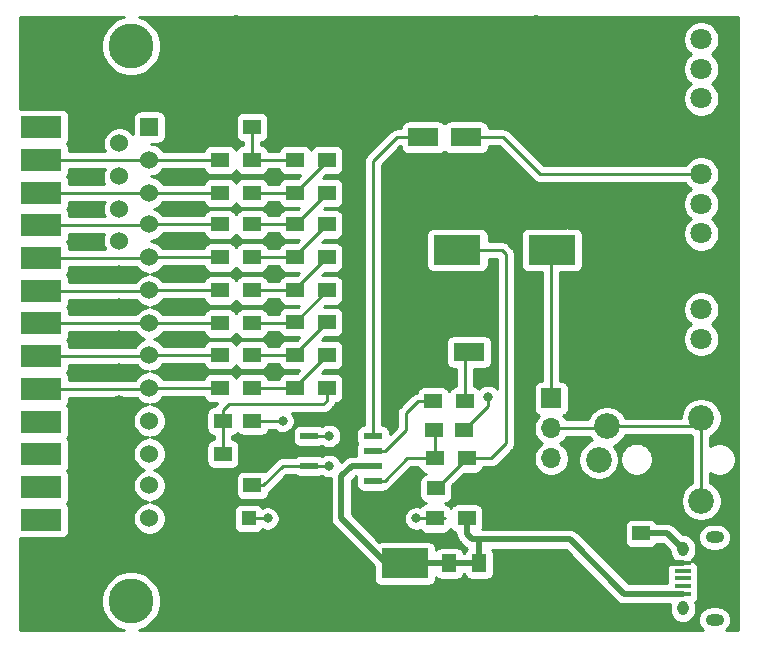
<source format=gtl>
%TF.GenerationSoftware,KiCad,Pcbnew,(5.1.9)-1*%
%TF.CreationDate,2021-01-10T22:28:58+11:00*%
%TF.ProjectId,pcb-covox-amp,7063622d-636f-4766-9f78-2d616d702e6b,3*%
%TF.SameCoordinates,Original*%
%TF.FileFunction,Copper,L1,Top*%
%TF.FilePolarity,Positive*%
%FSLAX46Y46*%
G04 Gerber Fmt 4.6, Leading zero omitted, Abs format (unit mm)*
G04 Created by KiCad (PCBNEW (5.1.9)-1) date 2021-01-10 22:28:58*
%MOMM*%
%LPD*%
G01*
G04 APERTURE LIST*
%TA.AperFunction,ComponentPad*%
%ADD10C,3.810000*%
%TD*%
%TA.AperFunction,ComponentPad*%
%ADD11C,1.524000*%
%TD*%
%TA.AperFunction,ComponentPad*%
%ADD12R,1.524000X1.524000*%
%TD*%
%TA.AperFunction,SMDPad,CuDef*%
%ADD13R,2.600000X1.600000*%
%TD*%
%TA.AperFunction,SMDPad,CuDef*%
%ADD14R,4.000000X2.500000*%
%TD*%
%TA.AperFunction,ComponentPad*%
%ADD15C,2.181860*%
%TD*%
%TA.AperFunction,ComponentPad*%
%ADD16C,1.800000*%
%TD*%
%TA.AperFunction,ComponentPad*%
%ADD17C,6.400000*%
%TD*%
%TA.AperFunction,ComponentPad*%
%ADD18C,0.800000*%
%TD*%
%TA.AperFunction,SMDPad,CuDef*%
%ADD19R,3.480000X1.846667*%
%TD*%
%TA.AperFunction,ComponentPad*%
%ADD20R,1.700000X1.700000*%
%TD*%
%TA.AperFunction,ComponentPad*%
%ADD21O,1.700000X1.700000*%
%TD*%
%TA.AperFunction,SMDPad,CuDef*%
%ADD22R,1.500000X1.250000*%
%TD*%
%TA.AperFunction,SMDPad,CuDef*%
%ADD23R,1.250000X1.500000*%
%TD*%
%TA.AperFunction,SMDPad,CuDef*%
%ADD24R,1.350000X0.400000*%
%TD*%
%TA.AperFunction,ComponentPad*%
%ADD25O,0.950000X1.250000*%
%TD*%
%TA.AperFunction,ComponentPad*%
%ADD26O,1.550000X1.000000*%
%TD*%
%TA.AperFunction,SMDPad,CuDef*%
%ADD27R,1.500000X1.300000*%
%TD*%
%TA.AperFunction,SMDPad,CuDef*%
%ADD28R,1.550000X0.600000*%
%TD*%
%TA.AperFunction,SMDPad,CuDef*%
%ADD29R,1.198880X1.198880*%
%TD*%
%TA.AperFunction,ViaPad*%
%ADD30C,0.800000*%
%TD*%
%TA.AperFunction,Conductor*%
%ADD31C,0.500000*%
%TD*%
%TA.AperFunction,Conductor*%
%ADD32C,0.250000*%
%TD*%
%TA.AperFunction,Conductor*%
%ADD33C,0.254000*%
%TD*%
%TA.AperFunction,Conductor*%
%ADD34C,0.100000*%
%TD*%
G04 APERTURE END LIST*
D10*
%TO.P,J1,*%
%TO.N,*%
X110160000Y-91835000D03*
X110160000Y-138825000D03*
D11*
%TO.P,J1,13*%
%TO.N,Net-(J1-Pad13)*%
X111700000Y-131840000D03*
%TO.P,J1,12*%
%TO.N,Net-(J1-Pad12)*%
X111700000Y-129046000D03*
%TO.P,J1,11*%
%TO.N,Net-(J1-Pad11)*%
X111700000Y-126379000D03*
%TO.P,J1,10*%
%TO.N,Net-(J1-Pad10)*%
X111700000Y-123585000D03*
%TO.P,J1,9*%
%TO.N,Data7*%
X111700000Y-120791000D03*
%TO.P,J1,8*%
%TO.N,Data6*%
X111700000Y-117997000D03*
%TO.P,J1,7*%
%TO.N,Data5*%
X111700000Y-115330000D03*
%TO.P,J1,6*%
%TO.N,Data4*%
X111700000Y-112536000D03*
%TO.P,J1,5*%
%TO.N,Data3*%
X111700000Y-109742000D03*
%TO.P,J1,4*%
%TO.N,Data2*%
X111700000Y-106948000D03*
%TO.P,J1,3*%
%TO.N,Data1*%
X111700000Y-104281000D03*
%TO.P,J1,2*%
%TO.N,Data0*%
X111700000Y-101487000D03*
D12*
%TO.P,J1,1*%
%TO.N,Net-(J1-Pad1)*%
X111700000Y-98693000D03*
D11*
%TO.P,J1,25*%
%TO.N,GND*%
X109160000Y-130265200D03*
%TO.P,J1,24*%
X109160000Y-127725200D03*
%TO.P,J1,23*%
X109160000Y-124931200D03*
%TO.P,J1,22*%
X109160000Y-122188000D03*
%TO.P,J1,21*%
X109160000Y-119444800D03*
%TO.P,J1,20*%
X109160000Y-116650800D03*
%TO.P,J1,19*%
X109160000Y-113907600D03*
%TO.P,J1,18*%
X109160000Y-111164400D03*
%TO.P,J1,17*%
%TO.N,Net-(J1-Pad17)*%
X109160000Y-108319600D03*
%TO.P,J1,16*%
%TO.N,Net-(J1-Pad16)*%
X109160000Y-105627200D03*
%TO.P,J1,15*%
%TO.N,Net-(J1-Pad15)*%
X109160000Y-102884000D03*
%TO.P,J1,14*%
%TO.N,Net-(J1-Pad14)*%
X109160000Y-100090000D03*
%TD*%
D13*
%TO.P,C10,1*%
%TO.N,Net-(C10-Pad1)*%
X138503000Y-99582000D03*
%TO.P,C10,2*%
%TO.N,Gain8*%
X134903000Y-99582000D03*
%TD*%
%TO.P,C5,1*%
%TO.N,Net-(C5-Pad1)*%
X138757000Y-117743000D03*
%TO.P,C5,2*%
%TO.N,GND*%
X135157000Y-117743000D03*
%TD*%
D14*
%TO.P,C7,1*%
%TO.N,Net-(C6-Pad1)*%
X137783000Y-109107000D03*
%TO.P,C7,2*%
%TO.N,Amp-Audio*%
X145783000Y-109107000D03*
%TD*%
%TO.P,C2,1*%
%TO.N,+5V*%
X133337000Y-135650000D03*
%TO.P,C2,2*%
%TO.N,GND*%
X125337000Y-135650000D03*
%TD*%
D15*
%TO.P,X1,P$5*%
%TO.N,Net-(JP1-Pad2)*%
X158427620Y-130349020D03*
%TO.P,X1,P$4*%
X158427620Y-123351320D03*
%TO.P,X1,P$3*%
X150431700Y-124052360D03*
%TO.P,X1,P$2*%
%TO.N,GND*%
X150431700Y-129647980D03*
%TO.P,X1,P$1*%
%TO.N,Net-(X1-PadP$1)*%
X149730660Y-126848900D03*
%TD*%
D16*
%TO.P,RV2,3*%
%TO.N,Net-(C10-Pad1)*%
X158420000Y-102710000D03*
%TO.P,RV2,2*%
%TO.N,Gain1*%
X158420000Y-105210000D03*
%TO.P,RV2,1*%
%TO.N,Net-(RV2-Pad1)*%
X158420000Y-107710000D03*
%TD*%
D17*
%TO.P,MH3,1*%
%TO.N,GND*%
X119050000Y-138190000D03*
D18*
X121450000Y-138190000D03*
X120747056Y-139887056D03*
X119050000Y-140590000D03*
X117352944Y-139887056D03*
X116650000Y-138190000D03*
X117352944Y-136492944D03*
X119050000Y-135790000D03*
X120747056Y-136492944D03*
%TD*%
D17*
%TO.P,MH4,1*%
%TO.N,GND*%
X119050000Y-92470000D03*
D18*
X121450000Y-92470000D03*
X120747056Y-94167056D03*
X119050000Y-94870000D03*
X117352944Y-94167056D03*
X116650000Y-92470000D03*
X117352944Y-90772944D03*
X119050000Y-90070000D03*
X120747056Y-90772944D03*
%TD*%
D17*
%TO.P,MH2,1*%
%TO.N,GND*%
X144450000Y-138190000D03*
D18*
X146850000Y-138190000D03*
X146147056Y-139887056D03*
X144450000Y-140590000D03*
X142752944Y-139887056D03*
X142050000Y-138190000D03*
X142752944Y-136492944D03*
X144450000Y-135790000D03*
X146147056Y-136492944D03*
%TD*%
D17*
%TO.P,MH1,1*%
%TO.N,GND*%
X144450000Y-92470000D03*
D18*
X146850000Y-92470000D03*
X146147056Y-94167056D03*
X144450000Y-94870000D03*
X142752944Y-94167056D03*
X142050000Y-92470000D03*
X142752944Y-90772944D03*
X144450000Y-90070000D03*
X146147056Y-90772944D03*
%TD*%
D19*
%TO.P,J2,1*%
%TO.N,Net-(J2-Pad1)*%
X102540000Y-98710000D03*
%TO.P,J2,2*%
%TO.N,Data0*%
X102540000Y-101480000D03*
%TO.P,J2,3*%
%TO.N,Data1*%
X102540000Y-104250000D03*
%TO.P,J2,4*%
%TO.N,Data2*%
X102540000Y-107020000D03*
%TO.P,J2,5*%
%TO.N,Data3*%
X102540000Y-109790000D03*
%TO.P,J2,6*%
%TO.N,Data4*%
X102540000Y-112560000D03*
%TO.P,J2,7*%
%TO.N,Data5*%
X102540000Y-115330000D03*
%TO.P,J2,8*%
%TO.N,Data6*%
X102540000Y-118100000D03*
%TO.P,J2,9*%
%TO.N,Data7*%
X102540000Y-120870000D03*
%TO.P,J2,10*%
%TO.N,Net-(J2-Pad10)*%
X102540000Y-123640000D03*
%TO.P,J2,11*%
%TO.N,Net-(J2-Pad11)*%
X102540000Y-126410000D03*
%TO.P,J2,12*%
%TO.N,Net-(J2-Pad12)*%
X102540000Y-129180000D03*
%TO.P,J2,13*%
%TO.N,Net-(J2-Pad13)*%
X102540000Y-131950000D03*
%TD*%
D16*
%TO.P,RV3,3*%
%TO.N,Gain1*%
X158420000Y-91280000D03*
%TO.P,RV3,2*%
%TO.N,Net-(C11-Pad2)*%
X158420000Y-93780000D03*
%TO.P,RV3,1*%
%TO.N,Net-(RV3-Pad1)*%
X158420000Y-96280000D03*
%TD*%
%TO.P,RV1,3*%
%TO.N,Source-Audio*%
X158420000Y-114140000D03*
%TO.P,RV1,2*%
%TO.N,Input+*%
X158420000Y-116640000D03*
%TO.P,RV1,1*%
%TO.N,GND*%
X158420000Y-119140000D03*
%TD*%
D20*
%TO.P,JP1,1*%
%TO.N,Amp-Audio*%
X145720000Y-121680000D03*
D21*
%TO.P,JP1,2*%
%TO.N,Net-(JP1-Pad2)*%
X145720000Y-124220000D03*
%TO.P,JP1,3*%
%TO.N,Source-Audio*%
X145720000Y-126760000D03*
%TD*%
D22*
%TO.P,C1,1*%
%TO.N,GND*%
X117927000Y-129046000D03*
%TO.P,C1,2*%
%TO.N,Input+*%
X120427000Y-129046000D03*
%TD*%
D23*
%TO.P,C3,1*%
%TO.N,+5V*%
X137084000Y-135650000D03*
%TO.P,C3,2*%
%TO.N,GND*%
X137084000Y-138150000D03*
%TD*%
%TO.P,C4,1*%
%TO.N,+5V*%
X139624000Y-135650000D03*
%TO.P,C4,2*%
%TO.N,GND*%
X139624000Y-138150000D03*
%TD*%
D22*
%TO.P,C6,1*%
%TO.N,Net-(C6-Pad1)*%
X135961000Y-129300000D03*
%TO.P,C6,2*%
%TO.N,GND*%
X138461000Y-129300000D03*
%TD*%
%TO.P,C8,1*%
%TO.N,Net-(C8-Pad1)*%
X117927000Y-126379000D03*
%TO.P,C8,2*%
%TO.N,GND*%
X120427000Y-126379000D03*
%TD*%
%TO.P,C9,1*%
%TO.N,Net-(C8-Pad1)*%
X117927000Y-123585000D03*
%TO.P,C9,2*%
%TO.N,Source-Audio*%
X120427000Y-123585000D03*
%TD*%
%TO.P,C11,1*%
%TO.N,Vout*%
X135834000Y-124347000D03*
%TO.P,C11,2*%
%TO.N,Net-(C11-Pad2)*%
X138334000Y-124347000D03*
%TD*%
D24*
%TO.P,P1,1*%
%TO.N,+5V*%
X156857460Y-138220900D03*
%TO.P,P1,2*%
%TO.N,Net-(P1-Pad2)*%
X156857460Y-137570900D03*
%TO.P,P1,3*%
%TO.N,Net-(P1-Pad3)*%
X156857460Y-136920900D03*
%TO.P,P1,4*%
%TO.N,Net-(P1-Pad4)*%
X156857460Y-136270900D03*
%TO.P,P1,5*%
%TO.N,GND*%
X156857460Y-135620900D03*
D25*
%TO.P,P1,6*%
%TO.N,Net-(C12-Pad2)*%
X156857460Y-139420900D03*
X156857460Y-134420900D03*
D26*
X159557460Y-140420900D03*
X159557460Y-133420900D03*
%TD*%
D27*
%TO.P,R1,1*%
%TO.N,Net-(C5-Pad1)*%
X138434000Y-121934000D03*
%TO.P,R1,2*%
%TO.N,Net-(R1-Pad2)*%
X135734000Y-121934000D03*
%TD*%
%TO.P,R2,1*%
%TO.N,Net-(C6-Pad1)*%
X138561000Y-126760000D03*
%TO.P,R2,2*%
%TO.N,Vout*%
X135861000Y-126760000D03*
%TD*%
%TO.P,R3,1*%
%TO.N,Net-(R12-Pad2)*%
X120400000Y-98693000D03*
%TO.P,R3,2*%
%TO.N,GND*%
X117700000Y-98693000D03*
%TD*%
%TO.P,R4,1*%
%TO.N,Net-(R12-Pad2)*%
X120400000Y-101487000D03*
%TO.P,R4,2*%
%TO.N,Data0*%
X117700000Y-101487000D03*
%TD*%
%TO.P,R5,1*%
%TO.N,Net-(R12-Pad1)*%
X120400000Y-104281000D03*
%TO.P,R5,2*%
%TO.N,Data1*%
X117700000Y-104281000D03*
%TD*%
%TO.P,R6,1*%
%TO.N,Net-(R13-Pad1)*%
X120400000Y-106948000D03*
%TO.P,R6,2*%
%TO.N,Data2*%
X117700000Y-106948000D03*
%TD*%
%TO.P,R7,1*%
%TO.N,Net-(R14-Pad1)*%
X120400000Y-109742000D03*
%TO.P,R7,2*%
%TO.N,Data3*%
X117700000Y-109742000D03*
%TD*%
%TO.P,R8,1*%
%TO.N,Net-(R15-Pad1)*%
X120400000Y-112536000D03*
%TO.P,R8,2*%
%TO.N,Data4*%
X117700000Y-112536000D03*
%TD*%
%TO.P,R9,1*%
%TO.N,Net-(R16-Pad1)*%
X120400000Y-115330000D03*
%TO.P,R9,2*%
%TO.N,Data5*%
X117700000Y-115330000D03*
%TD*%
%TO.P,R10,1*%
%TO.N,Net-(R10-Pad1)*%
X120400000Y-117997000D03*
%TO.P,R10,2*%
%TO.N,Data6*%
X117700000Y-117997000D03*
%TD*%
%TO.P,R11,1*%
%TO.N,Net-(R11-Pad1)*%
X120400000Y-120791000D03*
%TO.P,R11,2*%
%TO.N,Data7*%
X117700000Y-120791000D03*
%TD*%
%TO.P,R12,1*%
%TO.N,Net-(R12-Pad1)*%
X126750000Y-101487000D03*
%TO.P,R12,2*%
%TO.N,Net-(R12-Pad2)*%
X124050000Y-101487000D03*
%TD*%
%TO.P,R13,1*%
%TO.N,Net-(R13-Pad1)*%
X126750000Y-104281000D03*
%TO.P,R13,2*%
%TO.N,Net-(R12-Pad1)*%
X124050000Y-104281000D03*
%TD*%
%TO.P,R14,1*%
%TO.N,Net-(R14-Pad1)*%
X126750000Y-106948000D03*
%TO.P,R14,2*%
%TO.N,Net-(R13-Pad1)*%
X124050000Y-106948000D03*
%TD*%
%TO.P,R15,1*%
%TO.N,Net-(R15-Pad1)*%
X126750000Y-109742000D03*
%TO.P,R15,2*%
%TO.N,Net-(R14-Pad1)*%
X124050000Y-109742000D03*
%TD*%
%TO.P,R16,1*%
%TO.N,Net-(R16-Pad1)*%
X126750000Y-112536000D03*
%TO.P,R16,2*%
%TO.N,Net-(R15-Pad1)*%
X124050000Y-112536000D03*
%TD*%
%TO.P,R17,1*%
%TO.N,Net-(R10-Pad1)*%
X126750000Y-115203000D03*
%TO.P,R17,2*%
%TO.N,Net-(R16-Pad1)*%
X124050000Y-115203000D03*
%TD*%
%TO.P,R18,1*%
%TO.N,Net-(R11-Pad1)*%
X126750000Y-117997000D03*
%TO.P,R18,2*%
%TO.N,Net-(R10-Pad1)*%
X124050000Y-117997000D03*
%TD*%
%TO.P,R19,1*%
%TO.N,Net-(C8-Pad1)*%
X126750000Y-120791000D03*
%TO.P,R19,2*%
%TO.N,Net-(R11-Pad1)*%
X124050000Y-120791000D03*
%TD*%
D28*
%TO.P,U1,1*%
%TO.N,Gain1*%
X125240000Y-124855000D03*
%TO.P,U1,2*%
%TO.N,GND*%
X125240000Y-126125000D03*
%TO.P,U1,3*%
%TO.N,Input+*%
X125240000Y-127395000D03*
%TO.P,U1,4*%
%TO.N,GND*%
X125240000Y-128665000D03*
%TO.P,U1,5*%
%TO.N,Vout*%
X130640000Y-128665000D03*
%TO.P,U1,6*%
%TO.N,+5V*%
X130640000Y-127395000D03*
%TO.P,U1,7*%
%TO.N,Net-(R1-Pad2)*%
X130640000Y-126125000D03*
%TO.P,U1,8*%
%TO.N,Gain8*%
X130640000Y-124855000D03*
%TD*%
D29*
%TO.P,D1,2*%
%TO.N,Net-(D1-Pad2)*%
X120099020Y-131840000D03*
%TO.P,D1,1*%
%TO.N,GND*%
X118000980Y-131840000D03*
%TD*%
D27*
%TO.P,R20,1*%
%TO.N,+5V*%
X138561000Y-131840000D03*
%TO.P,R20,2*%
%TO.N,Net-(D1-Pad2)*%
X135861000Y-131840000D03*
%TD*%
D22*
%TO.P,C12,1*%
%TO.N,GND*%
X150820000Y-133110000D03*
%TO.P,C12,2*%
%TO.N,Net-(C12-Pad2)*%
X153320000Y-133110000D03*
%TD*%
D30*
%TO.N,GND*%
X155245000Y-99455000D03*
X106477000Y-102884000D03*
X106477000Y-105678000D03*
X106477000Y-108345000D03*
X114478000Y-102884000D03*
X114478000Y-105678000D03*
X114478000Y-108345000D03*
X114478000Y-111266000D03*
X114478000Y-113806000D03*
X114478000Y-116600000D03*
X114478000Y-119521000D03*
X133528000Y-128665000D03*
%TO.N,Input+*%
X126924000Y-127395000D03*
%TO.N,Source-Audio*%
X122987000Y-123585000D03*
%TO.N,Net-(C11-Pad2)*%
X140386000Y-121553000D03*
%TO.N,Gain1*%
X126924000Y-124855000D03*
%TO.N,Net-(D1-Pad2)*%
X121717000Y-131840000D03*
X134290000Y-131840000D03*
%TD*%
D31*
%TO.N,GND*%
X137064000Y-138444000D02*
X137084000Y-138464000D01*
X139624000Y-138464000D02*
X139624000Y-137555000D01*
X153330900Y-135620900D02*
X156857460Y-135620900D01*
X150820000Y-133110000D02*
X153330900Y-135620900D01*
D32*
%TO.N,Input+*%
X120427000Y-129046000D02*
X121336000Y-129046000D01*
X122987000Y-127395000D02*
X125240000Y-127395000D01*
X121336000Y-129046000D02*
X122987000Y-127395000D01*
X125240000Y-127395000D02*
X126924000Y-127395000D01*
X126924000Y-127395000D02*
X126924000Y-127395000D01*
D31*
%TO.N,+5V*%
X133337500Y-135650000D02*
X137084000Y-135650000D01*
X137084000Y-135650000D02*
X139624000Y-135650000D01*
X133337500Y-135650000D02*
X131750000Y-135650000D01*
X131750000Y-135650000D02*
X127940000Y-131840000D01*
X127940000Y-131840000D02*
X127940000Y-128284000D01*
X128829000Y-127395000D02*
X130640000Y-127395000D01*
X127940000Y-128284000D02*
X128829000Y-127395000D01*
X147305002Y-133618000D02*
X142291000Y-133618000D01*
X151907902Y-138220900D02*
X147305002Y-133618000D01*
X156857460Y-138220900D02*
X151907902Y-138220900D01*
X142291000Y-133618000D02*
X139624000Y-133618000D01*
X139624000Y-135650000D02*
X139624000Y-133618000D01*
X138561000Y-131840000D02*
X138561000Y-133190000D01*
X138989000Y-133618000D02*
X139624000Y-133618000D01*
X138561000Y-133190000D02*
X138989000Y-133618000D01*
D32*
%TO.N,Net-(C5-Pad1)*%
X138434000Y-118066000D02*
X138757000Y-117743000D01*
X138434000Y-121934000D02*
X138434000Y-118066000D01*
%TO.N,Net-(C6-Pad1)*%
X138628000Y-126827000D02*
X138561000Y-126760000D01*
X136021000Y-129300000D02*
X138561000Y-126760000D01*
X135961000Y-129300000D02*
X136021000Y-129300000D01*
X140640000Y-126760000D02*
X141910000Y-125490000D01*
X141910000Y-125490000D02*
X141910000Y-110821000D01*
X138561000Y-126760000D02*
X140640000Y-126760000D01*
X141910000Y-110821000D02*
X141910000Y-109488000D01*
X141529000Y-109107000D02*
X137783000Y-109107000D01*
X141910000Y-109488000D02*
X141529000Y-109107000D01*
%TO.N,Amp-Audio*%
X145720000Y-109297000D02*
X147053000Y-107964000D01*
X145720000Y-121680000D02*
X145720000Y-109297000D01*
%TO.N,Net-(C8-Pad1)*%
X117927000Y-123585000D02*
X117927000Y-122676000D01*
X117927000Y-122676000D02*
X118415000Y-122188000D01*
X118415000Y-122188000D02*
X126416000Y-122188000D01*
X126750000Y-121854000D02*
X126750000Y-120791000D01*
X126416000Y-122188000D02*
X126750000Y-121854000D01*
X117927000Y-123585000D02*
X117927000Y-126379000D01*
%TO.N,Source-Audio*%
X120427000Y-123585000D02*
X122987000Y-123585000D01*
X122987000Y-123585000D02*
X122987000Y-123585000D01*
%TO.N,Net-(C10-Pad1)*%
X138503860Y-99582000D02*
X141656000Y-99582000D01*
X144784000Y-102710000D02*
X158420000Y-102710000D01*
X141656000Y-99582000D02*
X144784000Y-102710000D01*
%TO.N,Gain8*%
X130640000Y-124855000D02*
X130640000Y-101581000D01*
X132639000Y-99582000D02*
X134902140Y-99582000D01*
X130640000Y-101581000D02*
X132639000Y-99582000D01*
%TO.N,Vout*%
X135607000Y-126506000D02*
X135861000Y-126760000D01*
X135861000Y-124374000D02*
X135834000Y-124347000D01*
X135861000Y-126760000D02*
X135861000Y-124374000D01*
X130640000Y-128665000D02*
X131623000Y-128665000D01*
X133528000Y-126760000D02*
X135861000Y-126760000D01*
X131623000Y-128665000D02*
X133528000Y-126760000D01*
%TO.N,Net-(C11-Pad2)*%
X138334000Y-124347000D02*
X140386000Y-122295000D01*
X140386000Y-122295000D02*
X140386000Y-121553000D01*
X140386000Y-121553000D02*
X140386000Y-121543010D01*
%TO.N,Data7*%
X111621000Y-120870000D02*
X111700000Y-120791000D01*
X102540000Y-120870000D02*
X111621000Y-120870000D01*
X111700000Y-120791000D02*
X117700000Y-120791000D01*
%TO.N,Data6*%
X111597000Y-118100000D02*
X111700000Y-117997000D01*
X102540000Y-118100000D02*
X111597000Y-118100000D01*
X111700000Y-117997000D02*
X117700000Y-117997000D01*
%TO.N,Data5*%
X102540000Y-115330000D02*
X111700000Y-115330000D01*
X111700000Y-115330000D02*
X117700000Y-115330000D01*
%TO.N,Data4*%
X111676000Y-112560000D02*
X111700000Y-112536000D01*
X102540000Y-112560000D02*
X111676000Y-112560000D01*
X111700000Y-112536000D02*
X117700000Y-112536000D01*
%TO.N,Data3*%
X111652000Y-109790000D02*
X111700000Y-109742000D01*
X102540000Y-109790000D02*
X111652000Y-109790000D01*
X111700000Y-109742000D02*
X117700000Y-109742000D01*
%TO.N,Data2*%
X111628000Y-107020000D02*
X111700000Y-106948000D01*
X102540000Y-107020000D02*
X111628000Y-107020000D01*
X111700000Y-106948000D02*
X117700000Y-106948000D01*
%TO.N,Data1*%
X111669000Y-104250000D02*
X111700000Y-104281000D01*
X102540000Y-104250000D02*
X111669000Y-104250000D01*
X111700000Y-104281000D02*
X117700000Y-104281000D01*
%TO.N,Data0*%
X111693000Y-101480000D02*
X111700000Y-101487000D01*
X117700000Y-101487000D02*
X110287000Y-101487000D01*
X110280000Y-101480000D02*
X111693000Y-101480000D01*
X110287000Y-101487000D02*
X110280000Y-101480000D01*
X102540000Y-101480000D02*
X110280000Y-101480000D01*
%TO.N,Net-(R1-Pad2)*%
X131665000Y-126125000D02*
X133401000Y-124389000D01*
X130640000Y-126125000D02*
X131665000Y-126125000D01*
X133401000Y-124389000D02*
X133401000Y-122950000D01*
X134417000Y-121934000D02*
X135734000Y-121934000D01*
X133401000Y-122950000D02*
X134417000Y-121934000D01*
%TO.N,Net-(R12-Pad2)*%
X120400000Y-98693000D02*
X120400000Y-101487000D01*
X124050000Y-101487000D02*
X120400000Y-101487000D01*
%TO.N,Net-(R12-Pad1)*%
X126750000Y-101581000D02*
X124050000Y-104281000D01*
X126750000Y-101487000D02*
X126750000Y-101581000D01*
X120400000Y-104281000D02*
X124050000Y-104281000D01*
%TO.N,Net-(R13-Pad1)*%
X120400000Y-106948000D02*
X124050000Y-106948000D01*
X124083000Y-106948000D02*
X126750000Y-104281000D01*
X124050000Y-106948000D02*
X124083000Y-106948000D01*
%TO.N,Net-(R14-Pad1)*%
X120400000Y-109742000D02*
X124050000Y-109742000D01*
X124050000Y-109648000D02*
X126750000Y-106948000D01*
X124050000Y-109742000D02*
X124050000Y-109648000D01*
%TO.N,Net-(R15-Pad1)*%
X120400000Y-112536000D02*
X124050000Y-112536000D01*
X124050000Y-112442000D02*
X126750000Y-109742000D01*
X124050000Y-112536000D02*
X124050000Y-112442000D01*
%TO.N,Net-(R16-Pad1)*%
X123923000Y-115330000D02*
X124050000Y-115203000D01*
X120400000Y-115330000D02*
X123923000Y-115330000D01*
X124083000Y-115203000D02*
X126750000Y-112536000D01*
X124050000Y-115203000D02*
X124083000Y-115203000D01*
%TO.N,Net-(R10-Pad1)*%
X120400000Y-117997000D02*
X124050000Y-117997000D01*
X124050000Y-117903000D02*
X126750000Y-115203000D01*
X124050000Y-117997000D02*
X124050000Y-117903000D01*
%TO.N,Net-(R11-Pad1)*%
X120400000Y-120791000D02*
X124050000Y-120791000D01*
X124050000Y-120697000D02*
X126750000Y-117997000D01*
X124050000Y-120791000D02*
X124050000Y-120697000D01*
%TO.N,Gain1*%
X125240000Y-124855000D02*
X126924000Y-124855000D01*
X126924000Y-124855000D02*
X126924000Y-124855000D01*
%TO.N,Net-(D1-Pad2)*%
X120099020Y-131840000D02*
X121717000Y-131840000D01*
D31*
X121717000Y-131840000D02*
X121717000Y-131840000D01*
D32*
X136750000Y-131840000D02*
X134290000Y-131840000D01*
D31*
X134290000Y-131840000D02*
X134290000Y-131840000D01*
%TO.N,Net-(C12-Pad2)*%
X155546560Y-133110000D02*
X156857460Y-134420900D01*
X153320000Y-133110000D02*
X155546560Y-133110000D01*
D32*
%TO.N,Net-(JP1-Pad2)*%
X150264060Y-124220000D02*
X150431700Y-124052360D01*
X145720000Y-124220000D02*
X150264060Y-124220000D01*
X157726580Y-124052360D02*
X158427620Y-123351320D01*
X150431700Y-124052360D02*
X157726580Y-124052360D01*
X158427620Y-130349020D02*
X158427620Y-123351320D01*
%TD*%
D33*
%TO.N,GND*%
X109419109Y-89392611D02*
X108956859Y-89584081D01*
X108540844Y-89862053D01*
X108187053Y-90215844D01*
X107909081Y-90631859D01*
X107717611Y-91094109D01*
X107620000Y-91584832D01*
X107620000Y-92085168D01*
X107717611Y-92575891D01*
X107909081Y-93038141D01*
X108187053Y-93454156D01*
X108540844Y-93807947D01*
X108956859Y-94085919D01*
X109419109Y-94277389D01*
X109909832Y-94375000D01*
X110410168Y-94375000D01*
X110900891Y-94277389D01*
X111363141Y-94085919D01*
X111779156Y-93807947D01*
X112132947Y-93454156D01*
X112410919Y-93038141D01*
X112602389Y-92575891D01*
X112700000Y-92085168D01*
X112700000Y-91584832D01*
X112609293Y-91128816D01*
X156885000Y-91128816D01*
X156885000Y-91431184D01*
X156943989Y-91727743D01*
X157059701Y-92007095D01*
X157227688Y-92258505D01*
X157441495Y-92472312D01*
X157527831Y-92530000D01*
X157441495Y-92587688D01*
X157227688Y-92801495D01*
X157059701Y-93052905D01*
X156943989Y-93332257D01*
X156885000Y-93628816D01*
X156885000Y-93931184D01*
X156943989Y-94227743D01*
X157059701Y-94507095D01*
X157227688Y-94758505D01*
X157441495Y-94972312D01*
X157527831Y-95030000D01*
X157441495Y-95087688D01*
X157227688Y-95301495D01*
X157059701Y-95552905D01*
X156943989Y-95832257D01*
X156885000Y-96128816D01*
X156885000Y-96431184D01*
X156943989Y-96727743D01*
X157059701Y-97007095D01*
X157227688Y-97258505D01*
X157441495Y-97472312D01*
X157692905Y-97640299D01*
X157972257Y-97756011D01*
X158268816Y-97815000D01*
X158571184Y-97815000D01*
X158867743Y-97756011D01*
X159147095Y-97640299D01*
X159398505Y-97472312D01*
X159612312Y-97258505D01*
X159780299Y-97007095D01*
X159896011Y-96727743D01*
X159955000Y-96431184D01*
X159955000Y-96128816D01*
X159896011Y-95832257D01*
X159780299Y-95552905D01*
X159612312Y-95301495D01*
X159398505Y-95087688D01*
X159312169Y-95030000D01*
X159398505Y-94972312D01*
X159612312Y-94758505D01*
X159780299Y-94507095D01*
X159896011Y-94227743D01*
X159955000Y-93931184D01*
X159955000Y-93628816D01*
X159896011Y-93332257D01*
X159780299Y-93052905D01*
X159612312Y-92801495D01*
X159398505Y-92587688D01*
X159312169Y-92530000D01*
X159398505Y-92472312D01*
X159612312Y-92258505D01*
X159780299Y-92007095D01*
X159896011Y-91727743D01*
X159955000Y-91431184D01*
X159955000Y-91128816D01*
X159896011Y-90832257D01*
X159780299Y-90552905D01*
X159612312Y-90301495D01*
X159398505Y-90087688D01*
X159147095Y-89919701D01*
X158867743Y-89803989D01*
X158571184Y-89745000D01*
X158268816Y-89745000D01*
X157972257Y-89803989D01*
X157692905Y-89919701D01*
X157441495Y-90087688D01*
X157227688Y-90301495D01*
X157059701Y-90552905D01*
X156943989Y-90832257D01*
X156885000Y-91128816D01*
X112609293Y-91128816D01*
X112602389Y-91094109D01*
X112410919Y-90631859D01*
X112132947Y-90215844D01*
X111779156Y-89862053D01*
X111363141Y-89584081D01*
X110900891Y-89392611D01*
X110787218Y-89370000D01*
X161520000Y-89370000D01*
X161520001Y-141290000D01*
X160562569Y-141290000D01*
X160638909Y-141227349D01*
X160780744Y-141054523D01*
X160886136Y-140857347D01*
X160951037Y-140643399D01*
X160972951Y-140420900D01*
X160951037Y-140198401D01*
X160886136Y-139984453D01*
X160780744Y-139787277D01*
X160638909Y-139614451D01*
X160466083Y-139472616D01*
X160268907Y-139367224D01*
X160054959Y-139302323D01*
X159888212Y-139285900D01*
X159226708Y-139285900D01*
X159059961Y-139302323D01*
X158846013Y-139367224D01*
X158648837Y-139472616D01*
X158476011Y-139614451D01*
X158334176Y-139787277D01*
X158228784Y-139984453D01*
X158163883Y-140198401D01*
X158141969Y-140420900D01*
X158163883Y-140643399D01*
X158228784Y-140857347D01*
X158334176Y-141054523D01*
X158476011Y-141227349D01*
X158552351Y-141290000D01*
X110787218Y-141290000D01*
X110900891Y-141267389D01*
X111363141Y-141075919D01*
X111779156Y-140797947D01*
X112132947Y-140444156D01*
X112410919Y-140028141D01*
X112602389Y-139565891D01*
X112700000Y-139075168D01*
X112700000Y-138574832D01*
X112602389Y-138084109D01*
X112410919Y-137621859D01*
X112132947Y-137205844D01*
X111779156Y-136852053D01*
X111363141Y-136574081D01*
X110900891Y-136382611D01*
X110410168Y-136285000D01*
X109909832Y-136285000D01*
X109419109Y-136382611D01*
X108956859Y-136574081D01*
X108540844Y-136852053D01*
X108187053Y-137205844D01*
X107909081Y-137621859D01*
X107717611Y-138084109D01*
X107620000Y-138574832D01*
X107620000Y-139075168D01*
X107717611Y-139565891D01*
X107909081Y-140028141D01*
X108187053Y-140444156D01*
X108540844Y-140797947D01*
X108956859Y-141075919D01*
X109419109Y-141267389D01*
X109532782Y-141290000D01*
X100710000Y-141290000D01*
X100710000Y-133502541D01*
X100800000Y-133511405D01*
X104280000Y-133511405D01*
X104404482Y-133499145D01*
X104524180Y-133462835D01*
X104634494Y-133403870D01*
X104731185Y-133324518D01*
X104810537Y-133227827D01*
X104869502Y-133117513D01*
X104905812Y-132997815D01*
X104918072Y-132873333D01*
X104918072Y-131026667D01*
X104905812Y-130902185D01*
X104869502Y-130782487D01*
X104810537Y-130672173D01*
X104731185Y-130575482D01*
X104718413Y-130565000D01*
X104731185Y-130554518D01*
X104810537Y-130457827D01*
X104869502Y-130347513D01*
X104905812Y-130227815D01*
X104918072Y-130103333D01*
X104918072Y-128256667D01*
X104905812Y-128132185D01*
X104869502Y-128012487D01*
X104810537Y-127902173D01*
X104731185Y-127805482D01*
X104718413Y-127795000D01*
X104731185Y-127784518D01*
X104810537Y-127687827D01*
X104869502Y-127577513D01*
X104905812Y-127457815D01*
X104918072Y-127333333D01*
X104918072Y-125486667D01*
X104905812Y-125362185D01*
X104869502Y-125242487D01*
X104810537Y-125132173D01*
X104731185Y-125035482D01*
X104718413Y-125025000D01*
X104731185Y-125014518D01*
X104810537Y-124917827D01*
X104869502Y-124807513D01*
X104905812Y-124687815D01*
X104918072Y-124563333D01*
X104918072Y-122716667D01*
X104905812Y-122592185D01*
X104869502Y-122472487D01*
X104810537Y-122362173D01*
X104731185Y-122265482D01*
X104718413Y-122255000D01*
X104731185Y-122244518D01*
X104810537Y-122147827D01*
X104869502Y-122037513D01*
X104905812Y-121917815D01*
X104918072Y-121793333D01*
X104918072Y-121630000D01*
X110580445Y-121630000D01*
X110614880Y-121681535D01*
X110809465Y-121876120D01*
X111038273Y-122029005D01*
X111292510Y-122134314D01*
X111562408Y-122188000D01*
X111292510Y-122241686D01*
X111038273Y-122346995D01*
X110809465Y-122499880D01*
X110614880Y-122694465D01*
X110461995Y-122923273D01*
X110356686Y-123177510D01*
X110303000Y-123447408D01*
X110303000Y-123722592D01*
X110356686Y-123992490D01*
X110461995Y-124246727D01*
X110614880Y-124475535D01*
X110809465Y-124670120D01*
X111038273Y-124823005D01*
X111292510Y-124928314D01*
X111562408Y-124982000D01*
X111292510Y-125035686D01*
X111038273Y-125140995D01*
X110809465Y-125293880D01*
X110614880Y-125488465D01*
X110461995Y-125717273D01*
X110356686Y-125971510D01*
X110303000Y-126241408D01*
X110303000Y-126516592D01*
X110356686Y-126786490D01*
X110461995Y-127040727D01*
X110614880Y-127269535D01*
X110809465Y-127464120D01*
X111038273Y-127617005D01*
X111268817Y-127712500D01*
X111038273Y-127807995D01*
X110809465Y-127960880D01*
X110614880Y-128155465D01*
X110461995Y-128384273D01*
X110356686Y-128638510D01*
X110303000Y-128908408D01*
X110303000Y-129183592D01*
X110356686Y-129453490D01*
X110461995Y-129707727D01*
X110614880Y-129936535D01*
X110809465Y-130131120D01*
X111038273Y-130284005D01*
X111292510Y-130389314D01*
X111562408Y-130443000D01*
X111292510Y-130496686D01*
X111038273Y-130601995D01*
X110809465Y-130754880D01*
X110614880Y-130949465D01*
X110461995Y-131178273D01*
X110356686Y-131432510D01*
X110303000Y-131702408D01*
X110303000Y-131977592D01*
X110356686Y-132247490D01*
X110461995Y-132501727D01*
X110614880Y-132730535D01*
X110809465Y-132925120D01*
X111038273Y-133078005D01*
X111292510Y-133183314D01*
X111562408Y-133237000D01*
X111837592Y-133237000D01*
X112107490Y-133183314D01*
X112361727Y-133078005D01*
X112590535Y-132925120D01*
X112785120Y-132730535D01*
X112938005Y-132501727D01*
X113043314Y-132247490D01*
X113097000Y-131977592D01*
X113097000Y-131702408D01*
X113043314Y-131432510D01*
X112963806Y-131240560D01*
X118861508Y-131240560D01*
X118861508Y-132439440D01*
X118873768Y-132563922D01*
X118910078Y-132683620D01*
X118969043Y-132793934D01*
X119048395Y-132890625D01*
X119145086Y-132969977D01*
X119255400Y-133028942D01*
X119375098Y-133065252D01*
X119499580Y-133077512D01*
X120698460Y-133077512D01*
X120822942Y-133065252D01*
X120942640Y-133028942D01*
X121052954Y-132969977D01*
X121149645Y-132890625D01*
X121228997Y-132793934D01*
X121244662Y-132764627D01*
X121415102Y-132835226D01*
X121615061Y-132875000D01*
X121818939Y-132875000D01*
X122018898Y-132835226D01*
X122207256Y-132757205D01*
X122376774Y-132643937D01*
X122520937Y-132499774D01*
X122634205Y-132330256D01*
X122712226Y-132141898D01*
X122752000Y-131941939D01*
X122752000Y-131738061D01*
X122712226Y-131538102D01*
X122634205Y-131349744D01*
X122520937Y-131180226D01*
X122376774Y-131036063D01*
X122207256Y-130922795D01*
X122018898Y-130844774D01*
X121818939Y-130805000D01*
X121615061Y-130805000D01*
X121415102Y-130844774D01*
X121244662Y-130915373D01*
X121228997Y-130886066D01*
X121149645Y-130789375D01*
X121052954Y-130710023D01*
X120942640Y-130651058D01*
X120822942Y-130614748D01*
X120698460Y-130602488D01*
X119499580Y-130602488D01*
X119375098Y-130614748D01*
X119255400Y-130651058D01*
X119145086Y-130710023D01*
X119048395Y-130789375D01*
X118969043Y-130886066D01*
X118910078Y-130996380D01*
X118873768Y-131116078D01*
X118861508Y-131240560D01*
X112963806Y-131240560D01*
X112938005Y-131178273D01*
X112785120Y-130949465D01*
X112590535Y-130754880D01*
X112361727Y-130601995D01*
X112107490Y-130496686D01*
X111837592Y-130443000D01*
X112107490Y-130389314D01*
X112361727Y-130284005D01*
X112590535Y-130131120D01*
X112785120Y-129936535D01*
X112938005Y-129707727D01*
X113043314Y-129453490D01*
X113097000Y-129183592D01*
X113097000Y-128908408D01*
X113043314Y-128638510D01*
X112953218Y-128421000D01*
X119038928Y-128421000D01*
X119038928Y-129671000D01*
X119051188Y-129795482D01*
X119087498Y-129915180D01*
X119146463Y-130025494D01*
X119225815Y-130122185D01*
X119322506Y-130201537D01*
X119432820Y-130260502D01*
X119552518Y-130296812D01*
X119677000Y-130309072D01*
X121177000Y-130309072D01*
X121301482Y-130296812D01*
X121421180Y-130260502D01*
X121531494Y-130201537D01*
X121628185Y-130122185D01*
X121707537Y-130025494D01*
X121766502Y-129915180D01*
X121802812Y-129795482D01*
X121815072Y-129671000D01*
X121815072Y-129636004D01*
X121876001Y-129586001D01*
X121899804Y-129556997D01*
X123301802Y-128155000D01*
X124024556Y-128155000D01*
X124110506Y-128225537D01*
X124220820Y-128284502D01*
X124340518Y-128320812D01*
X124465000Y-128333072D01*
X126015000Y-128333072D01*
X126139482Y-128320812D01*
X126259180Y-128284502D01*
X126333128Y-128244976D01*
X126433744Y-128312205D01*
X126622102Y-128390226D01*
X126822061Y-128430000D01*
X127025939Y-128430000D01*
X127055001Y-128424219D01*
X127055000Y-131796531D01*
X127050719Y-131840000D01*
X127055000Y-131883469D01*
X127055000Y-131883476D01*
X127067805Y-132013489D01*
X127118411Y-132180312D01*
X127200589Y-132334058D01*
X127311183Y-132468817D01*
X127344956Y-132496534D01*
X130698928Y-135850507D01*
X130698928Y-136900000D01*
X130711188Y-137024482D01*
X130747498Y-137144180D01*
X130806463Y-137254494D01*
X130885815Y-137351185D01*
X130982506Y-137430537D01*
X131092820Y-137489502D01*
X131212518Y-137525812D01*
X131337000Y-137538072D01*
X135337000Y-137538072D01*
X135461482Y-137525812D01*
X135581180Y-137489502D01*
X135691494Y-137430537D01*
X135788185Y-137351185D01*
X135867537Y-137254494D01*
X135926502Y-137144180D01*
X135962812Y-137024482D01*
X135975072Y-136900000D01*
X135975072Y-136811287D01*
X136007815Y-136851185D01*
X136104506Y-136930537D01*
X136214820Y-136989502D01*
X136334518Y-137025812D01*
X136459000Y-137038072D01*
X137709000Y-137038072D01*
X137833482Y-137025812D01*
X137953180Y-136989502D01*
X138063494Y-136930537D01*
X138160185Y-136851185D01*
X138239537Y-136754494D01*
X138298502Y-136644180D01*
X138331621Y-136535000D01*
X138376379Y-136535000D01*
X138409498Y-136644180D01*
X138468463Y-136754494D01*
X138547815Y-136851185D01*
X138644506Y-136930537D01*
X138754820Y-136989502D01*
X138874518Y-137025812D01*
X138999000Y-137038072D01*
X140249000Y-137038072D01*
X140373482Y-137025812D01*
X140493180Y-136989502D01*
X140603494Y-136930537D01*
X140700185Y-136851185D01*
X140779537Y-136754494D01*
X140838502Y-136644180D01*
X140874812Y-136524482D01*
X140887072Y-136400000D01*
X140887072Y-134900000D01*
X140874812Y-134775518D01*
X140838502Y-134655820D01*
X140779537Y-134545506D01*
X140744653Y-134503000D01*
X146938424Y-134503000D01*
X151251372Y-138815949D01*
X151279085Y-138849717D01*
X151312853Y-138877430D01*
X151312855Y-138877432D01*
X151413843Y-138960311D01*
X151567588Y-139042489D01*
X151734412Y-139093095D01*
X151864425Y-139105900D01*
X151864433Y-139105900D01*
X151907902Y-139110181D01*
X151951371Y-139105900D01*
X155758341Y-139105900D01*
X155747460Y-139216379D01*
X155747460Y-139625420D01*
X155763522Y-139788497D01*
X155826992Y-139997733D01*
X155930064Y-140190566D01*
X156068774Y-140359586D01*
X156237794Y-140498296D01*
X156430626Y-140601368D01*
X156639862Y-140664838D01*
X156857460Y-140686270D01*
X157075057Y-140664838D01*
X157284293Y-140601368D01*
X157477126Y-140498296D01*
X157646146Y-140359586D01*
X157784856Y-140190566D01*
X157887928Y-139997734D01*
X157951398Y-139788498D01*
X157967460Y-139625421D01*
X157967460Y-139216380D01*
X157951398Y-139053303D01*
X157913812Y-138929396D01*
X157983645Y-138872085D01*
X158062997Y-138775394D01*
X158121962Y-138665080D01*
X158158272Y-138545382D01*
X158170532Y-138420900D01*
X158170532Y-138020900D01*
X158158272Y-137896418D01*
X158158115Y-137895900D01*
X158158272Y-137895382D01*
X158170532Y-137770900D01*
X158170532Y-137370900D01*
X158158272Y-137246418D01*
X158158115Y-137245900D01*
X158158272Y-137245382D01*
X158170532Y-137120900D01*
X158170532Y-136720900D01*
X158158272Y-136596418D01*
X158158115Y-136595900D01*
X158158272Y-136595382D01*
X158170532Y-136470900D01*
X158170532Y-136070900D01*
X158158272Y-135946418D01*
X158121962Y-135826720D01*
X158062997Y-135716406D01*
X157983645Y-135619715D01*
X157886954Y-135540363D01*
X157776640Y-135481398D01*
X157656942Y-135445088D01*
X157554281Y-135434977D01*
X157646146Y-135359586D01*
X157784856Y-135190566D01*
X157887928Y-134997734D01*
X157951398Y-134788498D01*
X157967460Y-134625421D01*
X157967460Y-134216380D01*
X157951398Y-134053303D01*
X157887928Y-133844067D01*
X157784856Y-133651234D01*
X157646146Y-133482214D01*
X157571435Y-133420900D01*
X158141969Y-133420900D01*
X158163883Y-133643399D01*
X158228784Y-133857347D01*
X158334176Y-134054523D01*
X158476011Y-134227349D01*
X158648837Y-134369184D01*
X158846013Y-134474576D01*
X159059961Y-134539477D01*
X159226708Y-134555900D01*
X159888212Y-134555900D01*
X160054959Y-134539477D01*
X160268907Y-134474576D01*
X160466083Y-134369184D01*
X160638909Y-134227349D01*
X160780744Y-134054523D01*
X160886136Y-133857347D01*
X160951037Y-133643399D01*
X160972951Y-133420900D01*
X160951037Y-133198401D01*
X160886136Y-132984453D01*
X160780744Y-132787277D01*
X160638909Y-132614451D01*
X160466083Y-132472616D01*
X160268907Y-132367224D01*
X160054959Y-132302323D01*
X159888212Y-132285900D01*
X159226708Y-132285900D01*
X159059961Y-132302323D01*
X158846013Y-132367224D01*
X158648837Y-132472616D01*
X158476011Y-132614451D01*
X158334176Y-132787277D01*
X158228784Y-132984453D01*
X158163883Y-133198401D01*
X158141969Y-133420900D01*
X157571435Y-133420900D01*
X157477126Y-133343504D01*
X157284294Y-133240432D01*
X157075058Y-133176962D01*
X156857460Y-133155530D01*
X156844905Y-133156767D01*
X156203094Y-132514956D01*
X156175377Y-132481183D01*
X156040619Y-132370589D01*
X155886873Y-132288411D01*
X155720050Y-132237805D01*
X155590037Y-132225000D01*
X155590029Y-132225000D01*
X155546560Y-132220719D01*
X155503091Y-132225000D01*
X154651046Y-132225000D01*
X154600537Y-132130506D01*
X154521185Y-132033815D01*
X154424494Y-131954463D01*
X154314180Y-131895498D01*
X154194482Y-131859188D01*
X154070000Y-131846928D01*
X152570000Y-131846928D01*
X152445518Y-131859188D01*
X152325820Y-131895498D01*
X152215506Y-131954463D01*
X152118815Y-132033815D01*
X152039463Y-132130506D01*
X151980498Y-132240820D01*
X151944188Y-132360518D01*
X151931928Y-132485000D01*
X151931928Y-133735000D01*
X151944188Y-133859482D01*
X151980498Y-133979180D01*
X152039463Y-134089494D01*
X152118815Y-134186185D01*
X152215506Y-134265537D01*
X152325820Y-134324502D01*
X152445518Y-134360812D01*
X152570000Y-134373072D01*
X154070000Y-134373072D01*
X154194482Y-134360812D01*
X154314180Y-134324502D01*
X154424494Y-134265537D01*
X154521185Y-134186185D01*
X154600537Y-134089494D01*
X154651046Y-133995000D01*
X155179982Y-133995000D01*
X155747460Y-134562479D01*
X155747460Y-134625420D01*
X155763522Y-134788497D01*
X155826992Y-134997733D01*
X155930064Y-135190566D01*
X156068774Y-135359586D01*
X156160639Y-135434977D01*
X156057978Y-135445088D01*
X155938280Y-135481398D01*
X155827966Y-135540363D01*
X155731275Y-135619715D01*
X155651923Y-135716406D01*
X155592958Y-135826720D01*
X155556648Y-135946418D01*
X155544388Y-136070900D01*
X155544388Y-136470900D01*
X155556648Y-136595382D01*
X155556805Y-136595900D01*
X155556648Y-136596418D01*
X155544388Y-136720900D01*
X155544388Y-137120900D01*
X155556648Y-137245382D01*
X155556805Y-137245900D01*
X155556648Y-137246418D01*
X155547835Y-137335900D01*
X152274481Y-137335900D01*
X147961534Y-133022954D01*
X147933819Y-132989183D01*
X147799061Y-132878589D01*
X147645315Y-132796411D01*
X147478492Y-132745805D01*
X147348479Y-132733000D01*
X147348471Y-132733000D01*
X147305002Y-132728719D01*
X147261533Y-132733000D01*
X139900860Y-132733000D01*
X139936812Y-132614482D01*
X139949072Y-132490000D01*
X139949072Y-131190000D01*
X139936812Y-131065518D01*
X139900502Y-130945820D01*
X139841537Y-130835506D01*
X139762185Y-130738815D01*
X139665494Y-130659463D01*
X139555180Y-130600498D01*
X139435482Y-130564188D01*
X139311000Y-130551928D01*
X137811000Y-130551928D01*
X137686518Y-130564188D01*
X137566820Y-130600498D01*
X137456506Y-130659463D01*
X137359815Y-130738815D01*
X137280463Y-130835506D01*
X137221498Y-130945820D01*
X137211000Y-130980427D01*
X137200502Y-130945820D01*
X137141537Y-130835506D01*
X137062185Y-130738815D01*
X136965494Y-130659463D01*
X136855180Y-130600498D01*
X136735482Y-130564188D01*
X136717575Y-130562424D01*
X136835482Y-130550812D01*
X136955180Y-130514502D01*
X137065494Y-130455537D01*
X137162185Y-130376185D01*
X137241537Y-130279494D01*
X137300502Y-130169180D01*
X137336812Y-130049482D01*
X137349072Y-129925000D01*
X137349072Y-129046730D01*
X138347730Y-128048072D01*
X139311000Y-128048072D01*
X139435482Y-128035812D01*
X139555180Y-127999502D01*
X139665494Y-127940537D01*
X139762185Y-127861185D01*
X139841537Y-127764494D01*
X139900502Y-127654180D01*
X139936812Y-127534482D01*
X139938238Y-127520000D01*
X140602678Y-127520000D01*
X140640000Y-127523676D01*
X140677322Y-127520000D01*
X140677333Y-127520000D01*
X140788986Y-127509003D01*
X140932247Y-127465546D01*
X141064276Y-127394974D01*
X141180001Y-127300001D01*
X141203804Y-127270997D01*
X142421004Y-126053798D01*
X142450001Y-126030001D01*
X142544974Y-125914276D01*
X142615546Y-125782247D01*
X142659003Y-125638986D01*
X142670000Y-125527333D01*
X142670000Y-125527324D01*
X142673676Y-125490001D01*
X142670000Y-125452678D01*
X142670000Y-109525322D01*
X142673676Y-109487999D01*
X142670000Y-109450676D01*
X142670000Y-109450667D01*
X142659003Y-109339014D01*
X142615546Y-109195753D01*
X142544974Y-109063724D01*
X142450001Y-108947999D01*
X142420997Y-108924196D01*
X142092804Y-108596003D01*
X142069001Y-108566999D01*
X141953276Y-108472026D01*
X141821247Y-108401454D01*
X141677986Y-108357997D01*
X141566333Y-108347000D01*
X141566322Y-108347000D01*
X141529000Y-108343324D01*
X141491678Y-108347000D01*
X140421072Y-108347000D01*
X140421072Y-107857000D01*
X143144928Y-107857000D01*
X143144928Y-110357000D01*
X143157188Y-110481482D01*
X143193498Y-110601180D01*
X143252463Y-110711494D01*
X143331815Y-110808185D01*
X143428506Y-110887537D01*
X143538820Y-110946502D01*
X143658518Y-110982812D01*
X143783000Y-110995072D01*
X144960001Y-110995072D01*
X144960000Y-120191928D01*
X144870000Y-120191928D01*
X144745518Y-120204188D01*
X144625820Y-120240498D01*
X144515506Y-120299463D01*
X144418815Y-120378815D01*
X144339463Y-120475506D01*
X144280498Y-120585820D01*
X144244188Y-120705518D01*
X144231928Y-120830000D01*
X144231928Y-122530000D01*
X144244188Y-122654482D01*
X144280498Y-122774180D01*
X144339463Y-122884494D01*
X144418815Y-122981185D01*
X144515506Y-123060537D01*
X144625820Y-123119502D01*
X144698380Y-123141513D01*
X144566525Y-123273368D01*
X144404010Y-123516589D01*
X144292068Y-123786842D01*
X144235000Y-124073740D01*
X144235000Y-124366260D01*
X144292068Y-124653158D01*
X144404010Y-124923411D01*
X144566525Y-125166632D01*
X144773368Y-125373475D01*
X144947760Y-125490000D01*
X144773368Y-125606525D01*
X144566525Y-125813368D01*
X144404010Y-126056589D01*
X144292068Y-126326842D01*
X144235000Y-126613740D01*
X144235000Y-126906260D01*
X144292068Y-127193158D01*
X144404010Y-127463411D01*
X144566525Y-127706632D01*
X144773368Y-127913475D01*
X145016589Y-128075990D01*
X145286842Y-128187932D01*
X145573740Y-128245000D01*
X145866260Y-128245000D01*
X146153158Y-128187932D01*
X146423411Y-128075990D01*
X146666632Y-127913475D01*
X146873475Y-127706632D01*
X147035990Y-127463411D01*
X147147932Y-127193158D01*
X147205000Y-126906260D01*
X147205000Y-126613740D01*
X147147932Y-126326842D01*
X147035990Y-126056589D01*
X146873475Y-125813368D01*
X146666632Y-125606525D01*
X146492240Y-125490000D01*
X146666632Y-125373475D01*
X146873475Y-125166632D01*
X146998178Y-124980000D01*
X148975771Y-124980000D01*
X149091083Y-125152576D01*
X149156924Y-125218417D01*
X148913126Y-125319401D01*
X148630444Y-125508283D01*
X148390043Y-125748684D01*
X148201161Y-126031366D01*
X148071057Y-126345465D01*
X148004730Y-126678911D01*
X148004730Y-127018889D01*
X148071057Y-127352335D01*
X148201161Y-127666434D01*
X148390043Y-127949116D01*
X148630444Y-128189517D01*
X148913126Y-128378399D01*
X149227225Y-128508503D01*
X149560671Y-128574830D01*
X149900649Y-128574830D01*
X150234095Y-128508503D01*
X150548194Y-128378399D01*
X150830876Y-128189517D01*
X151071277Y-127949116D01*
X151260159Y-127666434D01*
X151390263Y-127352335D01*
X151456590Y-127018889D01*
X151456590Y-126683589D01*
X151575000Y-126683589D01*
X151575000Y-126956411D01*
X151628225Y-127223989D01*
X151732629Y-127476043D01*
X151884201Y-127702886D01*
X152077114Y-127895799D01*
X152303957Y-128047371D01*
X152556011Y-128151775D01*
X152823589Y-128205000D01*
X153096411Y-128205000D01*
X153363989Y-128151775D01*
X153616043Y-128047371D01*
X153842886Y-127895799D01*
X154035799Y-127702886D01*
X154187371Y-127476043D01*
X154291775Y-127223989D01*
X154345000Y-126956411D01*
X154345000Y-126683589D01*
X154291775Y-126416011D01*
X154187371Y-126163957D01*
X154035799Y-125937114D01*
X153842886Y-125744201D01*
X153616043Y-125592629D01*
X153363989Y-125488225D01*
X153096411Y-125435000D01*
X152823589Y-125435000D01*
X152556011Y-125488225D01*
X152303957Y-125592629D01*
X152077114Y-125744201D01*
X151884201Y-125937114D01*
X151732629Y-126163957D01*
X151628225Y-126416011D01*
X151575000Y-126683589D01*
X151456590Y-126683589D01*
X151456590Y-126678911D01*
X151390263Y-126345465D01*
X151260159Y-126031366D01*
X151071277Y-125748684D01*
X151005436Y-125682843D01*
X151249234Y-125581859D01*
X151531916Y-125392977D01*
X151772317Y-125152576D01*
X151961199Y-124869894D01*
X151985030Y-124812360D01*
X157507630Y-124812360D01*
X157610086Y-124880819D01*
X157667621Y-124904651D01*
X157667620Y-128795690D01*
X157610086Y-128819521D01*
X157327404Y-129008403D01*
X157087003Y-129248804D01*
X156898121Y-129531486D01*
X156768017Y-129845585D01*
X156701690Y-130179031D01*
X156701690Y-130519009D01*
X156768017Y-130852455D01*
X156898121Y-131166554D01*
X157087003Y-131449236D01*
X157327404Y-131689637D01*
X157610086Y-131878519D01*
X157924185Y-132008623D01*
X158257631Y-132074950D01*
X158597609Y-132074950D01*
X158931055Y-132008623D01*
X159245154Y-131878519D01*
X159527836Y-131689637D01*
X159768237Y-131449236D01*
X159957119Y-131166554D01*
X160087223Y-130852455D01*
X160153550Y-130519009D01*
X160153550Y-130179031D01*
X160087223Y-129845585D01*
X159957119Y-129531486D01*
X159768237Y-129248804D01*
X159527836Y-129008403D01*
X159245154Y-128819521D01*
X159187620Y-128795690D01*
X159187620Y-127972955D01*
X159313957Y-128057371D01*
X159566011Y-128161775D01*
X159833589Y-128215000D01*
X160106411Y-128215000D01*
X160373989Y-128161775D01*
X160626043Y-128057371D01*
X160852886Y-127905799D01*
X161045799Y-127712886D01*
X161197371Y-127486043D01*
X161301775Y-127233989D01*
X161355000Y-126966411D01*
X161355000Y-126693589D01*
X161301775Y-126426011D01*
X161197371Y-126173957D01*
X161045799Y-125947114D01*
X160852886Y-125754201D01*
X160626043Y-125602629D01*
X160373989Y-125498225D01*
X160106411Y-125445000D01*
X159833589Y-125445000D01*
X159566011Y-125498225D01*
X159313957Y-125602629D01*
X159187620Y-125687045D01*
X159187620Y-124904650D01*
X159245154Y-124880819D01*
X159527836Y-124691937D01*
X159768237Y-124451536D01*
X159957119Y-124168854D01*
X160087223Y-123854755D01*
X160153550Y-123521309D01*
X160153550Y-123181331D01*
X160087223Y-122847885D01*
X159957119Y-122533786D01*
X159768237Y-122251104D01*
X159527836Y-122010703D01*
X159245154Y-121821821D01*
X158931055Y-121691717D01*
X158597609Y-121625390D01*
X158257631Y-121625390D01*
X157924185Y-121691717D01*
X157610086Y-121821821D01*
X157327404Y-122010703D01*
X157087003Y-122251104D01*
X156898121Y-122533786D01*
X156768017Y-122847885D01*
X156701690Y-123181331D01*
X156701690Y-123292360D01*
X151985030Y-123292360D01*
X151961199Y-123234826D01*
X151772317Y-122952144D01*
X151531916Y-122711743D01*
X151249234Y-122522861D01*
X150935135Y-122392757D01*
X150601689Y-122326430D01*
X150261711Y-122326430D01*
X149928265Y-122392757D01*
X149614166Y-122522861D01*
X149331484Y-122711743D01*
X149091083Y-122952144D01*
X148902201Y-123234826D01*
X148808931Y-123460000D01*
X146998178Y-123460000D01*
X146873475Y-123273368D01*
X146741620Y-123141513D01*
X146814180Y-123119502D01*
X146924494Y-123060537D01*
X147021185Y-122981185D01*
X147100537Y-122884494D01*
X147159502Y-122774180D01*
X147195812Y-122654482D01*
X147208072Y-122530000D01*
X147208072Y-120830000D01*
X147195812Y-120705518D01*
X147159502Y-120585820D01*
X147100537Y-120475506D01*
X147021185Y-120378815D01*
X146924494Y-120299463D01*
X146814180Y-120240498D01*
X146694482Y-120204188D01*
X146570000Y-120191928D01*
X146480000Y-120191928D01*
X146480000Y-113988816D01*
X156885000Y-113988816D01*
X156885000Y-114291184D01*
X156943989Y-114587743D01*
X157059701Y-114867095D01*
X157227688Y-115118505D01*
X157441495Y-115332312D01*
X157527831Y-115390000D01*
X157441495Y-115447688D01*
X157227688Y-115661495D01*
X157059701Y-115912905D01*
X156943989Y-116192257D01*
X156885000Y-116488816D01*
X156885000Y-116791184D01*
X156943989Y-117087743D01*
X157059701Y-117367095D01*
X157227688Y-117618505D01*
X157441495Y-117832312D01*
X157692905Y-118000299D01*
X157972257Y-118116011D01*
X158268816Y-118175000D01*
X158571184Y-118175000D01*
X158867743Y-118116011D01*
X159147095Y-118000299D01*
X159398505Y-117832312D01*
X159612312Y-117618505D01*
X159780299Y-117367095D01*
X159896011Y-117087743D01*
X159955000Y-116791184D01*
X159955000Y-116488816D01*
X159896011Y-116192257D01*
X159780299Y-115912905D01*
X159612312Y-115661495D01*
X159398505Y-115447688D01*
X159312169Y-115390000D01*
X159398505Y-115332312D01*
X159612312Y-115118505D01*
X159780299Y-114867095D01*
X159896011Y-114587743D01*
X159955000Y-114291184D01*
X159955000Y-113988816D01*
X159896011Y-113692257D01*
X159780299Y-113412905D01*
X159612312Y-113161495D01*
X159398505Y-112947688D01*
X159147095Y-112779701D01*
X158867743Y-112663989D01*
X158571184Y-112605000D01*
X158268816Y-112605000D01*
X157972257Y-112663989D01*
X157692905Y-112779701D01*
X157441495Y-112947688D01*
X157227688Y-113161495D01*
X157059701Y-113412905D01*
X156943989Y-113692257D01*
X156885000Y-113988816D01*
X146480000Y-113988816D01*
X146480000Y-110995072D01*
X147783000Y-110995072D01*
X147907482Y-110982812D01*
X148027180Y-110946502D01*
X148137494Y-110887537D01*
X148234185Y-110808185D01*
X148313537Y-110711494D01*
X148372502Y-110601180D01*
X148408812Y-110481482D01*
X148421072Y-110357000D01*
X148421072Y-107857000D01*
X148408812Y-107732518D01*
X148372502Y-107612820D01*
X148313537Y-107502506D01*
X148234185Y-107405815D01*
X148137494Y-107326463D01*
X148027180Y-107267498D01*
X147907482Y-107231188D01*
X147783000Y-107218928D01*
X147214945Y-107218928D01*
X147201986Y-107214997D01*
X147053000Y-107200324D01*
X146904014Y-107214997D01*
X146891055Y-107218928D01*
X143783000Y-107218928D01*
X143658518Y-107231188D01*
X143538820Y-107267498D01*
X143428506Y-107326463D01*
X143331815Y-107405815D01*
X143252463Y-107502506D01*
X143193498Y-107612820D01*
X143157188Y-107732518D01*
X143144928Y-107857000D01*
X140421072Y-107857000D01*
X140408812Y-107732518D01*
X140372502Y-107612820D01*
X140313537Y-107502506D01*
X140234185Y-107405815D01*
X140137494Y-107326463D01*
X140027180Y-107267498D01*
X139907482Y-107231188D01*
X139783000Y-107218928D01*
X135783000Y-107218928D01*
X135658518Y-107231188D01*
X135538820Y-107267498D01*
X135428506Y-107326463D01*
X135331815Y-107405815D01*
X135252463Y-107502506D01*
X135193498Y-107612820D01*
X135157188Y-107732518D01*
X135144928Y-107857000D01*
X135144928Y-110357000D01*
X135157188Y-110481482D01*
X135193498Y-110601180D01*
X135252463Y-110711494D01*
X135331815Y-110808185D01*
X135428506Y-110887537D01*
X135538820Y-110946502D01*
X135658518Y-110982812D01*
X135783000Y-110995072D01*
X139783000Y-110995072D01*
X139907482Y-110982812D01*
X140027180Y-110946502D01*
X140137494Y-110887537D01*
X140234185Y-110808185D01*
X140313537Y-110711494D01*
X140372502Y-110601180D01*
X140408812Y-110481482D01*
X140421072Y-110357000D01*
X140421072Y-109867000D01*
X141150001Y-109867000D01*
X141150000Y-110858332D01*
X141150001Y-110858342D01*
X141150000Y-120853289D01*
X141045774Y-120749063D01*
X140876256Y-120635795D01*
X140687898Y-120557774D01*
X140487939Y-120518000D01*
X140284061Y-120518000D01*
X140084102Y-120557774D01*
X139895744Y-120635795D01*
X139726226Y-120749063D01*
X139638471Y-120836818D01*
X139635185Y-120832815D01*
X139538494Y-120753463D01*
X139428180Y-120694498D01*
X139308482Y-120658188D01*
X139194000Y-120646913D01*
X139194000Y-119181072D01*
X140057000Y-119181072D01*
X140181482Y-119168812D01*
X140301180Y-119132502D01*
X140411494Y-119073537D01*
X140508185Y-118994185D01*
X140587537Y-118897494D01*
X140646502Y-118787180D01*
X140682812Y-118667482D01*
X140695072Y-118543000D01*
X140695072Y-116943000D01*
X140682812Y-116818518D01*
X140646502Y-116698820D01*
X140587537Y-116588506D01*
X140508185Y-116491815D01*
X140411494Y-116412463D01*
X140301180Y-116353498D01*
X140181482Y-116317188D01*
X140057000Y-116304928D01*
X137457000Y-116304928D01*
X137332518Y-116317188D01*
X137212820Y-116353498D01*
X137102506Y-116412463D01*
X137005815Y-116491815D01*
X136926463Y-116588506D01*
X136867498Y-116698820D01*
X136831188Y-116818518D01*
X136818928Y-116943000D01*
X136818928Y-118543000D01*
X136831188Y-118667482D01*
X136867498Y-118787180D01*
X136926463Y-118897494D01*
X137005815Y-118994185D01*
X137102506Y-119073537D01*
X137212820Y-119132502D01*
X137332518Y-119168812D01*
X137457000Y-119181072D01*
X137674001Y-119181072D01*
X137674000Y-120646913D01*
X137559518Y-120658188D01*
X137439820Y-120694498D01*
X137329506Y-120753463D01*
X137232815Y-120832815D01*
X137153463Y-120929506D01*
X137094498Y-121039820D01*
X137084000Y-121074427D01*
X137073502Y-121039820D01*
X137014537Y-120929506D01*
X136935185Y-120832815D01*
X136838494Y-120753463D01*
X136728180Y-120694498D01*
X136608482Y-120658188D01*
X136484000Y-120645928D01*
X134984000Y-120645928D01*
X134859518Y-120658188D01*
X134739820Y-120694498D01*
X134629506Y-120753463D01*
X134532815Y-120832815D01*
X134453463Y-120929506D01*
X134394498Y-121039820D01*
X134358188Y-121159518D01*
X134356537Y-121176278D01*
X134268014Y-121184997D01*
X134124753Y-121228454D01*
X133992723Y-121299026D01*
X133909083Y-121367668D01*
X133876999Y-121393999D01*
X133853201Y-121422997D01*
X132889998Y-122386201D01*
X132861000Y-122409999D01*
X132837202Y-122438997D01*
X132837201Y-122438998D01*
X132766026Y-122525724D01*
X132695454Y-122657754D01*
X132676792Y-122719277D01*
X132651998Y-122801014D01*
X132647382Y-122847885D01*
X132637324Y-122950000D01*
X132641001Y-122987332D01*
X132641000Y-124074198D01*
X132053072Y-124662126D01*
X132053072Y-124555000D01*
X132040812Y-124430518D01*
X132004502Y-124310820D01*
X131945537Y-124200506D01*
X131866185Y-124103815D01*
X131769494Y-124024463D01*
X131659180Y-123965498D01*
X131539482Y-123929188D01*
X131415000Y-123916928D01*
X131400000Y-123916928D01*
X131400000Y-101895801D01*
X132953802Y-100342000D01*
X132964928Y-100342000D01*
X132964928Y-100382000D01*
X132977188Y-100506482D01*
X133013498Y-100626180D01*
X133072463Y-100736494D01*
X133151815Y-100833185D01*
X133248506Y-100912537D01*
X133358820Y-100971502D01*
X133478518Y-101007812D01*
X133603000Y-101020072D01*
X136203000Y-101020072D01*
X136327482Y-101007812D01*
X136447180Y-100971502D01*
X136557494Y-100912537D01*
X136654185Y-100833185D01*
X136703000Y-100773704D01*
X136751815Y-100833185D01*
X136848506Y-100912537D01*
X136958820Y-100971502D01*
X137078518Y-101007812D01*
X137203000Y-101020072D01*
X139803000Y-101020072D01*
X139927482Y-101007812D01*
X140047180Y-100971502D01*
X140157494Y-100912537D01*
X140254185Y-100833185D01*
X140333537Y-100736494D01*
X140392502Y-100626180D01*
X140428812Y-100506482D01*
X140441072Y-100382000D01*
X140441072Y-100342000D01*
X141341199Y-100342000D01*
X144220201Y-103221003D01*
X144243999Y-103250001D01*
X144272997Y-103273799D01*
X144359723Y-103344974D01*
X144438011Y-103386820D01*
X144491753Y-103415546D01*
X144635014Y-103459003D01*
X144746667Y-103470000D01*
X144746676Y-103470000D01*
X144783999Y-103473676D01*
X144821322Y-103470000D01*
X157081687Y-103470000D01*
X157227688Y-103688505D01*
X157441495Y-103902312D01*
X157527831Y-103960000D01*
X157441495Y-104017688D01*
X157227688Y-104231495D01*
X157059701Y-104482905D01*
X156943989Y-104762257D01*
X156885000Y-105058816D01*
X156885000Y-105361184D01*
X156943989Y-105657743D01*
X157059701Y-105937095D01*
X157227688Y-106188505D01*
X157441495Y-106402312D01*
X157527831Y-106460000D01*
X157441495Y-106517688D01*
X157227688Y-106731495D01*
X157059701Y-106982905D01*
X156943989Y-107262257D01*
X156885000Y-107558816D01*
X156885000Y-107861184D01*
X156943989Y-108157743D01*
X157059701Y-108437095D01*
X157227688Y-108688505D01*
X157441495Y-108902312D01*
X157692905Y-109070299D01*
X157972257Y-109186011D01*
X158268816Y-109245000D01*
X158571184Y-109245000D01*
X158867743Y-109186011D01*
X159147095Y-109070299D01*
X159398505Y-108902312D01*
X159612312Y-108688505D01*
X159780299Y-108437095D01*
X159896011Y-108157743D01*
X159955000Y-107861184D01*
X159955000Y-107558816D01*
X159896011Y-107262257D01*
X159780299Y-106982905D01*
X159612312Y-106731495D01*
X159398505Y-106517688D01*
X159312169Y-106460000D01*
X159398505Y-106402312D01*
X159612312Y-106188505D01*
X159780299Y-105937095D01*
X159896011Y-105657743D01*
X159955000Y-105361184D01*
X159955000Y-105058816D01*
X159896011Y-104762257D01*
X159780299Y-104482905D01*
X159612312Y-104231495D01*
X159398505Y-104017688D01*
X159312169Y-103960000D01*
X159398505Y-103902312D01*
X159612312Y-103688505D01*
X159780299Y-103437095D01*
X159896011Y-103157743D01*
X159955000Y-102861184D01*
X159955000Y-102558816D01*
X159896011Y-102262257D01*
X159780299Y-101982905D01*
X159612312Y-101731495D01*
X159398505Y-101517688D01*
X159147095Y-101349701D01*
X158867743Y-101233989D01*
X158571184Y-101175000D01*
X158268816Y-101175000D01*
X157972257Y-101233989D01*
X157692905Y-101349701D01*
X157441495Y-101517688D01*
X157227688Y-101731495D01*
X157081687Y-101950000D01*
X145098802Y-101950000D01*
X142219804Y-99071003D01*
X142196001Y-99041999D01*
X142080276Y-98947026D01*
X141948247Y-98876454D01*
X141804986Y-98832997D01*
X141693333Y-98822000D01*
X141693322Y-98822000D01*
X141656000Y-98818324D01*
X141618678Y-98822000D01*
X140441072Y-98822000D01*
X140441072Y-98782000D01*
X140428812Y-98657518D01*
X140392502Y-98537820D01*
X140333537Y-98427506D01*
X140254185Y-98330815D01*
X140157494Y-98251463D01*
X140047180Y-98192498D01*
X139927482Y-98156188D01*
X139803000Y-98143928D01*
X137203000Y-98143928D01*
X137078518Y-98156188D01*
X136958820Y-98192498D01*
X136848506Y-98251463D01*
X136751815Y-98330815D01*
X136703000Y-98390296D01*
X136654185Y-98330815D01*
X136557494Y-98251463D01*
X136447180Y-98192498D01*
X136327482Y-98156188D01*
X136203000Y-98143928D01*
X133603000Y-98143928D01*
X133478518Y-98156188D01*
X133358820Y-98192498D01*
X133248506Y-98251463D01*
X133151815Y-98330815D01*
X133072463Y-98427506D01*
X133013498Y-98537820D01*
X132977188Y-98657518D01*
X132964928Y-98782000D01*
X132964928Y-98822000D01*
X132676323Y-98822000D01*
X132639000Y-98818324D01*
X132601677Y-98822000D01*
X132601667Y-98822000D01*
X132490014Y-98832997D01*
X132346753Y-98876454D01*
X132214723Y-98947026D01*
X132144229Y-99004880D01*
X132098999Y-99041999D01*
X132075201Y-99070997D01*
X130128998Y-101017201D01*
X130100000Y-101040999D01*
X130076202Y-101069997D01*
X130076201Y-101069998D01*
X130005026Y-101156724D01*
X129934454Y-101288754D01*
X129890998Y-101432015D01*
X129876324Y-101581000D01*
X129880001Y-101618332D01*
X129880000Y-123916928D01*
X129865000Y-123916928D01*
X129740518Y-123929188D01*
X129620820Y-123965498D01*
X129510506Y-124024463D01*
X129413815Y-124103815D01*
X129334463Y-124200506D01*
X129275498Y-124310820D01*
X129239188Y-124430518D01*
X129226928Y-124555000D01*
X129226928Y-125155000D01*
X129239188Y-125279482D01*
X129275498Y-125399180D01*
X129324043Y-125490000D01*
X129275498Y-125580820D01*
X129239188Y-125700518D01*
X129226928Y-125825000D01*
X129226928Y-126425000D01*
X129235299Y-126510000D01*
X128872469Y-126510000D01*
X128829000Y-126505719D01*
X128785531Y-126510000D01*
X128785523Y-126510000D01*
X128655510Y-126522805D01*
X128488687Y-126573411D01*
X128413236Y-126613740D01*
X128334941Y-126655589D01*
X128233953Y-126738468D01*
X128233951Y-126738470D01*
X128200183Y-126766183D01*
X128172470Y-126799951D01*
X127907538Y-127064884D01*
X127841205Y-126904744D01*
X127727937Y-126735226D01*
X127583774Y-126591063D01*
X127414256Y-126477795D01*
X127225898Y-126399774D01*
X127025939Y-126360000D01*
X126822061Y-126360000D01*
X126622102Y-126399774D01*
X126433744Y-126477795D01*
X126333128Y-126545024D01*
X126259180Y-126505498D01*
X126139482Y-126469188D01*
X126015000Y-126456928D01*
X124465000Y-126456928D01*
X124340518Y-126469188D01*
X124220820Y-126505498D01*
X124110506Y-126564463D01*
X124024556Y-126635000D01*
X123024333Y-126635000D01*
X122987000Y-126631323D01*
X122949667Y-126635000D01*
X122838014Y-126645997D01*
X122694753Y-126689454D01*
X122562724Y-126760026D01*
X122446999Y-126854999D01*
X122423201Y-126883997D01*
X121456709Y-127850489D01*
X121421180Y-127831498D01*
X121301482Y-127795188D01*
X121177000Y-127782928D01*
X119677000Y-127782928D01*
X119552518Y-127795188D01*
X119432820Y-127831498D01*
X119322506Y-127890463D01*
X119225815Y-127969815D01*
X119146463Y-128066506D01*
X119087498Y-128176820D01*
X119051188Y-128296518D01*
X119038928Y-128421000D01*
X112953218Y-128421000D01*
X112938005Y-128384273D01*
X112785120Y-128155465D01*
X112590535Y-127960880D01*
X112361727Y-127807995D01*
X112131183Y-127712500D01*
X112361727Y-127617005D01*
X112590535Y-127464120D01*
X112785120Y-127269535D01*
X112938005Y-127040727D01*
X113043314Y-126786490D01*
X113097000Y-126516592D01*
X113097000Y-126241408D01*
X113043314Y-125971510D01*
X112938005Y-125717273D01*
X112785120Y-125488465D01*
X112590535Y-125293880D01*
X112361727Y-125140995D01*
X112107490Y-125035686D01*
X111837592Y-124982000D01*
X112107490Y-124928314D01*
X112361727Y-124823005D01*
X112590535Y-124670120D01*
X112785120Y-124475535D01*
X112938005Y-124246727D01*
X113043314Y-123992490D01*
X113097000Y-123722592D01*
X113097000Y-123447408D01*
X113043314Y-123177510D01*
X112938005Y-122923273D01*
X112785120Y-122694465D01*
X112590535Y-122499880D01*
X112361727Y-122346995D01*
X112107490Y-122241686D01*
X111837592Y-122188000D01*
X112107490Y-122134314D01*
X112361727Y-122029005D01*
X112590535Y-121876120D01*
X112785120Y-121681535D01*
X112872341Y-121551000D01*
X116322762Y-121551000D01*
X116324188Y-121565482D01*
X116360498Y-121685180D01*
X116419463Y-121795494D01*
X116498815Y-121892185D01*
X116595506Y-121971537D01*
X116705820Y-122030502D01*
X116825518Y-122066812D01*
X116950000Y-122079072D01*
X117449127Y-122079072D01*
X117415998Y-122112201D01*
X117387000Y-122135999D01*
X117363202Y-122164997D01*
X117363201Y-122164998D01*
X117292026Y-122251724D01*
X117254501Y-122321928D01*
X117177000Y-122321928D01*
X117052518Y-122334188D01*
X116932820Y-122370498D01*
X116822506Y-122429463D01*
X116725815Y-122508815D01*
X116646463Y-122605506D01*
X116587498Y-122715820D01*
X116551188Y-122835518D01*
X116538928Y-122960000D01*
X116538928Y-124210000D01*
X116551188Y-124334482D01*
X116587498Y-124454180D01*
X116646463Y-124564494D01*
X116725815Y-124661185D01*
X116822506Y-124740537D01*
X116932820Y-124799502D01*
X117052518Y-124835812D01*
X117167000Y-124847087D01*
X117167001Y-125116913D01*
X117052518Y-125128188D01*
X116932820Y-125164498D01*
X116822506Y-125223463D01*
X116725815Y-125302815D01*
X116646463Y-125399506D01*
X116587498Y-125509820D01*
X116551188Y-125629518D01*
X116538928Y-125754000D01*
X116538928Y-127004000D01*
X116551188Y-127128482D01*
X116587498Y-127248180D01*
X116646463Y-127358494D01*
X116725815Y-127455185D01*
X116822506Y-127534537D01*
X116932820Y-127593502D01*
X117052518Y-127629812D01*
X117177000Y-127642072D01*
X118677000Y-127642072D01*
X118801482Y-127629812D01*
X118921180Y-127593502D01*
X119031494Y-127534537D01*
X119128185Y-127455185D01*
X119207537Y-127358494D01*
X119266502Y-127248180D01*
X119302812Y-127128482D01*
X119315072Y-127004000D01*
X119315072Y-125754000D01*
X119302812Y-125629518D01*
X119266502Y-125509820D01*
X119207537Y-125399506D01*
X119128185Y-125302815D01*
X119031494Y-125223463D01*
X118921180Y-125164498D01*
X118801482Y-125128188D01*
X118687000Y-125116913D01*
X118687000Y-124847087D01*
X118801482Y-124835812D01*
X118921180Y-124799502D01*
X119031494Y-124740537D01*
X119128185Y-124661185D01*
X119177000Y-124601704D01*
X119225815Y-124661185D01*
X119322506Y-124740537D01*
X119432820Y-124799502D01*
X119552518Y-124835812D01*
X119677000Y-124848072D01*
X121177000Y-124848072D01*
X121301482Y-124835812D01*
X121421180Y-124799502D01*
X121531494Y-124740537D01*
X121628185Y-124661185D01*
X121707537Y-124564494D01*
X121766502Y-124454180D01*
X121799621Y-124345000D01*
X122283289Y-124345000D01*
X122327226Y-124388937D01*
X122496744Y-124502205D01*
X122685102Y-124580226D01*
X122885061Y-124620000D01*
X123088939Y-124620000D01*
X123288898Y-124580226D01*
X123349798Y-124555000D01*
X123826928Y-124555000D01*
X123826928Y-125155000D01*
X123839188Y-125279482D01*
X123875498Y-125399180D01*
X123934463Y-125509494D01*
X124013815Y-125606185D01*
X124110506Y-125685537D01*
X124220820Y-125744502D01*
X124340518Y-125780812D01*
X124465000Y-125793072D01*
X126015000Y-125793072D01*
X126139482Y-125780812D01*
X126259180Y-125744502D01*
X126333128Y-125704976D01*
X126433744Y-125772205D01*
X126622102Y-125850226D01*
X126822061Y-125890000D01*
X127025939Y-125890000D01*
X127225898Y-125850226D01*
X127414256Y-125772205D01*
X127583774Y-125658937D01*
X127727937Y-125514774D01*
X127841205Y-125345256D01*
X127919226Y-125156898D01*
X127959000Y-124956939D01*
X127959000Y-124753061D01*
X127919226Y-124553102D01*
X127841205Y-124364744D01*
X127727937Y-124195226D01*
X127583774Y-124051063D01*
X127414256Y-123937795D01*
X127225898Y-123859774D01*
X127025939Y-123820000D01*
X126822061Y-123820000D01*
X126622102Y-123859774D01*
X126433744Y-123937795D01*
X126333128Y-124005024D01*
X126259180Y-123965498D01*
X126139482Y-123929188D01*
X126015000Y-123916928D01*
X124465000Y-123916928D01*
X124340518Y-123929188D01*
X124220820Y-123965498D01*
X124110506Y-124024463D01*
X124013815Y-124103815D01*
X123934463Y-124200506D01*
X123875498Y-124310820D01*
X123839188Y-124430518D01*
X123826928Y-124555000D01*
X123349798Y-124555000D01*
X123477256Y-124502205D01*
X123646774Y-124388937D01*
X123790937Y-124244774D01*
X123904205Y-124075256D01*
X123982226Y-123886898D01*
X124022000Y-123686939D01*
X124022000Y-123483061D01*
X123982226Y-123283102D01*
X123904205Y-123094744D01*
X123806154Y-122948000D01*
X126378678Y-122948000D01*
X126416000Y-122951676D01*
X126453322Y-122948000D01*
X126453333Y-122948000D01*
X126564986Y-122937003D01*
X126708247Y-122893546D01*
X126840276Y-122822974D01*
X126956001Y-122728001D01*
X126979804Y-122698997D01*
X127260998Y-122417803D01*
X127290001Y-122394001D01*
X127384974Y-122278276D01*
X127455546Y-122146247D01*
X127475923Y-122079072D01*
X127500000Y-122079072D01*
X127624482Y-122066812D01*
X127744180Y-122030502D01*
X127854494Y-121971537D01*
X127951185Y-121892185D01*
X128030537Y-121795494D01*
X128089502Y-121685180D01*
X128125812Y-121565482D01*
X128138072Y-121441000D01*
X128138072Y-120141000D01*
X128125812Y-120016518D01*
X128089502Y-119896820D01*
X128030537Y-119786506D01*
X127951185Y-119689815D01*
X127854494Y-119610463D01*
X127744180Y-119551498D01*
X127624482Y-119515188D01*
X127500000Y-119502928D01*
X126318874Y-119502928D01*
X126536730Y-119285072D01*
X127500000Y-119285072D01*
X127624482Y-119272812D01*
X127744180Y-119236502D01*
X127854494Y-119177537D01*
X127951185Y-119098185D01*
X128030537Y-119001494D01*
X128089502Y-118891180D01*
X128125812Y-118771482D01*
X128138072Y-118647000D01*
X128138072Y-117347000D01*
X128125812Y-117222518D01*
X128089502Y-117102820D01*
X128030537Y-116992506D01*
X127951185Y-116895815D01*
X127854494Y-116816463D01*
X127744180Y-116757498D01*
X127624482Y-116721188D01*
X127500000Y-116708928D01*
X126318874Y-116708928D01*
X126536730Y-116491072D01*
X127500000Y-116491072D01*
X127624482Y-116478812D01*
X127744180Y-116442502D01*
X127854494Y-116383537D01*
X127951185Y-116304185D01*
X128030537Y-116207494D01*
X128089502Y-116097180D01*
X128125812Y-115977482D01*
X128138072Y-115853000D01*
X128138072Y-114553000D01*
X128125812Y-114428518D01*
X128089502Y-114308820D01*
X128030537Y-114198506D01*
X127951185Y-114101815D01*
X127854494Y-114022463D01*
X127744180Y-113963498D01*
X127624482Y-113927188D01*
X127500000Y-113914928D01*
X126445874Y-113914928D01*
X126536730Y-113824072D01*
X127500000Y-113824072D01*
X127624482Y-113811812D01*
X127744180Y-113775502D01*
X127854494Y-113716537D01*
X127951185Y-113637185D01*
X128030537Y-113540494D01*
X128089502Y-113430180D01*
X128125812Y-113310482D01*
X128138072Y-113186000D01*
X128138072Y-111886000D01*
X128125812Y-111761518D01*
X128089502Y-111641820D01*
X128030537Y-111531506D01*
X127951185Y-111434815D01*
X127854494Y-111355463D01*
X127744180Y-111296498D01*
X127624482Y-111260188D01*
X127500000Y-111247928D01*
X126318874Y-111247928D01*
X126536730Y-111030072D01*
X127500000Y-111030072D01*
X127624482Y-111017812D01*
X127744180Y-110981502D01*
X127854494Y-110922537D01*
X127951185Y-110843185D01*
X128030537Y-110746494D01*
X128089502Y-110636180D01*
X128125812Y-110516482D01*
X128138072Y-110392000D01*
X128138072Y-109092000D01*
X128125812Y-108967518D01*
X128089502Y-108847820D01*
X128030537Y-108737506D01*
X127951185Y-108640815D01*
X127854494Y-108561463D01*
X127744180Y-108502498D01*
X127624482Y-108466188D01*
X127500000Y-108453928D01*
X126318874Y-108453928D01*
X126536730Y-108236072D01*
X127500000Y-108236072D01*
X127624482Y-108223812D01*
X127744180Y-108187502D01*
X127854494Y-108128537D01*
X127951185Y-108049185D01*
X128030537Y-107952494D01*
X128089502Y-107842180D01*
X128125812Y-107722482D01*
X128138072Y-107598000D01*
X128138072Y-106298000D01*
X128125812Y-106173518D01*
X128089502Y-106053820D01*
X128030537Y-105943506D01*
X127951185Y-105846815D01*
X127854494Y-105767463D01*
X127744180Y-105708498D01*
X127624482Y-105672188D01*
X127500000Y-105659928D01*
X126445874Y-105659928D01*
X126536730Y-105569072D01*
X127500000Y-105569072D01*
X127624482Y-105556812D01*
X127744180Y-105520502D01*
X127854494Y-105461537D01*
X127951185Y-105382185D01*
X128030537Y-105285494D01*
X128089502Y-105175180D01*
X128125812Y-105055482D01*
X128138072Y-104931000D01*
X128138072Y-103631000D01*
X128125812Y-103506518D01*
X128089502Y-103386820D01*
X128030537Y-103276506D01*
X127951185Y-103179815D01*
X127854494Y-103100463D01*
X127744180Y-103041498D01*
X127624482Y-103005188D01*
X127500000Y-102992928D01*
X126412874Y-102992928D01*
X126630730Y-102775072D01*
X127500000Y-102775072D01*
X127624482Y-102762812D01*
X127744180Y-102726502D01*
X127854494Y-102667537D01*
X127951185Y-102588185D01*
X128030537Y-102491494D01*
X128089502Y-102381180D01*
X128125812Y-102261482D01*
X128138072Y-102137000D01*
X128138072Y-100837000D01*
X128125812Y-100712518D01*
X128089502Y-100592820D01*
X128030537Y-100482506D01*
X127951185Y-100385815D01*
X127854494Y-100306463D01*
X127744180Y-100247498D01*
X127624482Y-100211188D01*
X127500000Y-100198928D01*
X126000000Y-100198928D01*
X125875518Y-100211188D01*
X125755820Y-100247498D01*
X125645506Y-100306463D01*
X125548815Y-100385815D01*
X125469463Y-100482506D01*
X125410498Y-100592820D01*
X125400000Y-100627427D01*
X125389502Y-100592820D01*
X125330537Y-100482506D01*
X125251185Y-100385815D01*
X125154494Y-100306463D01*
X125044180Y-100247498D01*
X124924482Y-100211188D01*
X124800000Y-100198928D01*
X123300000Y-100198928D01*
X123175518Y-100211188D01*
X123055820Y-100247498D01*
X122945506Y-100306463D01*
X122848815Y-100385815D01*
X122769463Y-100482506D01*
X122710498Y-100592820D01*
X122674188Y-100712518D01*
X122672762Y-100727000D01*
X121777238Y-100727000D01*
X121775812Y-100712518D01*
X121739502Y-100592820D01*
X121680537Y-100482506D01*
X121601185Y-100385815D01*
X121504494Y-100306463D01*
X121394180Y-100247498D01*
X121274482Y-100211188D01*
X121160000Y-100199913D01*
X121160000Y-99980087D01*
X121274482Y-99968812D01*
X121394180Y-99932502D01*
X121504494Y-99873537D01*
X121601185Y-99794185D01*
X121680537Y-99697494D01*
X121739502Y-99587180D01*
X121775812Y-99467482D01*
X121788072Y-99343000D01*
X121788072Y-98043000D01*
X121775812Y-97918518D01*
X121739502Y-97798820D01*
X121680537Y-97688506D01*
X121601185Y-97591815D01*
X121504494Y-97512463D01*
X121394180Y-97453498D01*
X121274482Y-97417188D01*
X121150000Y-97404928D01*
X119650000Y-97404928D01*
X119525518Y-97417188D01*
X119405820Y-97453498D01*
X119295506Y-97512463D01*
X119198815Y-97591815D01*
X119119463Y-97688506D01*
X119060498Y-97798820D01*
X119024188Y-97918518D01*
X119011928Y-98043000D01*
X119011928Y-99343000D01*
X119024188Y-99467482D01*
X119060498Y-99587180D01*
X119119463Y-99697494D01*
X119198815Y-99794185D01*
X119295506Y-99873537D01*
X119405820Y-99932502D01*
X119525518Y-99968812D01*
X119640000Y-99980087D01*
X119640001Y-100199913D01*
X119525518Y-100211188D01*
X119405820Y-100247498D01*
X119295506Y-100306463D01*
X119198815Y-100385815D01*
X119119463Y-100482506D01*
X119060498Y-100592820D01*
X119050000Y-100627427D01*
X119039502Y-100592820D01*
X118980537Y-100482506D01*
X118901185Y-100385815D01*
X118804494Y-100306463D01*
X118694180Y-100247498D01*
X118574482Y-100211188D01*
X118450000Y-100198928D01*
X116950000Y-100198928D01*
X116825518Y-100211188D01*
X116705820Y-100247498D01*
X116595506Y-100306463D01*
X116498815Y-100385815D01*
X116419463Y-100482506D01*
X116360498Y-100592820D01*
X116324188Y-100712518D01*
X116322762Y-100727000D01*
X112872341Y-100727000D01*
X112785120Y-100596465D01*
X112590535Y-100401880D01*
X112361727Y-100248995D01*
X112107490Y-100143686D01*
X111853036Y-100093072D01*
X112462000Y-100093072D01*
X112586482Y-100080812D01*
X112706180Y-100044502D01*
X112816494Y-99985537D01*
X112913185Y-99906185D01*
X112992537Y-99809494D01*
X113051502Y-99699180D01*
X113087812Y-99579482D01*
X113100072Y-99455000D01*
X113100072Y-97931000D01*
X113087812Y-97806518D01*
X113051502Y-97686820D01*
X112992537Y-97576506D01*
X112913185Y-97479815D01*
X112816494Y-97400463D01*
X112706180Y-97341498D01*
X112586482Y-97305188D01*
X112462000Y-97292928D01*
X110938000Y-97292928D01*
X110813518Y-97305188D01*
X110693820Y-97341498D01*
X110583506Y-97400463D01*
X110486815Y-97479815D01*
X110407463Y-97576506D01*
X110348498Y-97686820D01*
X110312188Y-97806518D01*
X110299928Y-97931000D01*
X110299928Y-99281491D01*
X110245120Y-99199465D01*
X110050535Y-99004880D01*
X109821727Y-98851995D01*
X109567490Y-98746686D01*
X109297592Y-98693000D01*
X109022408Y-98693000D01*
X108752510Y-98746686D01*
X108498273Y-98851995D01*
X108269465Y-99004880D01*
X108074880Y-99199465D01*
X107921995Y-99428273D01*
X107816686Y-99682510D01*
X107763000Y-99952408D01*
X107763000Y-100227592D01*
X107816686Y-100497490D01*
X107908853Y-100720000D01*
X104918072Y-100720000D01*
X104918072Y-100556667D01*
X104905812Y-100432185D01*
X104869502Y-100312487D01*
X104810537Y-100202173D01*
X104731185Y-100105482D01*
X104718413Y-100095000D01*
X104731185Y-100084518D01*
X104810537Y-99987827D01*
X104869502Y-99877513D01*
X104905812Y-99757815D01*
X104918072Y-99633333D01*
X104918072Y-97786667D01*
X104905812Y-97662185D01*
X104869502Y-97542487D01*
X104810537Y-97432173D01*
X104731185Y-97335482D01*
X104634494Y-97256130D01*
X104524180Y-97197165D01*
X104404482Y-97160855D01*
X104280000Y-97148595D01*
X100800000Y-97148595D01*
X100710000Y-97157459D01*
X100710000Y-89370000D01*
X109532782Y-89370000D01*
X109419109Y-89392611D01*
%TA.AperFunction,Conductor*%
D34*
G36*
X109419109Y-89392611D02*
G01*
X108956859Y-89584081D01*
X108540844Y-89862053D01*
X108187053Y-90215844D01*
X107909081Y-90631859D01*
X107717611Y-91094109D01*
X107620000Y-91584832D01*
X107620000Y-92085168D01*
X107717611Y-92575891D01*
X107909081Y-93038141D01*
X108187053Y-93454156D01*
X108540844Y-93807947D01*
X108956859Y-94085919D01*
X109419109Y-94277389D01*
X109909832Y-94375000D01*
X110410168Y-94375000D01*
X110900891Y-94277389D01*
X111363141Y-94085919D01*
X111779156Y-93807947D01*
X112132947Y-93454156D01*
X112410919Y-93038141D01*
X112602389Y-92575891D01*
X112700000Y-92085168D01*
X112700000Y-91584832D01*
X112609293Y-91128816D01*
X156885000Y-91128816D01*
X156885000Y-91431184D01*
X156943989Y-91727743D01*
X157059701Y-92007095D01*
X157227688Y-92258505D01*
X157441495Y-92472312D01*
X157527831Y-92530000D01*
X157441495Y-92587688D01*
X157227688Y-92801495D01*
X157059701Y-93052905D01*
X156943989Y-93332257D01*
X156885000Y-93628816D01*
X156885000Y-93931184D01*
X156943989Y-94227743D01*
X157059701Y-94507095D01*
X157227688Y-94758505D01*
X157441495Y-94972312D01*
X157527831Y-95030000D01*
X157441495Y-95087688D01*
X157227688Y-95301495D01*
X157059701Y-95552905D01*
X156943989Y-95832257D01*
X156885000Y-96128816D01*
X156885000Y-96431184D01*
X156943989Y-96727743D01*
X157059701Y-97007095D01*
X157227688Y-97258505D01*
X157441495Y-97472312D01*
X157692905Y-97640299D01*
X157972257Y-97756011D01*
X158268816Y-97815000D01*
X158571184Y-97815000D01*
X158867743Y-97756011D01*
X159147095Y-97640299D01*
X159398505Y-97472312D01*
X159612312Y-97258505D01*
X159780299Y-97007095D01*
X159896011Y-96727743D01*
X159955000Y-96431184D01*
X159955000Y-96128816D01*
X159896011Y-95832257D01*
X159780299Y-95552905D01*
X159612312Y-95301495D01*
X159398505Y-95087688D01*
X159312169Y-95030000D01*
X159398505Y-94972312D01*
X159612312Y-94758505D01*
X159780299Y-94507095D01*
X159896011Y-94227743D01*
X159955000Y-93931184D01*
X159955000Y-93628816D01*
X159896011Y-93332257D01*
X159780299Y-93052905D01*
X159612312Y-92801495D01*
X159398505Y-92587688D01*
X159312169Y-92530000D01*
X159398505Y-92472312D01*
X159612312Y-92258505D01*
X159780299Y-92007095D01*
X159896011Y-91727743D01*
X159955000Y-91431184D01*
X159955000Y-91128816D01*
X159896011Y-90832257D01*
X159780299Y-90552905D01*
X159612312Y-90301495D01*
X159398505Y-90087688D01*
X159147095Y-89919701D01*
X158867743Y-89803989D01*
X158571184Y-89745000D01*
X158268816Y-89745000D01*
X157972257Y-89803989D01*
X157692905Y-89919701D01*
X157441495Y-90087688D01*
X157227688Y-90301495D01*
X157059701Y-90552905D01*
X156943989Y-90832257D01*
X156885000Y-91128816D01*
X112609293Y-91128816D01*
X112602389Y-91094109D01*
X112410919Y-90631859D01*
X112132947Y-90215844D01*
X111779156Y-89862053D01*
X111363141Y-89584081D01*
X110900891Y-89392611D01*
X110787218Y-89370000D01*
X161520000Y-89370000D01*
X161520001Y-141290000D01*
X160562569Y-141290000D01*
X160638909Y-141227349D01*
X160780744Y-141054523D01*
X160886136Y-140857347D01*
X160951037Y-140643399D01*
X160972951Y-140420900D01*
X160951037Y-140198401D01*
X160886136Y-139984453D01*
X160780744Y-139787277D01*
X160638909Y-139614451D01*
X160466083Y-139472616D01*
X160268907Y-139367224D01*
X160054959Y-139302323D01*
X159888212Y-139285900D01*
X159226708Y-139285900D01*
X159059961Y-139302323D01*
X158846013Y-139367224D01*
X158648837Y-139472616D01*
X158476011Y-139614451D01*
X158334176Y-139787277D01*
X158228784Y-139984453D01*
X158163883Y-140198401D01*
X158141969Y-140420900D01*
X158163883Y-140643399D01*
X158228784Y-140857347D01*
X158334176Y-141054523D01*
X158476011Y-141227349D01*
X158552351Y-141290000D01*
X110787218Y-141290000D01*
X110900891Y-141267389D01*
X111363141Y-141075919D01*
X111779156Y-140797947D01*
X112132947Y-140444156D01*
X112410919Y-140028141D01*
X112602389Y-139565891D01*
X112700000Y-139075168D01*
X112700000Y-138574832D01*
X112602389Y-138084109D01*
X112410919Y-137621859D01*
X112132947Y-137205844D01*
X111779156Y-136852053D01*
X111363141Y-136574081D01*
X110900891Y-136382611D01*
X110410168Y-136285000D01*
X109909832Y-136285000D01*
X109419109Y-136382611D01*
X108956859Y-136574081D01*
X108540844Y-136852053D01*
X108187053Y-137205844D01*
X107909081Y-137621859D01*
X107717611Y-138084109D01*
X107620000Y-138574832D01*
X107620000Y-139075168D01*
X107717611Y-139565891D01*
X107909081Y-140028141D01*
X108187053Y-140444156D01*
X108540844Y-140797947D01*
X108956859Y-141075919D01*
X109419109Y-141267389D01*
X109532782Y-141290000D01*
X100710000Y-141290000D01*
X100710000Y-133502541D01*
X100800000Y-133511405D01*
X104280000Y-133511405D01*
X104404482Y-133499145D01*
X104524180Y-133462835D01*
X104634494Y-133403870D01*
X104731185Y-133324518D01*
X104810537Y-133227827D01*
X104869502Y-133117513D01*
X104905812Y-132997815D01*
X104918072Y-132873333D01*
X104918072Y-131026667D01*
X104905812Y-130902185D01*
X104869502Y-130782487D01*
X104810537Y-130672173D01*
X104731185Y-130575482D01*
X104718413Y-130565000D01*
X104731185Y-130554518D01*
X104810537Y-130457827D01*
X104869502Y-130347513D01*
X104905812Y-130227815D01*
X104918072Y-130103333D01*
X104918072Y-128256667D01*
X104905812Y-128132185D01*
X104869502Y-128012487D01*
X104810537Y-127902173D01*
X104731185Y-127805482D01*
X104718413Y-127795000D01*
X104731185Y-127784518D01*
X104810537Y-127687827D01*
X104869502Y-127577513D01*
X104905812Y-127457815D01*
X104918072Y-127333333D01*
X104918072Y-125486667D01*
X104905812Y-125362185D01*
X104869502Y-125242487D01*
X104810537Y-125132173D01*
X104731185Y-125035482D01*
X104718413Y-125025000D01*
X104731185Y-125014518D01*
X104810537Y-124917827D01*
X104869502Y-124807513D01*
X104905812Y-124687815D01*
X104918072Y-124563333D01*
X104918072Y-122716667D01*
X104905812Y-122592185D01*
X104869502Y-122472487D01*
X104810537Y-122362173D01*
X104731185Y-122265482D01*
X104718413Y-122255000D01*
X104731185Y-122244518D01*
X104810537Y-122147827D01*
X104869502Y-122037513D01*
X104905812Y-121917815D01*
X104918072Y-121793333D01*
X104918072Y-121630000D01*
X110580445Y-121630000D01*
X110614880Y-121681535D01*
X110809465Y-121876120D01*
X111038273Y-122029005D01*
X111292510Y-122134314D01*
X111562408Y-122188000D01*
X111292510Y-122241686D01*
X111038273Y-122346995D01*
X110809465Y-122499880D01*
X110614880Y-122694465D01*
X110461995Y-122923273D01*
X110356686Y-123177510D01*
X110303000Y-123447408D01*
X110303000Y-123722592D01*
X110356686Y-123992490D01*
X110461995Y-124246727D01*
X110614880Y-124475535D01*
X110809465Y-124670120D01*
X111038273Y-124823005D01*
X111292510Y-124928314D01*
X111562408Y-124982000D01*
X111292510Y-125035686D01*
X111038273Y-125140995D01*
X110809465Y-125293880D01*
X110614880Y-125488465D01*
X110461995Y-125717273D01*
X110356686Y-125971510D01*
X110303000Y-126241408D01*
X110303000Y-126516592D01*
X110356686Y-126786490D01*
X110461995Y-127040727D01*
X110614880Y-127269535D01*
X110809465Y-127464120D01*
X111038273Y-127617005D01*
X111268817Y-127712500D01*
X111038273Y-127807995D01*
X110809465Y-127960880D01*
X110614880Y-128155465D01*
X110461995Y-128384273D01*
X110356686Y-128638510D01*
X110303000Y-128908408D01*
X110303000Y-129183592D01*
X110356686Y-129453490D01*
X110461995Y-129707727D01*
X110614880Y-129936535D01*
X110809465Y-130131120D01*
X111038273Y-130284005D01*
X111292510Y-130389314D01*
X111562408Y-130443000D01*
X111292510Y-130496686D01*
X111038273Y-130601995D01*
X110809465Y-130754880D01*
X110614880Y-130949465D01*
X110461995Y-131178273D01*
X110356686Y-131432510D01*
X110303000Y-131702408D01*
X110303000Y-131977592D01*
X110356686Y-132247490D01*
X110461995Y-132501727D01*
X110614880Y-132730535D01*
X110809465Y-132925120D01*
X111038273Y-133078005D01*
X111292510Y-133183314D01*
X111562408Y-133237000D01*
X111837592Y-133237000D01*
X112107490Y-133183314D01*
X112361727Y-133078005D01*
X112590535Y-132925120D01*
X112785120Y-132730535D01*
X112938005Y-132501727D01*
X113043314Y-132247490D01*
X113097000Y-131977592D01*
X113097000Y-131702408D01*
X113043314Y-131432510D01*
X112963806Y-131240560D01*
X118861508Y-131240560D01*
X118861508Y-132439440D01*
X118873768Y-132563922D01*
X118910078Y-132683620D01*
X118969043Y-132793934D01*
X119048395Y-132890625D01*
X119145086Y-132969977D01*
X119255400Y-133028942D01*
X119375098Y-133065252D01*
X119499580Y-133077512D01*
X120698460Y-133077512D01*
X120822942Y-133065252D01*
X120942640Y-133028942D01*
X121052954Y-132969977D01*
X121149645Y-132890625D01*
X121228997Y-132793934D01*
X121244662Y-132764627D01*
X121415102Y-132835226D01*
X121615061Y-132875000D01*
X121818939Y-132875000D01*
X122018898Y-132835226D01*
X122207256Y-132757205D01*
X122376774Y-132643937D01*
X122520937Y-132499774D01*
X122634205Y-132330256D01*
X122712226Y-132141898D01*
X122752000Y-131941939D01*
X122752000Y-131738061D01*
X122712226Y-131538102D01*
X122634205Y-131349744D01*
X122520937Y-131180226D01*
X122376774Y-131036063D01*
X122207256Y-130922795D01*
X122018898Y-130844774D01*
X121818939Y-130805000D01*
X121615061Y-130805000D01*
X121415102Y-130844774D01*
X121244662Y-130915373D01*
X121228997Y-130886066D01*
X121149645Y-130789375D01*
X121052954Y-130710023D01*
X120942640Y-130651058D01*
X120822942Y-130614748D01*
X120698460Y-130602488D01*
X119499580Y-130602488D01*
X119375098Y-130614748D01*
X119255400Y-130651058D01*
X119145086Y-130710023D01*
X119048395Y-130789375D01*
X118969043Y-130886066D01*
X118910078Y-130996380D01*
X118873768Y-131116078D01*
X118861508Y-131240560D01*
X112963806Y-131240560D01*
X112938005Y-131178273D01*
X112785120Y-130949465D01*
X112590535Y-130754880D01*
X112361727Y-130601995D01*
X112107490Y-130496686D01*
X111837592Y-130443000D01*
X112107490Y-130389314D01*
X112361727Y-130284005D01*
X112590535Y-130131120D01*
X112785120Y-129936535D01*
X112938005Y-129707727D01*
X113043314Y-129453490D01*
X113097000Y-129183592D01*
X113097000Y-128908408D01*
X113043314Y-128638510D01*
X112953218Y-128421000D01*
X119038928Y-128421000D01*
X119038928Y-129671000D01*
X119051188Y-129795482D01*
X119087498Y-129915180D01*
X119146463Y-130025494D01*
X119225815Y-130122185D01*
X119322506Y-130201537D01*
X119432820Y-130260502D01*
X119552518Y-130296812D01*
X119677000Y-130309072D01*
X121177000Y-130309072D01*
X121301482Y-130296812D01*
X121421180Y-130260502D01*
X121531494Y-130201537D01*
X121628185Y-130122185D01*
X121707537Y-130025494D01*
X121766502Y-129915180D01*
X121802812Y-129795482D01*
X121815072Y-129671000D01*
X121815072Y-129636004D01*
X121876001Y-129586001D01*
X121899804Y-129556997D01*
X123301802Y-128155000D01*
X124024556Y-128155000D01*
X124110506Y-128225537D01*
X124220820Y-128284502D01*
X124340518Y-128320812D01*
X124465000Y-128333072D01*
X126015000Y-128333072D01*
X126139482Y-128320812D01*
X126259180Y-128284502D01*
X126333128Y-128244976D01*
X126433744Y-128312205D01*
X126622102Y-128390226D01*
X126822061Y-128430000D01*
X127025939Y-128430000D01*
X127055001Y-128424219D01*
X127055000Y-131796531D01*
X127050719Y-131840000D01*
X127055000Y-131883469D01*
X127055000Y-131883476D01*
X127067805Y-132013489D01*
X127118411Y-132180312D01*
X127200589Y-132334058D01*
X127311183Y-132468817D01*
X127344956Y-132496534D01*
X130698928Y-135850507D01*
X130698928Y-136900000D01*
X130711188Y-137024482D01*
X130747498Y-137144180D01*
X130806463Y-137254494D01*
X130885815Y-137351185D01*
X130982506Y-137430537D01*
X131092820Y-137489502D01*
X131212518Y-137525812D01*
X131337000Y-137538072D01*
X135337000Y-137538072D01*
X135461482Y-137525812D01*
X135581180Y-137489502D01*
X135691494Y-137430537D01*
X135788185Y-137351185D01*
X135867537Y-137254494D01*
X135926502Y-137144180D01*
X135962812Y-137024482D01*
X135975072Y-136900000D01*
X135975072Y-136811287D01*
X136007815Y-136851185D01*
X136104506Y-136930537D01*
X136214820Y-136989502D01*
X136334518Y-137025812D01*
X136459000Y-137038072D01*
X137709000Y-137038072D01*
X137833482Y-137025812D01*
X137953180Y-136989502D01*
X138063494Y-136930537D01*
X138160185Y-136851185D01*
X138239537Y-136754494D01*
X138298502Y-136644180D01*
X138331621Y-136535000D01*
X138376379Y-136535000D01*
X138409498Y-136644180D01*
X138468463Y-136754494D01*
X138547815Y-136851185D01*
X138644506Y-136930537D01*
X138754820Y-136989502D01*
X138874518Y-137025812D01*
X138999000Y-137038072D01*
X140249000Y-137038072D01*
X140373482Y-137025812D01*
X140493180Y-136989502D01*
X140603494Y-136930537D01*
X140700185Y-136851185D01*
X140779537Y-136754494D01*
X140838502Y-136644180D01*
X140874812Y-136524482D01*
X140887072Y-136400000D01*
X140887072Y-134900000D01*
X140874812Y-134775518D01*
X140838502Y-134655820D01*
X140779537Y-134545506D01*
X140744653Y-134503000D01*
X146938424Y-134503000D01*
X151251372Y-138815949D01*
X151279085Y-138849717D01*
X151312853Y-138877430D01*
X151312855Y-138877432D01*
X151413843Y-138960311D01*
X151567588Y-139042489D01*
X151734412Y-139093095D01*
X151864425Y-139105900D01*
X151864433Y-139105900D01*
X151907902Y-139110181D01*
X151951371Y-139105900D01*
X155758341Y-139105900D01*
X155747460Y-139216379D01*
X155747460Y-139625420D01*
X155763522Y-139788497D01*
X155826992Y-139997733D01*
X155930064Y-140190566D01*
X156068774Y-140359586D01*
X156237794Y-140498296D01*
X156430626Y-140601368D01*
X156639862Y-140664838D01*
X156857460Y-140686270D01*
X157075057Y-140664838D01*
X157284293Y-140601368D01*
X157477126Y-140498296D01*
X157646146Y-140359586D01*
X157784856Y-140190566D01*
X157887928Y-139997734D01*
X157951398Y-139788498D01*
X157967460Y-139625421D01*
X157967460Y-139216380D01*
X157951398Y-139053303D01*
X157913812Y-138929396D01*
X157983645Y-138872085D01*
X158062997Y-138775394D01*
X158121962Y-138665080D01*
X158158272Y-138545382D01*
X158170532Y-138420900D01*
X158170532Y-138020900D01*
X158158272Y-137896418D01*
X158158115Y-137895900D01*
X158158272Y-137895382D01*
X158170532Y-137770900D01*
X158170532Y-137370900D01*
X158158272Y-137246418D01*
X158158115Y-137245900D01*
X158158272Y-137245382D01*
X158170532Y-137120900D01*
X158170532Y-136720900D01*
X158158272Y-136596418D01*
X158158115Y-136595900D01*
X158158272Y-136595382D01*
X158170532Y-136470900D01*
X158170532Y-136070900D01*
X158158272Y-135946418D01*
X158121962Y-135826720D01*
X158062997Y-135716406D01*
X157983645Y-135619715D01*
X157886954Y-135540363D01*
X157776640Y-135481398D01*
X157656942Y-135445088D01*
X157554281Y-135434977D01*
X157646146Y-135359586D01*
X157784856Y-135190566D01*
X157887928Y-134997734D01*
X157951398Y-134788498D01*
X157967460Y-134625421D01*
X157967460Y-134216380D01*
X157951398Y-134053303D01*
X157887928Y-133844067D01*
X157784856Y-133651234D01*
X157646146Y-133482214D01*
X157571435Y-133420900D01*
X158141969Y-133420900D01*
X158163883Y-133643399D01*
X158228784Y-133857347D01*
X158334176Y-134054523D01*
X158476011Y-134227349D01*
X158648837Y-134369184D01*
X158846013Y-134474576D01*
X159059961Y-134539477D01*
X159226708Y-134555900D01*
X159888212Y-134555900D01*
X160054959Y-134539477D01*
X160268907Y-134474576D01*
X160466083Y-134369184D01*
X160638909Y-134227349D01*
X160780744Y-134054523D01*
X160886136Y-133857347D01*
X160951037Y-133643399D01*
X160972951Y-133420900D01*
X160951037Y-133198401D01*
X160886136Y-132984453D01*
X160780744Y-132787277D01*
X160638909Y-132614451D01*
X160466083Y-132472616D01*
X160268907Y-132367224D01*
X160054959Y-132302323D01*
X159888212Y-132285900D01*
X159226708Y-132285900D01*
X159059961Y-132302323D01*
X158846013Y-132367224D01*
X158648837Y-132472616D01*
X158476011Y-132614451D01*
X158334176Y-132787277D01*
X158228784Y-132984453D01*
X158163883Y-133198401D01*
X158141969Y-133420900D01*
X157571435Y-133420900D01*
X157477126Y-133343504D01*
X157284294Y-133240432D01*
X157075058Y-133176962D01*
X156857460Y-133155530D01*
X156844905Y-133156767D01*
X156203094Y-132514956D01*
X156175377Y-132481183D01*
X156040619Y-132370589D01*
X155886873Y-132288411D01*
X155720050Y-132237805D01*
X155590037Y-132225000D01*
X155590029Y-132225000D01*
X155546560Y-132220719D01*
X155503091Y-132225000D01*
X154651046Y-132225000D01*
X154600537Y-132130506D01*
X154521185Y-132033815D01*
X154424494Y-131954463D01*
X154314180Y-131895498D01*
X154194482Y-131859188D01*
X154070000Y-131846928D01*
X152570000Y-131846928D01*
X152445518Y-131859188D01*
X152325820Y-131895498D01*
X152215506Y-131954463D01*
X152118815Y-132033815D01*
X152039463Y-132130506D01*
X151980498Y-132240820D01*
X151944188Y-132360518D01*
X151931928Y-132485000D01*
X151931928Y-133735000D01*
X151944188Y-133859482D01*
X151980498Y-133979180D01*
X152039463Y-134089494D01*
X152118815Y-134186185D01*
X152215506Y-134265537D01*
X152325820Y-134324502D01*
X152445518Y-134360812D01*
X152570000Y-134373072D01*
X154070000Y-134373072D01*
X154194482Y-134360812D01*
X154314180Y-134324502D01*
X154424494Y-134265537D01*
X154521185Y-134186185D01*
X154600537Y-134089494D01*
X154651046Y-133995000D01*
X155179982Y-133995000D01*
X155747460Y-134562479D01*
X155747460Y-134625420D01*
X155763522Y-134788497D01*
X155826992Y-134997733D01*
X155930064Y-135190566D01*
X156068774Y-135359586D01*
X156160639Y-135434977D01*
X156057978Y-135445088D01*
X155938280Y-135481398D01*
X155827966Y-135540363D01*
X155731275Y-135619715D01*
X155651923Y-135716406D01*
X155592958Y-135826720D01*
X155556648Y-135946418D01*
X155544388Y-136070900D01*
X155544388Y-136470900D01*
X155556648Y-136595382D01*
X155556805Y-136595900D01*
X155556648Y-136596418D01*
X155544388Y-136720900D01*
X155544388Y-137120900D01*
X155556648Y-137245382D01*
X155556805Y-137245900D01*
X155556648Y-137246418D01*
X155547835Y-137335900D01*
X152274481Y-137335900D01*
X147961534Y-133022954D01*
X147933819Y-132989183D01*
X147799061Y-132878589D01*
X147645315Y-132796411D01*
X147478492Y-132745805D01*
X147348479Y-132733000D01*
X147348471Y-132733000D01*
X147305002Y-132728719D01*
X147261533Y-132733000D01*
X139900860Y-132733000D01*
X139936812Y-132614482D01*
X139949072Y-132490000D01*
X139949072Y-131190000D01*
X139936812Y-131065518D01*
X139900502Y-130945820D01*
X139841537Y-130835506D01*
X139762185Y-130738815D01*
X139665494Y-130659463D01*
X139555180Y-130600498D01*
X139435482Y-130564188D01*
X139311000Y-130551928D01*
X137811000Y-130551928D01*
X137686518Y-130564188D01*
X137566820Y-130600498D01*
X137456506Y-130659463D01*
X137359815Y-130738815D01*
X137280463Y-130835506D01*
X137221498Y-130945820D01*
X137211000Y-130980427D01*
X137200502Y-130945820D01*
X137141537Y-130835506D01*
X137062185Y-130738815D01*
X136965494Y-130659463D01*
X136855180Y-130600498D01*
X136735482Y-130564188D01*
X136717575Y-130562424D01*
X136835482Y-130550812D01*
X136955180Y-130514502D01*
X137065494Y-130455537D01*
X137162185Y-130376185D01*
X137241537Y-130279494D01*
X137300502Y-130169180D01*
X137336812Y-130049482D01*
X137349072Y-129925000D01*
X137349072Y-129046730D01*
X138347730Y-128048072D01*
X139311000Y-128048072D01*
X139435482Y-128035812D01*
X139555180Y-127999502D01*
X139665494Y-127940537D01*
X139762185Y-127861185D01*
X139841537Y-127764494D01*
X139900502Y-127654180D01*
X139936812Y-127534482D01*
X139938238Y-127520000D01*
X140602678Y-127520000D01*
X140640000Y-127523676D01*
X140677322Y-127520000D01*
X140677333Y-127520000D01*
X140788986Y-127509003D01*
X140932247Y-127465546D01*
X141064276Y-127394974D01*
X141180001Y-127300001D01*
X141203804Y-127270997D01*
X142421004Y-126053798D01*
X142450001Y-126030001D01*
X142544974Y-125914276D01*
X142615546Y-125782247D01*
X142659003Y-125638986D01*
X142670000Y-125527333D01*
X142670000Y-125527324D01*
X142673676Y-125490001D01*
X142670000Y-125452678D01*
X142670000Y-109525322D01*
X142673676Y-109487999D01*
X142670000Y-109450676D01*
X142670000Y-109450667D01*
X142659003Y-109339014D01*
X142615546Y-109195753D01*
X142544974Y-109063724D01*
X142450001Y-108947999D01*
X142420997Y-108924196D01*
X142092804Y-108596003D01*
X142069001Y-108566999D01*
X141953276Y-108472026D01*
X141821247Y-108401454D01*
X141677986Y-108357997D01*
X141566333Y-108347000D01*
X141566322Y-108347000D01*
X141529000Y-108343324D01*
X141491678Y-108347000D01*
X140421072Y-108347000D01*
X140421072Y-107857000D01*
X143144928Y-107857000D01*
X143144928Y-110357000D01*
X143157188Y-110481482D01*
X143193498Y-110601180D01*
X143252463Y-110711494D01*
X143331815Y-110808185D01*
X143428506Y-110887537D01*
X143538820Y-110946502D01*
X143658518Y-110982812D01*
X143783000Y-110995072D01*
X144960001Y-110995072D01*
X144960000Y-120191928D01*
X144870000Y-120191928D01*
X144745518Y-120204188D01*
X144625820Y-120240498D01*
X144515506Y-120299463D01*
X144418815Y-120378815D01*
X144339463Y-120475506D01*
X144280498Y-120585820D01*
X144244188Y-120705518D01*
X144231928Y-120830000D01*
X144231928Y-122530000D01*
X144244188Y-122654482D01*
X144280498Y-122774180D01*
X144339463Y-122884494D01*
X144418815Y-122981185D01*
X144515506Y-123060537D01*
X144625820Y-123119502D01*
X144698380Y-123141513D01*
X144566525Y-123273368D01*
X144404010Y-123516589D01*
X144292068Y-123786842D01*
X144235000Y-124073740D01*
X144235000Y-124366260D01*
X144292068Y-124653158D01*
X144404010Y-124923411D01*
X144566525Y-125166632D01*
X144773368Y-125373475D01*
X144947760Y-125490000D01*
X144773368Y-125606525D01*
X144566525Y-125813368D01*
X144404010Y-126056589D01*
X144292068Y-126326842D01*
X144235000Y-126613740D01*
X144235000Y-126906260D01*
X144292068Y-127193158D01*
X144404010Y-127463411D01*
X144566525Y-127706632D01*
X144773368Y-127913475D01*
X145016589Y-128075990D01*
X145286842Y-128187932D01*
X145573740Y-128245000D01*
X145866260Y-128245000D01*
X146153158Y-128187932D01*
X146423411Y-128075990D01*
X146666632Y-127913475D01*
X146873475Y-127706632D01*
X147035990Y-127463411D01*
X147147932Y-127193158D01*
X147205000Y-126906260D01*
X147205000Y-126613740D01*
X147147932Y-126326842D01*
X147035990Y-126056589D01*
X146873475Y-125813368D01*
X146666632Y-125606525D01*
X146492240Y-125490000D01*
X146666632Y-125373475D01*
X146873475Y-125166632D01*
X146998178Y-124980000D01*
X148975771Y-124980000D01*
X149091083Y-125152576D01*
X149156924Y-125218417D01*
X148913126Y-125319401D01*
X148630444Y-125508283D01*
X148390043Y-125748684D01*
X148201161Y-126031366D01*
X148071057Y-126345465D01*
X148004730Y-126678911D01*
X148004730Y-127018889D01*
X148071057Y-127352335D01*
X148201161Y-127666434D01*
X148390043Y-127949116D01*
X148630444Y-128189517D01*
X148913126Y-128378399D01*
X149227225Y-128508503D01*
X149560671Y-128574830D01*
X149900649Y-128574830D01*
X150234095Y-128508503D01*
X150548194Y-128378399D01*
X150830876Y-128189517D01*
X151071277Y-127949116D01*
X151260159Y-127666434D01*
X151390263Y-127352335D01*
X151456590Y-127018889D01*
X151456590Y-126683589D01*
X151575000Y-126683589D01*
X151575000Y-126956411D01*
X151628225Y-127223989D01*
X151732629Y-127476043D01*
X151884201Y-127702886D01*
X152077114Y-127895799D01*
X152303957Y-128047371D01*
X152556011Y-128151775D01*
X152823589Y-128205000D01*
X153096411Y-128205000D01*
X153363989Y-128151775D01*
X153616043Y-128047371D01*
X153842886Y-127895799D01*
X154035799Y-127702886D01*
X154187371Y-127476043D01*
X154291775Y-127223989D01*
X154345000Y-126956411D01*
X154345000Y-126683589D01*
X154291775Y-126416011D01*
X154187371Y-126163957D01*
X154035799Y-125937114D01*
X153842886Y-125744201D01*
X153616043Y-125592629D01*
X153363989Y-125488225D01*
X153096411Y-125435000D01*
X152823589Y-125435000D01*
X152556011Y-125488225D01*
X152303957Y-125592629D01*
X152077114Y-125744201D01*
X151884201Y-125937114D01*
X151732629Y-126163957D01*
X151628225Y-126416011D01*
X151575000Y-126683589D01*
X151456590Y-126683589D01*
X151456590Y-126678911D01*
X151390263Y-126345465D01*
X151260159Y-126031366D01*
X151071277Y-125748684D01*
X151005436Y-125682843D01*
X151249234Y-125581859D01*
X151531916Y-125392977D01*
X151772317Y-125152576D01*
X151961199Y-124869894D01*
X151985030Y-124812360D01*
X157507630Y-124812360D01*
X157610086Y-124880819D01*
X157667621Y-124904651D01*
X157667620Y-128795690D01*
X157610086Y-128819521D01*
X157327404Y-129008403D01*
X157087003Y-129248804D01*
X156898121Y-129531486D01*
X156768017Y-129845585D01*
X156701690Y-130179031D01*
X156701690Y-130519009D01*
X156768017Y-130852455D01*
X156898121Y-131166554D01*
X157087003Y-131449236D01*
X157327404Y-131689637D01*
X157610086Y-131878519D01*
X157924185Y-132008623D01*
X158257631Y-132074950D01*
X158597609Y-132074950D01*
X158931055Y-132008623D01*
X159245154Y-131878519D01*
X159527836Y-131689637D01*
X159768237Y-131449236D01*
X159957119Y-131166554D01*
X160087223Y-130852455D01*
X160153550Y-130519009D01*
X160153550Y-130179031D01*
X160087223Y-129845585D01*
X159957119Y-129531486D01*
X159768237Y-129248804D01*
X159527836Y-129008403D01*
X159245154Y-128819521D01*
X159187620Y-128795690D01*
X159187620Y-127972955D01*
X159313957Y-128057371D01*
X159566011Y-128161775D01*
X159833589Y-128215000D01*
X160106411Y-128215000D01*
X160373989Y-128161775D01*
X160626043Y-128057371D01*
X160852886Y-127905799D01*
X161045799Y-127712886D01*
X161197371Y-127486043D01*
X161301775Y-127233989D01*
X161355000Y-126966411D01*
X161355000Y-126693589D01*
X161301775Y-126426011D01*
X161197371Y-126173957D01*
X161045799Y-125947114D01*
X160852886Y-125754201D01*
X160626043Y-125602629D01*
X160373989Y-125498225D01*
X160106411Y-125445000D01*
X159833589Y-125445000D01*
X159566011Y-125498225D01*
X159313957Y-125602629D01*
X159187620Y-125687045D01*
X159187620Y-124904650D01*
X159245154Y-124880819D01*
X159527836Y-124691937D01*
X159768237Y-124451536D01*
X159957119Y-124168854D01*
X160087223Y-123854755D01*
X160153550Y-123521309D01*
X160153550Y-123181331D01*
X160087223Y-122847885D01*
X159957119Y-122533786D01*
X159768237Y-122251104D01*
X159527836Y-122010703D01*
X159245154Y-121821821D01*
X158931055Y-121691717D01*
X158597609Y-121625390D01*
X158257631Y-121625390D01*
X157924185Y-121691717D01*
X157610086Y-121821821D01*
X157327404Y-122010703D01*
X157087003Y-122251104D01*
X156898121Y-122533786D01*
X156768017Y-122847885D01*
X156701690Y-123181331D01*
X156701690Y-123292360D01*
X151985030Y-123292360D01*
X151961199Y-123234826D01*
X151772317Y-122952144D01*
X151531916Y-122711743D01*
X151249234Y-122522861D01*
X150935135Y-122392757D01*
X150601689Y-122326430D01*
X150261711Y-122326430D01*
X149928265Y-122392757D01*
X149614166Y-122522861D01*
X149331484Y-122711743D01*
X149091083Y-122952144D01*
X148902201Y-123234826D01*
X148808931Y-123460000D01*
X146998178Y-123460000D01*
X146873475Y-123273368D01*
X146741620Y-123141513D01*
X146814180Y-123119502D01*
X146924494Y-123060537D01*
X147021185Y-122981185D01*
X147100537Y-122884494D01*
X147159502Y-122774180D01*
X147195812Y-122654482D01*
X147208072Y-122530000D01*
X147208072Y-120830000D01*
X147195812Y-120705518D01*
X147159502Y-120585820D01*
X147100537Y-120475506D01*
X147021185Y-120378815D01*
X146924494Y-120299463D01*
X146814180Y-120240498D01*
X146694482Y-120204188D01*
X146570000Y-120191928D01*
X146480000Y-120191928D01*
X146480000Y-113988816D01*
X156885000Y-113988816D01*
X156885000Y-114291184D01*
X156943989Y-114587743D01*
X157059701Y-114867095D01*
X157227688Y-115118505D01*
X157441495Y-115332312D01*
X157527831Y-115390000D01*
X157441495Y-115447688D01*
X157227688Y-115661495D01*
X157059701Y-115912905D01*
X156943989Y-116192257D01*
X156885000Y-116488816D01*
X156885000Y-116791184D01*
X156943989Y-117087743D01*
X157059701Y-117367095D01*
X157227688Y-117618505D01*
X157441495Y-117832312D01*
X157692905Y-118000299D01*
X157972257Y-118116011D01*
X158268816Y-118175000D01*
X158571184Y-118175000D01*
X158867743Y-118116011D01*
X159147095Y-118000299D01*
X159398505Y-117832312D01*
X159612312Y-117618505D01*
X159780299Y-117367095D01*
X159896011Y-117087743D01*
X159955000Y-116791184D01*
X159955000Y-116488816D01*
X159896011Y-116192257D01*
X159780299Y-115912905D01*
X159612312Y-115661495D01*
X159398505Y-115447688D01*
X159312169Y-115390000D01*
X159398505Y-115332312D01*
X159612312Y-115118505D01*
X159780299Y-114867095D01*
X159896011Y-114587743D01*
X159955000Y-114291184D01*
X159955000Y-113988816D01*
X159896011Y-113692257D01*
X159780299Y-113412905D01*
X159612312Y-113161495D01*
X159398505Y-112947688D01*
X159147095Y-112779701D01*
X158867743Y-112663989D01*
X158571184Y-112605000D01*
X158268816Y-112605000D01*
X157972257Y-112663989D01*
X157692905Y-112779701D01*
X157441495Y-112947688D01*
X157227688Y-113161495D01*
X157059701Y-113412905D01*
X156943989Y-113692257D01*
X156885000Y-113988816D01*
X146480000Y-113988816D01*
X146480000Y-110995072D01*
X147783000Y-110995072D01*
X147907482Y-110982812D01*
X148027180Y-110946502D01*
X148137494Y-110887537D01*
X148234185Y-110808185D01*
X148313537Y-110711494D01*
X148372502Y-110601180D01*
X148408812Y-110481482D01*
X148421072Y-110357000D01*
X148421072Y-107857000D01*
X148408812Y-107732518D01*
X148372502Y-107612820D01*
X148313537Y-107502506D01*
X148234185Y-107405815D01*
X148137494Y-107326463D01*
X148027180Y-107267498D01*
X147907482Y-107231188D01*
X147783000Y-107218928D01*
X147214945Y-107218928D01*
X147201986Y-107214997D01*
X147053000Y-107200324D01*
X146904014Y-107214997D01*
X146891055Y-107218928D01*
X143783000Y-107218928D01*
X143658518Y-107231188D01*
X143538820Y-107267498D01*
X143428506Y-107326463D01*
X143331815Y-107405815D01*
X143252463Y-107502506D01*
X143193498Y-107612820D01*
X143157188Y-107732518D01*
X143144928Y-107857000D01*
X140421072Y-107857000D01*
X140408812Y-107732518D01*
X140372502Y-107612820D01*
X140313537Y-107502506D01*
X140234185Y-107405815D01*
X140137494Y-107326463D01*
X140027180Y-107267498D01*
X139907482Y-107231188D01*
X139783000Y-107218928D01*
X135783000Y-107218928D01*
X135658518Y-107231188D01*
X135538820Y-107267498D01*
X135428506Y-107326463D01*
X135331815Y-107405815D01*
X135252463Y-107502506D01*
X135193498Y-107612820D01*
X135157188Y-107732518D01*
X135144928Y-107857000D01*
X135144928Y-110357000D01*
X135157188Y-110481482D01*
X135193498Y-110601180D01*
X135252463Y-110711494D01*
X135331815Y-110808185D01*
X135428506Y-110887537D01*
X135538820Y-110946502D01*
X135658518Y-110982812D01*
X135783000Y-110995072D01*
X139783000Y-110995072D01*
X139907482Y-110982812D01*
X140027180Y-110946502D01*
X140137494Y-110887537D01*
X140234185Y-110808185D01*
X140313537Y-110711494D01*
X140372502Y-110601180D01*
X140408812Y-110481482D01*
X140421072Y-110357000D01*
X140421072Y-109867000D01*
X141150001Y-109867000D01*
X141150000Y-110858332D01*
X141150001Y-110858342D01*
X141150000Y-120853289D01*
X141045774Y-120749063D01*
X140876256Y-120635795D01*
X140687898Y-120557774D01*
X140487939Y-120518000D01*
X140284061Y-120518000D01*
X140084102Y-120557774D01*
X139895744Y-120635795D01*
X139726226Y-120749063D01*
X139638471Y-120836818D01*
X139635185Y-120832815D01*
X139538494Y-120753463D01*
X139428180Y-120694498D01*
X139308482Y-120658188D01*
X139194000Y-120646913D01*
X139194000Y-119181072D01*
X140057000Y-119181072D01*
X140181482Y-119168812D01*
X140301180Y-119132502D01*
X140411494Y-119073537D01*
X140508185Y-118994185D01*
X140587537Y-118897494D01*
X140646502Y-118787180D01*
X140682812Y-118667482D01*
X140695072Y-118543000D01*
X140695072Y-116943000D01*
X140682812Y-116818518D01*
X140646502Y-116698820D01*
X140587537Y-116588506D01*
X140508185Y-116491815D01*
X140411494Y-116412463D01*
X140301180Y-116353498D01*
X140181482Y-116317188D01*
X140057000Y-116304928D01*
X137457000Y-116304928D01*
X137332518Y-116317188D01*
X137212820Y-116353498D01*
X137102506Y-116412463D01*
X137005815Y-116491815D01*
X136926463Y-116588506D01*
X136867498Y-116698820D01*
X136831188Y-116818518D01*
X136818928Y-116943000D01*
X136818928Y-118543000D01*
X136831188Y-118667482D01*
X136867498Y-118787180D01*
X136926463Y-118897494D01*
X137005815Y-118994185D01*
X137102506Y-119073537D01*
X137212820Y-119132502D01*
X137332518Y-119168812D01*
X137457000Y-119181072D01*
X137674001Y-119181072D01*
X137674000Y-120646913D01*
X137559518Y-120658188D01*
X137439820Y-120694498D01*
X137329506Y-120753463D01*
X137232815Y-120832815D01*
X137153463Y-120929506D01*
X137094498Y-121039820D01*
X137084000Y-121074427D01*
X137073502Y-121039820D01*
X137014537Y-120929506D01*
X136935185Y-120832815D01*
X136838494Y-120753463D01*
X136728180Y-120694498D01*
X136608482Y-120658188D01*
X136484000Y-120645928D01*
X134984000Y-120645928D01*
X134859518Y-120658188D01*
X134739820Y-120694498D01*
X134629506Y-120753463D01*
X134532815Y-120832815D01*
X134453463Y-120929506D01*
X134394498Y-121039820D01*
X134358188Y-121159518D01*
X134356537Y-121176278D01*
X134268014Y-121184997D01*
X134124753Y-121228454D01*
X133992723Y-121299026D01*
X133909083Y-121367668D01*
X133876999Y-121393999D01*
X133853201Y-121422997D01*
X132889998Y-122386201D01*
X132861000Y-122409999D01*
X132837202Y-122438997D01*
X132837201Y-122438998D01*
X132766026Y-122525724D01*
X132695454Y-122657754D01*
X132676792Y-122719277D01*
X132651998Y-122801014D01*
X132647382Y-122847885D01*
X132637324Y-122950000D01*
X132641001Y-122987332D01*
X132641000Y-124074198D01*
X132053072Y-124662126D01*
X132053072Y-124555000D01*
X132040812Y-124430518D01*
X132004502Y-124310820D01*
X131945537Y-124200506D01*
X131866185Y-124103815D01*
X131769494Y-124024463D01*
X131659180Y-123965498D01*
X131539482Y-123929188D01*
X131415000Y-123916928D01*
X131400000Y-123916928D01*
X131400000Y-101895801D01*
X132953802Y-100342000D01*
X132964928Y-100342000D01*
X132964928Y-100382000D01*
X132977188Y-100506482D01*
X133013498Y-100626180D01*
X133072463Y-100736494D01*
X133151815Y-100833185D01*
X133248506Y-100912537D01*
X133358820Y-100971502D01*
X133478518Y-101007812D01*
X133603000Y-101020072D01*
X136203000Y-101020072D01*
X136327482Y-101007812D01*
X136447180Y-100971502D01*
X136557494Y-100912537D01*
X136654185Y-100833185D01*
X136703000Y-100773704D01*
X136751815Y-100833185D01*
X136848506Y-100912537D01*
X136958820Y-100971502D01*
X137078518Y-101007812D01*
X137203000Y-101020072D01*
X139803000Y-101020072D01*
X139927482Y-101007812D01*
X140047180Y-100971502D01*
X140157494Y-100912537D01*
X140254185Y-100833185D01*
X140333537Y-100736494D01*
X140392502Y-100626180D01*
X140428812Y-100506482D01*
X140441072Y-100382000D01*
X140441072Y-100342000D01*
X141341199Y-100342000D01*
X144220201Y-103221003D01*
X144243999Y-103250001D01*
X144272997Y-103273799D01*
X144359723Y-103344974D01*
X144438011Y-103386820D01*
X144491753Y-103415546D01*
X144635014Y-103459003D01*
X144746667Y-103470000D01*
X144746676Y-103470000D01*
X144783999Y-103473676D01*
X144821322Y-103470000D01*
X157081687Y-103470000D01*
X157227688Y-103688505D01*
X157441495Y-103902312D01*
X157527831Y-103960000D01*
X157441495Y-104017688D01*
X157227688Y-104231495D01*
X157059701Y-104482905D01*
X156943989Y-104762257D01*
X156885000Y-105058816D01*
X156885000Y-105361184D01*
X156943989Y-105657743D01*
X157059701Y-105937095D01*
X157227688Y-106188505D01*
X157441495Y-106402312D01*
X157527831Y-106460000D01*
X157441495Y-106517688D01*
X157227688Y-106731495D01*
X157059701Y-106982905D01*
X156943989Y-107262257D01*
X156885000Y-107558816D01*
X156885000Y-107861184D01*
X156943989Y-108157743D01*
X157059701Y-108437095D01*
X157227688Y-108688505D01*
X157441495Y-108902312D01*
X157692905Y-109070299D01*
X157972257Y-109186011D01*
X158268816Y-109245000D01*
X158571184Y-109245000D01*
X158867743Y-109186011D01*
X159147095Y-109070299D01*
X159398505Y-108902312D01*
X159612312Y-108688505D01*
X159780299Y-108437095D01*
X159896011Y-108157743D01*
X159955000Y-107861184D01*
X159955000Y-107558816D01*
X159896011Y-107262257D01*
X159780299Y-106982905D01*
X159612312Y-106731495D01*
X159398505Y-106517688D01*
X159312169Y-106460000D01*
X159398505Y-106402312D01*
X159612312Y-106188505D01*
X159780299Y-105937095D01*
X159896011Y-105657743D01*
X159955000Y-105361184D01*
X159955000Y-105058816D01*
X159896011Y-104762257D01*
X159780299Y-104482905D01*
X159612312Y-104231495D01*
X159398505Y-104017688D01*
X159312169Y-103960000D01*
X159398505Y-103902312D01*
X159612312Y-103688505D01*
X159780299Y-103437095D01*
X159896011Y-103157743D01*
X159955000Y-102861184D01*
X159955000Y-102558816D01*
X159896011Y-102262257D01*
X159780299Y-101982905D01*
X159612312Y-101731495D01*
X159398505Y-101517688D01*
X159147095Y-101349701D01*
X158867743Y-101233989D01*
X158571184Y-101175000D01*
X158268816Y-101175000D01*
X157972257Y-101233989D01*
X157692905Y-101349701D01*
X157441495Y-101517688D01*
X157227688Y-101731495D01*
X157081687Y-101950000D01*
X145098802Y-101950000D01*
X142219804Y-99071003D01*
X142196001Y-99041999D01*
X142080276Y-98947026D01*
X141948247Y-98876454D01*
X141804986Y-98832997D01*
X141693333Y-98822000D01*
X141693322Y-98822000D01*
X141656000Y-98818324D01*
X141618678Y-98822000D01*
X140441072Y-98822000D01*
X140441072Y-98782000D01*
X140428812Y-98657518D01*
X140392502Y-98537820D01*
X140333537Y-98427506D01*
X140254185Y-98330815D01*
X140157494Y-98251463D01*
X140047180Y-98192498D01*
X139927482Y-98156188D01*
X139803000Y-98143928D01*
X137203000Y-98143928D01*
X137078518Y-98156188D01*
X136958820Y-98192498D01*
X136848506Y-98251463D01*
X136751815Y-98330815D01*
X136703000Y-98390296D01*
X136654185Y-98330815D01*
X136557494Y-98251463D01*
X136447180Y-98192498D01*
X136327482Y-98156188D01*
X136203000Y-98143928D01*
X133603000Y-98143928D01*
X133478518Y-98156188D01*
X133358820Y-98192498D01*
X133248506Y-98251463D01*
X133151815Y-98330815D01*
X133072463Y-98427506D01*
X133013498Y-98537820D01*
X132977188Y-98657518D01*
X132964928Y-98782000D01*
X132964928Y-98822000D01*
X132676323Y-98822000D01*
X132639000Y-98818324D01*
X132601677Y-98822000D01*
X132601667Y-98822000D01*
X132490014Y-98832997D01*
X132346753Y-98876454D01*
X132214723Y-98947026D01*
X132144229Y-99004880D01*
X132098999Y-99041999D01*
X132075201Y-99070997D01*
X130128998Y-101017201D01*
X130100000Y-101040999D01*
X130076202Y-101069997D01*
X130076201Y-101069998D01*
X130005026Y-101156724D01*
X129934454Y-101288754D01*
X129890998Y-101432015D01*
X129876324Y-101581000D01*
X129880001Y-101618332D01*
X129880000Y-123916928D01*
X129865000Y-123916928D01*
X129740518Y-123929188D01*
X129620820Y-123965498D01*
X129510506Y-124024463D01*
X129413815Y-124103815D01*
X129334463Y-124200506D01*
X129275498Y-124310820D01*
X129239188Y-124430518D01*
X129226928Y-124555000D01*
X129226928Y-125155000D01*
X129239188Y-125279482D01*
X129275498Y-125399180D01*
X129324043Y-125490000D01*
X129275498Y-125580820D01*
X129239188Y-125700518D01*
X129226928Y-125825000D01*
X129226928Y-126425000D01*
X129235299Y-126510000D01*
X128872469Y-126510000D01*
X128829000Y-126505719D01*
X128785531Y-126510000D01*
X128785523Y-126510000D01*
X128655510Y-126522805D01*
X128488687Y-126573411D01*
X128413236Y-126613740D01*
X128334941Y-126655589D01*
X128233953Y-126738468D01*
X128233951Y-126738470D01*
X128200183Y-126766183D01*
X128172470Y-126799951D01*
X127907538Y-127064884D01*
X127841205Y-126904744D01*
X127727937Y-126735226D01*
X127583774Y-126591063D01*
X127414256Y-126477795D01*
X127225898Y-126399774D01*
X127025939Y-126360000D01*
X126822061Y-126360000D01*
X126622102Y-126399774D01*
X126433744Y-126477795D01*
X126333128Y-126545024D01*
X126259180Y-126505498D01*
X126139482Y-126469188D01*
X126015000Y-126456928D01*
X124465000Y-126456928D01*
X124340518Y-126469188D01*
X124220820Y-126505498D01*
X124110506Y-126564463D01*
X124024556Y-126635000D01*
X123024333Y-126635000D01*
X122987000Y-126631323D01*
X122949667Y-126635000D01*
X122838014Y-126645997D01*
X122694753Y-126689454D01*
X122562724Y-126760026D01*
X122446999Y-126854999D01*
X122423201Y-126883997D01*
X121456709Y-127850489D01*
X121421180Y-127831498D01*
X121301482Y-127795188D01*
X121177000Y-127782928D01*
X119677000Y-127782928D01*
X119552518Y-127795188D01*
X119432820Y-127831498D01*
X119322506Y-127890463D01*
X119225815Y-127969815D01*
X119146463Y-128066506D01*
X119087498Y-128176820D01*
X119051188Y-128296518D01*
X119038928Y-128421000D01*
X112953218Y-128421000D01*
X112938005Y-128384273D01*
X112785120Y-128155465D01*
X112590535Y-127960880D01*
X112361727Y-127807995D01*
X112131183Y-127712500D01*
X112361727Y-127617005D01*
X112590535Y-127464120D01*
X112785120Y-127269535D01*
X112938005Y-127040727D01*
X113043314Y-126786490D01*
X113097000Y-126516592D01*
X113097000Y-126241408D01*
X113043314Y-125971510D01*
X112938005Y-125717273D01*
X112785120Y-125488465D01*
X112590535Y-125293880D01*
X112361727Y-125140995D01*
X112107490Y-125035686D01*
X111837592Y-124982000D01*
X112107490Y-124928314D01*
X112361727Y-124823005D01*
X112590535Y-124670120D01*
X112785120Y-124475535D01*
X112938005Y-124246727D01*
X113043314Y-123992490D01*
X113097000Y-123722592D01*
X113097000Y-123447408D01*
X113043314Y-123177510D01*
X112938005Y-122923273D01*
X112785120Y-122694465D01*
X112590535Y-122499880D01*
X112361727Y-122346995D01*
X112107490Y-122241686D01*
X111837592Y-122188000D01*
X112107490Y-122134314D01*
X112361727Y-122029005D01*
X112590535Y-121876120D01*
X112785120Y-121681535D01*
X112872341Y-121551000D01*
X116322762Y-121551000D01*
X116324188Y-121565482D01*
X116360498Y-121685180D01*
X116419463Y-121795494D01*
X116498815Y-121892185D01*
X116595506Y-121971537D01*
X116705820Y-122030502D01*
X116825518Y-122066812D01*
X116950000Y-122079072D01*
X117449127Y-122079072D01*
X117415998Y-122112201D01*
X117387000Y-122135999D01*
X117363202Y-122164997D01*
X117363201Y-122164998D01*
X117292026Y-122251724D01*
X117254501Y-122321928D01*
X117177000Y-122321928D01*
X117052518Y-122334188D01*
X116932820Y-122370498D01*
X116822506Y-122429463D01*
X116725815Y-122508815D01*
X116646463Y-122605506D01*
X116587498Y-122715820D01*
X116551188Y-122835518D01*
X116538928Y-122960000D01*
X116538928Y-124210000D01*
X116551188Y-124334482D01*
X116587498Y-124454180D01*
X116646463Y-124564494D01*
X116725815Y-124661185D01*
X116822506Y-124740537D01*
X116932820Y-124799502D01*
X117052518Y-124835812D01*
X117167000Y-124847087D01*
X117167001Y-125116913D01*
X117052518Y-125128188D01*
X116932820Y-125164498D01*
X116822506Y-125223463D01*
X116725815Y-125302815D01*
X116646463Y-125399506D01*
X116587498Y-125509820D01*
X116551188Y-125629518D01*
X116538928Y-125754000D01*
X116538928Y-127004000D01*
X116551188Y-127128482D01*
X116587498Y-127248180D01*
X116646463Y-127358494D01*
X116725815Y-127455185D01*
X116822506Y-127534537D01*
X116932820Y-127593502D01*
X117052518Y-127629812D01*
X117177000Y-127642072D01*
X118677000Y-127642072D01*
X118801482Y-127629812D01*
X118921180Y-127593502D01*
X119031494Y-127534537D01*
X119128185Y-127455185D01*
X119207537Y-127358494D01*
X119266502Y-127248180D01*
X119302812Y-127128482D01*
X119315072Y-127004000D01*
X119315072Y-125754000D01*
X119302812Y-125629518D01*
X119266502Y-125509820D01*
X119207537Y-125399506D01*
X119128185Y-125302815D01*
X119031494Y-125223463D01*
X118921180Y-125164498D01*
X118801482Y-125128188D01*
X118687000Y-125116913D01*
X118687000Y-124847087D01*
X118801482Y-124835812D01*
X118921180Y-124799502D01*
X119031494Y-124740537D01*
X119128185Y-124661185D01*
X119177000Y-124601704D01*
X119225815Y-124661185D01*
X119322506Y-124740537D01*
X119432820Y-124799502D01*
X119552518Y-124835812D01*
X119677000Y-124848072D01*
X121177000Y-124848072D01*
X121301482Y-124835812D01*
X121421180Y-124799502D01*
X121531494Y-124740537D01*
X121628185Y-124661185D01*
X121707537Y-124564494D01*
X121766502Y-124454180D01*
X121799621Y-124345000D01*
X122283289Y-124345000D01*
X122327226Y-124388937D01*
X122496744Y-124502205D01*
X122685102Y-124580226D01*
X122885061Y-124620000D01*
X123088939Y-124620000D01*
X123288898Y-124580226D01*
X123349798Y-124555000D01*
X123826928Y-124555000D01*
X123826928Y-125155000D01*
X123839188Y-125279482D01*
X123875498Y-125399180D01*
X123934463Y-125509494D01*
X124013815Y-125606185D01*
X124110506Y-125685537D01*
X124220820Y-125744502D01*
X124340518Y-125780812D01*
X124465000Y-125793072D01*
X126015000Y-125793072D01*
X126139482Y-125780812D01*
X126259180Y-125744502D01*
X126333128Y-125704976D01*
X126433744Y-125772205D01*
X126622102Y-125850226D01*
X126822061Y-125890000D01*
X127025939Y-125890000D01*
X127225898Y-125850226D01*
X127414256Y-125772205D01*
X127583774Y-125658937D01*
X127727937Y-125514774D01*
X127841205Y-125345256D01*
X127919226Y-125156898D01*
X127959000Y-124956939D01*
X127959000Y-124753061D01*
X127919226Y-124553102D01*
X127841205Y-124364744D01*
X127727937Y-124195226D01*
X127583774Y-124051063D01*
X127414256Y-123937795D01*
X127225898Y-123859774D01*
X127025939Y-123820000D01*
X126822061Y-123820000D01*
X126622102Y-123859774D01*
X126433744Y-123937795D01*
X126333128Y-124005024D01*
X126259180Y-123965498D01*
X126139482Y-123929188D01*
X126015000Y-123916928D01*
X124465000Y-123916928D01*
X124340518Y-123929188D01*
X124220820Y-123965498D01*
X124110506Y-124024463D01*
X124013815Y-124103815D01*
X123934463Y-124200506D01*
X123875498Y-124310820D01*
X123839188Y-124430518D01*
X123826928Y-124555000D01*
X123349798Y-124555000D01*
X123477256Y-124502205D01*
X123646774Y-124388937D01*
X123790937Y-124244774D01*
X123904205Y-124075256D01*
X123982226Y-123886898D01*
X124022000Y-123686939D01*
X124022000Y-123483061D01*
X123982226Y-123283102D01*
X123904205Y-123094744D01*
X123806154Y-122948000D01*
X126378678Y-122948000D01*
X126416000Y-122951676D01*
X126453322Y-122948000D01*
X126453333Y-122948000D01*
X126564986Y-122937003D01*
X126708247Y-122893546D01*
X126840276Y-122822974D01*
X126956001Y-122728001D01*
X126979804Y-122698997D01*
X127260998Y-122417803D01*
X127290001Y-122394001D01*
X127384974Y-122278276D01*
X127455546Y-122146247D01*
X127475923Y-122079072D01*
X127500000Y-122079072D01*
X127624482Y-122066812D01*
X127744180Y-122030502D01*
X127854494Y-121971537D01*
X127951185Y-121892185D01*
X128030537Y-121795494D01*
X128089502Y-121685180D01*
X128125812Y-121565482D01*
X128138072Y-121441000D01*
X128138072Y-120141000D01*
X128125812Y-120016518D01*
X128089502Y-119896820D01*
X128030537Y-119786506D01*
X127951185Y-119689815D01*
X127854494Y-119610463D01*
X127744180Y-119551498D01*
X127624482Y-119515188D01*
X127500000Y-119502928D01*
X126318874Y-119502928D01*
X126536730Y-119285072D01*
X127500000Y-119285072D01*
X127624482Y-119272812D01*
X127744180Y-119236502D01*
X127854494Y-119177537D01*
X127951185Y-119098185D01*
X128030537Y-119001494D01*
X128089502Y-118891180D01*
X128125812Y-118771482D01*
X128138072Y-118647000D01*
X128138072Y-117347000D01*
X128125812Y-117222518D01*
X128089502Y-117102820D01*
X128030537Y-116992506D01*
X127951185Y-116895815D01*
X127854494Y-116816463D01*
X127744180Y-116757498D01*
X127624482Y-116721188D01*
X127500000Y-116708928D01*
X126318874Y-116708928D01*
X126536730Y-116491072D01*
X127500000Y-116491072D01*
X127624482Y-116478812D01*
X127744180Y-116442502D01*
X127854494Y-116383537D01*
X127951185Y-116304185D01*
X128030537Y-116207494D01*
X128089502Y-116097180D01*
X128125812Y-115977482D01*
X128138072Y-115853000D01*
X128138072Y-114553000D01*
X128125812Y-114428518D01*
X128089502Y-114308820D01*
X128030537Y-114198506D01*
X127951185Y-114101815D01*
X127854494Y-114022463D01*
X127744180Y-113963498D01*
X127624482Y-113927188D01*
X127500000Y-113914928D01*
X126445874Y-113914928D01*
X126536730Y-113824072D01*
X127500000Y-113824072D01*
X127624482Y-113811812D01*
X127744180Y-113775502D01*
X127854494Y-113716537D01*
X127951185Y-113637185D01*
X128030537Y-113540494D01*
X128089502Y-113430180D01*
X128125812Y-113310482D01*
X128138072Y-113186000D01*
X128138072Y-111886000D01*
X128125812Y-111761518D01*
X128089502Y-111641820D01*
X128030537Y-111531506D01*
X127951185Y-111434815D01*
X127854494Y-111355463D01*
X127744180Y-111296498D01*
X127624482Y-111260188D01*
X127500000Y-111247928D01*
X126318874Y-111247928D01*
X126536730Y-111030072D01*
X127500000Y-111030072D01*
X127624482Y-111017812D01*
X127744180Y-110981502D01*
X127854494Y-110922537D01*
X127951185Y-110843185D01*
X128030537Y-110746494D01*
X128089502Y-110636180D01*
X128125812Y-110516482D01*
X128138072Y-110392000D01*
X128138072Y-109092000D01*
X128125812Y-108967518D01*
X128089502Y-108847820D01*
X128030537Y-108737506D01*
X127951185Y-108640815D01*
X127854494Y-108561463D01*
X127744180Y-108502498D01*
X127624482Y-108466188D01*
X127500000Y-108453928D01*
X126318874Y-108453928D01*
X126536730Y-108236072D01*
X127500000Y-108236072D01*
X127624482Y-108223812D01*
X127744180Y-108187502D01*
X127854494Y-108128537D01*
X127951185Y-108049185D01*
X128030537Y-107952494D01*
X128089502Y-107842180D01*
X128125812Y-107722482D01*
X128138072Y-107598000D01*
X128138072Y-106298000D01*
X128125812Y-106173518D01*
X128089502Y-106053820D01*
X128030537Y-105943506D01*
X127951185Y-105846815D01*
X127854494Y-105767463D01*
X127744180Y-105708498D01*
X127624482Y-105672188D01*
X127500000Y-105659928D01*
X126445874Y-105659928D01*
X126536730Y-105569072D01*
X127500000Y-105569072D01*
X127624482Y-105556812D01*
X127744180Y-105520502D01*
X127854494Y-105461537D01*
X127951185Y-105382185D01*
X128030537Y-105285494D01*
X128089502Y-105175180D01*
X128125812Y-105055482D01*
X128138072Y-104931000D01*
X128138072Y-103631000D01*
X128125812Y-103506518D01*
X128089502Y-103386820D01*
X128030537Y-103276506D01*
X127951185Y-103179815D01*
X127854494Y-103100463D01*
X127744180Y-103041498D01*
X127624482Y-103005188D01*
X127500000Y-102992928D01*
X126412874Y-102992928D01*
X126630730Y-102775072D01*
X127500000Y-102775072D01*
X127624482Y-102762812D01*
X127744180Y-102726502D01*
X127854494Y-102667537D01*
X127951185Y-102588185D01*
X128030537Y-102491494D01*
X128089502Y-102381180D01*
X128125812Y-102261482D01*
X128138072Y-102137000D01*
X128138072Y-100837000D01*
X128125812Y-100712518D01*
X128089502Y-100592820D01*
X128030537Y-100482506D01*
X127951185Y-100385815D01*
X127854494Y-100306463D01*
X127744180Y-100247498D01*
X127624482Y-100211188D01*
X127500000Y-100198928D01*
X126000000Y-100198928D01*
X125875518Y-100211188D01*
X125755820Y-100247498D01*
X125645506Y-100306463D01*
X125548815Y-100385815D01*
X125469463Y-100482506D01*
X125410498Y-100592820D01*
X125400000Y-100627427D01*
X125389502Y-100592820D01*
X125330537Y-100482506D01*
X125251185Y-100385815D01*
X125154494Y-100306463D01*
X125044180Y-100247498D01*
X124924482Y-100211188D01*
X124800000Y-100198928D01*
X123300000Y-100198928D01*
X123175518Y-100211188D01*
X123055820Y-100247498D01*
X122945506Y-100306463D01*
X122848815Y-100385815D01*
X122769463Y-100482506D01*
X122710498Y-100592820D01*
X122674188Y-100712518D01*
X122672762Y-100727000D01*
X121777238Y-100727000D01*
X121775812Y-100712518D01*
X121739502Y-100592820D01*
X121680537Y-100482506D01*
X121601185Y-100385815D01*
X121504494Y-100306463D01*
X121394180Y-100247498D01*
X121274482Y-100211188D01*
X121160000Y-100199913D01*
X121160000Y-99980087D01*
X121274482Y-99968812D01*
X121394180Y-99932502D01*
X121504494Y-99873537D01*
X121601185Y-99794185D01*
X121680537Y-99697494D01*
X121739502Y-99587180D01*
X121775812Y-99467482D01*
X121788072Y-99343000D01*
X121788072Y-98043000D01*
X121775812Y-97918518D01*
X121739502Y-97798820D01*
X121680537Y-97688506D01*
X121601185Y-97591815D01*
X121504494Y-97512463D01*
X121394180Y-97453498D01*
X121274482Y-97417188D01*
X121150000Y-97404928D01*
X119650000Y-97404928D01*
X119525518Y-97417188D01*
X119405820Y-97453498D01*
X119295506Y-97512463D01*
X119198815Y-97591815D01*
X119119463Y-97688506D01*
X119060498Y-97798820D01*
X119024188Y-97918518D01*
X119011928Y-98043000D01*
X119011928Y-99343000D01*
X119024188Y-99467482D01*
X119060498Y-99587180D01*
X119119463Y-99697494D01*
X119198815Y-99794185D01*
X119295506Y-99873537D01*
X119405820Y-99932502D01*
X119525518Y-99968812D01*
X119640000Y-99980087D01*
X119640001Y-100199913D01*
X119525518Y-100211188D01*
X119405820Y-100247498D01*
X119295506Y-100306463D01*
X119198815Y-100385815D01*
X119119463Y-100482506D01*
X119060498Y-100592820D01*
X119050000Y-100627427D01*
X119039502Y-100592820D01*
X118980537Y-100482506D01*
X118901185Y-100385815D01*
X118804494Y-100306463D01*
X118694180Y-100247498D01*
X118574482Y-100211188D01*
X118450000Y-100198928D01*
X116950000Y-100198928D01*
X116825518Y-100211188D01*
X116705820Y-100247498D01*
X116595506Y-100306463D01*
X116498815Y-100385815D01*
X116419463Y-100482506D01*
X116360498Y-100592820D01*
X116324188Y-100712518D01*
X116322762Y-100727000D01*
X112872341Y-100727000D01*
X112785120Y-100596465D01*
X112590535Y-100401880D01*
X112361727Y-100248995D01*
X112107490Y-100143686D01*
X111853036Y-100093072D01*
X112462000Y-100093072D01*
X112586482Y-100080812D01*
X112706180Y-100044502D01*
X112816494Y-99985537D01*
X112913185Y-99906185D01*
X112992537Y-99809494D01*
X113051502Y-99699180D01*
X113087812Y-99579482D01*
X113100072Y-99455000D01*
X113100072Y-97931000D01*
X113087812Y-97806518D01*
X113051502Y-97686820D01*
X112992537Y-97576506D01*
X112913185Y-97479815D01*
X112816494Y-97400463D01*
X112706180Y-97341498D01*
X112586482Y-97305188D01*
X112462000Y-97292928D01*
X110938000Y-97292928D01*
X110813518Y-97305188D01*
X110693820Y-97341498D01*
X110583506Y-97400463D01*
X110486815Y-97479815D01*
X110407463Y-97576506D01*
X110348498Y-97686820D01*
X110312188Y-97806518D01*
X110299928Y-97931000D01*
X110299928Y-99281491D01*
X110245120Y-99199465D01*
X110050535Y-99004880D01*
X109821727Y-98851995D01*
X109567490Y-98746686D01*
X109297592Y-98693000D01*
X109022408Y-98693000D01*
X108752510Y-98746686D01*
X108498273Y-98851995D01*
X108269465Y-99004880D01*
X108074880Y-99199465D01*
X107921995Y-99428273D01*
X107816686Y-99682510D01*
X107763000Y-99952408D01*
X107763000Y-100227592D01*
X107816686Y-100497490D01*
X107908853Y-100720000D01*
X104918072Y-100720000D01*
X104918072Y-100556667D01*
X104905812Y-100432185D01*
X104869502Y-100312487D01*
X104810537Y-100202173D01*
X104731185Y-100105482D01*
X104718413Y-100095000D01*
X104731185Y-100084518D01*
X104810537Y-99987827D01*
X104869502Y-99877513D01*
X104905812Y-99757815D01*
X104918072Y-99633333D01*
X104918072Y-97786667D01*
X104905812Y-97662185D01*
X104869502Y-97542487D01*
X104810537Y-97432173D01*
X104731185Y-97335482D01*
X104634494Y-97256130D01*
X104524180Y-97197165D01*
X104404482Y-97160855D01*
X104280000Y-97148595D01*
X100800000Y-97148595D01*
X100710000Y-97157459D01*
X100710000Y-89370000D01*
X109532782Y-89370000D01*
X109419109Y-89392611D01*
G37*
%TD.AperFunction*%
D33*
X134485188Y-127534482D02*
X134521498Y-127654180D01*
X134580463Y-127764494D01*
X134659815Y-127861185D01*
X134756506Y-127940537D01*
X134866820Y-127999502D01*
X134986518Y-128035812D01*
X135104425Y-128047424D01*
X135086518Y-128049188D01*
X134966820Y-128085498D01*
X134856506Y-128144463D01*
X134759815Y-128223815D01*
X134680463Y-128320506D01*
X134621498Y-128430820D01*
X134585188Y-128550518D01*
X134572928Y-128675000D01*
X134572928Y-129925000D01*
X134585188Y-130049482D01*
X134621498Y-130169180D01*
X134680463Y-130279494D01*
X134759815Y-130376185D01*
X134856506Y-130455537D01*
X134966820Y-130514502D01*
X135086518Y-130550812D01*
X135104425Y-130552576D01*
X134986518Y-130564188D01*
X134866820Y-130600498D01*
X134756506Y-130659463D01*
X134659815Y-130738815D01*
X134580463Y-130835506D01*
X134577084Y-130841827D01*
X134391939Y-130805000D01*
X134188061Y-130805000D01*
X133988102Y-130844774D01*
X133799744Y-130922795D01*
X133630226Y-131036063D01*
X133486063Y-131180226D01*
X133372795Y-131349744D01*
X133294774Y-131538102D01*
X133255000Y-131738061D01*
X133255000Y-131941939D01*
X133294774Y-132141898D01*
X133372795Y-132330256D01*
X133486063Y-132499774D01*
X133630226Y-132643937D01*
X133799744Y-132757205D01*
X133988102Y-132835226D01*
X134188061Y-132875000D01*
X134391939Y-132875000D01*
X134577084Y-132838173D01*
X134580463Y-132844494D01*
X134659815Y-132941185D01*
X134756506Y-133020537D01*
X134866820Y-133079502D01*
X134986518Y-133115812D01*
X135111000Y-133128072D01*
X136611000Y-133128072D01*
X136735482Y-133115812D01*
X136855180Y-133079502D01*
X136965494Y-133020537D01*
X137062185Y-132941185D01*
X137141537Y-132844494D01*
X137200502Y-132734180D01*
X137211000Y-132699573D01*
X137221498Y-132734180D01*
X137280463Y-132844494D01*
X137359815Y-132941185D01*
X137456506Y-133020537D01*
X137566820Y-133079502D01*
X137676001Y-133112622D01*
X137676001Y-133146521D01*
X137671719Y-133190000D01*
X137688805Y-133363490D01*
X137739412Y-133530313D01*
X137821590Y-133684059D01*
X137904468Y-133785046D01*
X137904471Y-133785049D01*
X137932184Y-133818817D01*
X137965952Y-133846530D01*
X138332466Y-134213044D01*
X138360183Y-134246817D01*
X138494941Y-134357411D01*
X138594408Y-134410577D01*
X138547815Y-134448815D01*
X138468463Y-134545506D01*
X138409498Y-134655820D01*
X138376379Y-134765000D01*
X138331621Y-134765000D01*
X138298502Y-134655820D01*
X138239537Y-134545506D01*
X138160185Y-134448815D01*
X138063494Y-134369463D01*
X137953180Y-134310498D01*
X137833482Y-134274188D01*
X137709000Y-134261928D01*
X136459000Y-134261928D01*
X136334518Y-134274188D01*
X136214820Y-134310498D01*
X136104506Y-134369463D01*
X136007815Y-134448815D01*
X135975072Y-134488713D01*
X135975072Y-134400000D01*
X135962812Y-134275518D01*
X135926502Y-134155820D01*
X135867537Y-134045506D01*
X135788185Y-133948815D01*
X135691494Y-133869463D01*
X135581180Y-133810498D01*
X135461482Y-133774188D01*
X135337000Y-133761928D01*
X131337000Y-133761928D01*
X131212518Y-133774188D01*
X131145958Y-133794379D01*
X128825000Y-131473422D01*
X128825000Y-128650578D01*
X129195579Y-128280000D01*
X129235299Y-128280000D01*
X129226928Y-128365000D01*
X129226928Y-128965000D01*
X129239188Y-129089482D01*
X129275498Y-129209180D01*
X129334463Y-129319494D01*
X129413815Y-129416185D01*
X129510506Y-129495537D01*
X129620820Y-129554502D01*
X129740518Y-129590812D01*
X129865000Y-129603072D01*
X131415000Y-129603072D01*
X131539482Y-129590812D01*
X131659180Y-129554502D01*
X131769494Y-129495537D01*
X131866185Y-129416185D01*
X131899793Y-129375234D01*
X131915247Y-129370546D01*
X132047276Y-129299974D01*
X132163001Y-129205001D01*
X132186804Y-129175997D01*
X133842802Y-127520000D01*
X134483762Y-127520000D01*
X134485188Y-127534482D01*
%TA.AperFunction,Conductor*%
D34*
G36*
X134485188Y-127534482D02*
G01*
X134521498Y-127654180D01*
X134580463Y-127764494D01*
X134659815Y-127861185D01*
X134756506Y-127940537D01*
X134866820Y-127999502D01*
X134986518Y-128035812D01*
X135104425Y-128047424D01*
X135086518Y-128049188D01*
X134966820Y-128085498D01*
X134856506Y-128144463D01*
X134759815Y-128223815D01*
X134680463Y-128320506D01*
X134621498Y-128430820D01*
X134585188Y-128550518D01*
X134572928Y-128675000D01*
X134572928Y-129925000D01*
X134585188Y-130049482D01*
X134621498Y-130169180D01*
X134680463Y-130279494D01*
X134759815Y-130376185D01*
X134856506Y-130455537D01*
X134966820Y-130514502D01*
X135086518Y-130550812D01*
X135104425Y-130552576D01*
X134986518Y-130564188D01*
X134866820Y-130600498D01*
X134756506Y-130659463D01*
X134659815Y-130738815D01*
X134580463Y-130835506D01*
X134577084Y-130841827D01*
X134391939Y-130805000D01*
X134188061Y-130805000D01*
X133988102Y-130844774D01*
X133799744Y-130922795D01*
X133630226Y-131036063D01*
X133486063Y-131180226D01*
X133372795Y-131349744D01*
X133294774Y-131538102D01*
X133255000Y-131738061D01*
X133255000Y-131941939D01*
X133294774Y-132141898D01*
X133372795Y-132330256D01*
X133486063Y-132499774D01*
X133630226Y-132643937D01*
X133799744Y-132757205D01*
X133988102Y-132835226D01*
X134188061Y-132875000D01*
X134391939Y-132875000D01*
X134577084Y-132838173D01*
X134580463Y-132844494D01*
X134659815Y-132941185D01*
X134756506Y-133020537D01*
X134866820Y-133079502D01*
X134986518Y-133115812D01*
X135111000Y-133128072D01*
X136611000Y-133128072D01*
X136735482Y-133115812D01*
X136855180Y-133079502D01*
X136965494Y-133020537D01*
X137062185Y-132941185D01*
X137141537Y-132844494D01*
X137200502Y-132734180D01*
X137211000Y-132699573D01*
X137221498Y-132734180D01*
X137280463Y-132844494D01*
X137359815Y-132941185D01*
X137456506Y-133020537D01*
X137566820Y-133079502D01*
X137676001Y-133112622D01*
X137676001Y-133146521D01*
X137671719Y-133190000D01*
X137688805Y-133363490D01*
X137739412Y-133530313D01*
X137821590Y-133684059D01*
X137904468Y-133785046D01*
X137904471Y-133785049D01*
X137932184Y-133818817D01*
X137965952Y-133846530D01*
X138332466Y-134213044D01*
X138360183Y-134246817D01*
X138494941Y-134357411D01*
X138594408Y-134410577D01*
X138547815Y-134448815D01*
X138468463Y-134545506D01*
X138409498Y-134655820D01*
X138376379Y-134765000D01*
X138331621Y-134765000D01*
X138298502Y-134655820D01*
X138239537Y-134545506D01*
X138160185Y-134448815D01*
X138063494Y-134369463D01*
X137953180Y-134310498D01*
X137833482Y-134274188D01*
X137709000Y-134261928D01*
X136459000Y-134261928D01*
X136334518Y-134274188D01*
X136214820Y-134310498D01*
X136104506Y-134369463D01*
X136007815Y-134448815D01*
X135975072Y-134488713D01*
X135975072Y-134400000D01*
X135962812Y-134275518D01*
X135926502Y-134155820D01*
X135867537Y-134045506D01*
X135788185Y-133948815D01*
X135691494Y-133869463D01*
X135581180Y-133810498D01*
X135461482Y-133774188D01*
X135337000Y-133761928D01*
X131337000Y-133761928D01*
X131212518Y-133774188D01*
X131145958Y-133794379D01*
X128825000Y-131473422D01*
X128825000Y-128650578D01*
X129195579Y-128280000D01*
X129235299Y-128280000D01*
X129226928Y-128365000D01*
X129226928Y-128965000D01*
X129239188Y-129089482D01*
X129275498Y-129209180D01*
X129334463Y-129319494D01*
X129413815Y-129416185D01*
X129510506Y-129495537D01*
X129620820Y-129554502D01*
X129740518Y-129590812D01*
X129865000Y-129603072D01*
X131415000Y-129603072D01*
X131539482Y-129590812D01*
X131659180Y-129554502D01*
X131769494Y-129495537D01*
X131866185Y-129416185D01*
X131899793Y-129375234D01*
X131915247Y-129370546D01*
X132047276Y-129299974D01*
X132163001Y-129205001D01*
X132186804Y-129175997D01*
X133842802Y-127520000D01*
X134483762Y-127520000D01*
X134485188Y-127534482D01*
G37*
%TD.AperFunction*%
D33*
X110614880Y-118887535D02*
X110809465Y-119082120D01*
X111038273Y-119235005D01*
X111292510Y-119340314D01*
X111562408Y-119394000D01*
X111292510Y-119447686D01*
X111038273Y-119552995D01*
X110809465Y-119705880D01*
X110614880Y-119900465D01*
X110474873Y-120110000D01*
X104918072Y-120110000D01*
X104918072Y-119946667D01*
X104905812Y-119822185D01*
X104869502Y-119702487D01*
X104810537Y-119592173D01*
X104731185Y-119495482D01*
X104718413Y-119485000D01*
X104731185Y-119474518D01*
X104810537Y-119377827D01*
X104869502Y-119267513D01*
X104905812Y-119147815D01*
X104918072Y-119023333D01*
X104918072Y-118860000D01*
X110596482Y-118860000D01*
X110614880Y-118887535D01*
%TA.AperFunction,Conductor*%
D34*
G36*
X110614880Y-118887535D02*
G01*
X110809465Y-119082120D01*
X111038273Y-119235005D01*
X111292510Y-119340314D01*
X111562408Y-119394000D01*
X111292510Y-119447686D01*
X111038273Y-119552995D01*
X110809465Y-119705880D01*
X110614880Y-119900465D01*
X110474873Y-120110000D01*
X104918072Y-120110000D01*
X104918072Y-119946667D01*
X104905812Y-119822185D01*
X104869502Y-119702487D01*
X104810537Y-119592173D01*
X104731185Y-119495482D01*
X104718413Y-119485000D01*
X104731185Y-119474518D01*
X104810537Y-119377827D01*
X104869502Y-119267513D01*
X104905812Y-119147815D01*
X104918072Y-119023333D01*
X104918072Y-118860000D01*
X110596482Y-118860000D01*
X110614880Y-118887535D01*
G37*
%TD.AperFunction*%
D33*
X116324188Y-118771482D02*
X116360498Y-118891180D01*
X116419463Y-119001494D01*
X116498815Y-119098185D01*
X116595506Y-119177537D01*
X116705820Y-119236502D01*
X116825518Y-119272812D01*
X116950000Y-119285072D01*
X118450000Y-119285072D01*
X118574482Y-119272812D01*
X118694180Y-119236502D01*
X118804494Y-119177537D01*
X118901185Y-119098185D01*
X118980537Y-119001494D01*
X119039502Y-118891180D01*
X119050000Y-118856573D01*
X119060498Y-118891180D01*
X119119463Y-119001494D01*
X119198815Y-119098185D01*
X119295506Y-119177537D01*
X119405820Y-119236502D01*
X119525518Y-119272812D01*
X119650000Y-119285072D01*
X121150000Y-119285072D01*
X121274482Y-119272812D01*
X121394180Y-119236502D01*
X121504494Y-119177537D01*
X121601185Y-119098185D01*
X121680537Y-119001494D01*
X121739502Y-118891180D01*
X121775812Y-118771482D01*
X121777238Y-118757000D01*
X122672762Y-118757000D01*
X122674188Y-118771482D01*
X122710498Y-118891180D01*
X122769463Y-119001494D01*
X122848815Y-119098185D01*
X122945506Y-119177537D01*
X123055820Y-119236502D01*
X123175518Y-119272812D01*
X123300000Y-119285072D01*
X124387127Y-119285072D01*
X124169271Y-119502928D01*
X123300000Y-119502928D01*
X123175518Y-119515188D01*
X123055820Y-119551498D01*
X122945506Y-119610463D01*
X122848815Y-119689815D01*
X122769463Y-119786506D01*
X122710498Y-119896820D01*
X122674188Y-120016518D01*
X122672762Y-120031000D01*
X121777238Y-120031000D01*
X121775812Y-120016518D01*
X121739502Y-119896820D01*
X121680537Y-119786506D01*
X121601185Y-119689815D01*
X121504494Y-119610463D01*
X121394180Y-119551498D01*
X121274482Y-119515188D01*
X121150000Y-119502928D01*
X119650000Y-119502928D01*
X119525518Y-119515188D01*
X119405820Y-119551498D01*
X119295506Y-119610463D01*
X119198815Y-119689815D01*
X119119463Y-119786506D01*
X119060498Y-119896820D01*
X119050000Y-119931427D01*
X119039502Y-119896820D01*
X118980537Y-119786506D01*
X118901185Y-119689815D01*
X118804494Y-119610463D01*
X118694180Y-119551498D01*
X118574482Y-119515188D01*
X118450000Y-119502928D01*
X116950000Y-119502928D01*
X116825518Y-119515188D01*
X116705820Y-119551498D01*
X116595506Y-119610463D01*
X116498815Y-119689815D01*
X116419463Y-119786506D01*
X116360498Y-119896820D01*
X116324188Y-120016518D01*
X116322762Y-120031000D01*
X112872341Y-120031000D01*
X112785120Y-119900465D01*
X112590535Y-119705880D01*
X112361727Y-119552995D01*
X112107490Y-119447686D01*
X111837592Y-119394000D01*
X112107490Y-119340314D01*
X112361727Y-119235005D01*
X112590535Y-119082120D01*
X112785120Y-118887535D01*
X112872341Y-118757000D01*
X116322762Y-118757000D01*
X116324188Y-118771482D01*
%TA.AperFunction,Conductor*%
D34*
G36*
X116324188Y-118771482D02*
G01*
X116360498Y-118891180D01*
X116419463Y-119001494D01*
X116498815Y-119098185D01*
X116595506Y-119177537D01*
X116705820Y-119236502D01*
X116825518Y-119272812D01*
X116950000Y-119285072D01*
X118450000Y-119285072D01*
X118574482Y-119272812D01*
X118694180Y-119236502D01*
X118804494Y-119177537D01*
X118901185Y-119098185D01*
X118980537Y-119001494D01*
X119039502Y-118891180D01*
X119050000Y-118856573D01*
X119060498Y-118891180D01*
X119119463Y-119001494D01*
X119198815Y-119098185D01*
X119295506Y-119177537D01*
X119405820Y-119236502D01*
X119525518Y-119272812D01*
X119650000Y-119285072D01*
X121150000Y-119285072D01*
X121274482Y-119272812D01*
X121394180Y-119236502D01*
X121504494Y-119177537D01*
X121601185Y-119098185D01*
X121680537Y-119001494D01*
X121739502Y-118891180D01*
X121775812Y-118771482D01*
X121777238Y-118757000D01*
X122672762Y-118757000D01*
X122674188Y-118771482D01*
X122710498Y-118891180D01*
X122769463Y-119001494D01*
X122848815Y-119098185D01*
X122945506Y-119177537D01*
X123055820Y-119236502D01*
X123175518Y-119272812D01*
X123300000Y-119285072D01*
X124387127Y-119285072D01*
X124169271Y-119502928D01*
X123300000Y-119502928D01*
X123175518Y-119515188D01*
X123055820Y-119551498D01*
X122945506Y-119610463D01*
X122848815Y-119689815D01*
X122769463Y-119786506D01*
X122710498Y-119896820D01*
X122674188Y-120016518D01*
X122672762Y-120031000D01*
X121777238Y-120031000D01*
X121775812Y-120016518D01*
X121739502Y-119896820D01*
X121680537Y-119786506D01*
X121601185Y-119689815D01*
X121504494Y-119610463D01*
X121394180Y-119551498D01*
X121274482Y-119515188D01*
X121150000Y-119502928D01*
X119650000Y-119502928D01*
X119525518Y-119515188D01*
X119405820Y-119551498D01*
X119295506Y-119610463D01*
X119198815Y-119689815D01*
X119119463Y-119786506D01*
X119060498Y-119896820D01*
X119050000Y-119931427D01*
X119039502Y-119896820D01*
X118980537Y-119786506D01*
X118901185Y-119689815D01*
X118804494Y-119610463D01*
X118694180Y-119551498D01*
X118574482Y-119515188D01*
X118450000Y-119502928D01*
X116950000Y-119502928D01*
X116825518Y-119515188D01*
X116705820Y-119551498D01*
X116595506Y-119610463D01*
X116498815Y-119689815D01*
X116419463Y-119786506D01*
X116360498Y-119896820D01*
X116324188Y-120016518D01*
X116322762Y-120031000D01*
X112872341Y-120031000D01*
X112785120Y-119900465D01*
X112590535Y-119705880D01*
X112361727Y-119552995D01*
X112107490Y-119447686D01*
X111837592Y-119394000D01*
X112107490Y-119340314D01*
X112361727Y-119235005D01*
X112590535Y-119082120D01*
X112785120Y-118887535D01*
X112872341Y-118757000D01*
X116322762Y-118757000D01*
X116324188Y-118771482D01*
G37*
%TD.AperFunction*%
D33*
X110614880Y-116220535D02*
X110809465Y-116415120D01*
X111038273Y-116568005D01*
X111268817Y-116663500D01*
X111038273Y-116758995D01*
X110809465Y-116911880D01*
X110614880Y-117106465D01*
X110461995Y-117335273D01*
X110460037Y-117340000D01*
X104918072Y-117340000D01*
X104918072Y-117176667D01*
X104905812Y-117052185D01*
X104869502Y-116932487D01*
X104810537Y-116822173D01*
X104731185Y-116725482D01*
X104718413Y-116715000D01*
X104731185Y-116704518D01*
X104810537Y-116607827D01*
X104869502Y-116497513D01*
X104905812Y-116377815D01*
X104918072Y-116253333D01*
X104918072Y-116090000D01*
X110527659Y-116090000D01*
X110614880Y-116220535D01*
%TA.AperFunction,Conductor*%
D34*
G36*
X110614880Y-116220535D02*
G01*
X110809465Y-116415120D01*
X111038273Y-116568005D01*
X111268817Y-116663500D01*
X111038273Y-116758995D01*
X110809465Y-116911880D01*
X110614880Y-117106465D01*
X110461995Y-117335273D01*
X110460037Y-117340000D01*
X104918072Y-117340000D01*
X104918072Y-117176667D01*
X104905812Y-117052185D01*
X104869502Y-116932487D01*
X104810537Y-116822173D01*
X104731185Y-116725482D01*
X104718413Y-116715000D01*
X104731185Y-116704518D01*
X104810537Y-116607827D01*
X104869502Y-116497513D01*
X104905812Y-116377815D01*
X104918072Y-116253333D01*
X104918072Y-116090000D01*
X110527659Y-116090000D01*
X110614880Y-116220535D01*
G37*
%TD.AperFunction*%
D33*
X116324188Y-116104482D02*
X116360498Y-116224180D01*
X116419463Y-116334494D01*
X116498815Y-116431185D01*
X116595506Y-116510537D01*
X116705820Y-116569502D01*
X116825518Y-116605812D01*
X116950000Y-116618072D01*
X118450000Y-116618072D01*
X118574482Y-116605812D01*
X118694180Y-116569502D01*
X118804494Y-116510537D01*
X118901185Y-116431185D01*
X118980537Y-116334494D01*
X119039502Y-116224180D01*
X119050000Y-116189573D01*
X119060498Y-116224180D01*
X119119463Y-116334494D01*
X119198815Y-116431185D01*
X119295506Y-116510537D01*
X119405820Y-116569502D01*
X119525518Y-116605812D01*
X119650000Y-116618072D01*
X121150000Y-116618072D01*
X121274482Y-116605812D01*
X121394180Y-116569502D01*
X121504494Y-116510537D01*
X121601185Y-116431185D01*
X121680537Y-116334494D01*
X121739502Y-116224180D01*
X121775812Y-116104482D01*
X121777238Y-116090000D01*
X122708320Y-116090000D01*
X122710498Y-116097180D01*
X122769463Y-116207494D01*
X122848815Y-116304185D01*
X122945506Y-116383537D01*
X123055820Y-116442502D01*
X123175518Y-116478812D01*
X123300000Y-116491072D01*
X124387127Y-116491072D01*
X124169271Y-116708928D01*
X123300000Y-116708928D01*
X123175518Y-116721188D01*
X123055820Y-116757498D01*
X122945506Y-116816463D01*
X122848815Y-116895815D01*
X122769463Y-116992506D01*
X122710498Y-117102820D01*
X122674188Y-117222518D01*
X122672762Y-117237000D01*
X121777238Y-117237000D01*
X121775812Y-117222518D01*
X121739502Y-117102820D01*
X121680537Y-116992506D01*
X121601185Y-116895815D01*
X121504494Y-116816463D01*
X121394180Y-116757498D01*
X121274482Y-116721188D01*
X121150000Y-116708928D01*
X119650000Y-116708928D01*
X119525518Y-116721188D01*
X119405820Y-116757498D01*
X119295506Y-116816463D01*
X119198815Y-116895815D01*
X119119463Y-116992506D01*
X119060498Y-117102820D01*
X119050000Y-117137427D01*
X119039502Y-117102820D01*
X118980537Y-116992506D01*
X118901185Y-116895815D01*
X118804494Y-116816463D01*
X118694180Y-116757498D01*
X118574482Y-116721188D01*
X118450000Y-116708928D01*
X116950000Y-116708928D01*
X116825518Y-116721188D01*
X116705820Y-116757498D01*
X116595506Y-116816463D01*
X116498815Y-116895815D01*
X116419463Y-116992506D01*
X116360498Y-117102820D01*
X116324188Y-117222518D01*
X116322762Y-117237000D01*
X112872341Y-117237000D01*
X112785120Y-117106465D01*
X112590535Y-116911880D01*
X112361727Y-116758995D01*
X112131183Y-116663500D01*
X112361727Y-116568005D01*
X112590535Y-116415120D01*
X112785120Y-116220535D01*
X112872341Y-116090000D01*
X116322762Y-116090000D01*
X116324188Y-116104482D01*
%TA.AperFunction,Conductor*%
D34*
G36*
X116324188Y-116104482D02*
G01*
X116360498Y-116224180D01*
X116419463Y-116334494D01*
X116498815Y-116431185D01*
X116595506Y-116510537D01*
X116705820Y-116569502D01*
X116825518Y-116605812D01*
X116950000Y-116618072D01*
X118450000Y-116618072D01*
X118574482Y-116605812D01*
X118694180Y-116569502D01*
X118804494Y-116510537D01*
X118901185Y-116431185D01*
X118980537Y-116334494D01*
X119039502Y-116224180D01*
X119050000Y-116189573D01*
X119060498Y-116224180D01*
X119119463Y-116334494D01*
X119198815Y-116431185D01*
X119295506Y-116510537D01*
X119405820Y-116569502D01*
X119525518Y-116605812D01*
X119650000Y-116618072D01*
X121150000Y-116618072D01*
X121274482Y-116605812D01*
X121394180Y-116569502D01*
X121504494Y-116510537D01*
X121601185Y-116431185D01*
X121680537Y-116334494D01*
X121739502Y-116224180D01*
X121775812Y-116104482D01*
X121777238Y-116090000D01*
X122708320Y-116090000D01*
X122710498Y-116097180D01*
X122769463Y-116207494D01*
X122848815Y-116304185D01*
X122945506Y-116383537D01*
X123055820Y-116442502D01*
X123175518Y-116478812D01*
X123300000Y-116491072D01*
X124387127Y-116491072D01*
X124169271Y-116708928D01*
X123300000Y-116708928D01*
X123175518Y-116721188D01*
X123055820Y-116757498D01*
X122945506Y-116816463D01*
X122848815Y-116895815D01*
X122769463Y-116992506D01*
X122710498Y-117102820D01*
X122674188Y-117222518D01*
X122672762Y-117237000D01*
X121777238Y-117237000D01*
X121775812Y-117222518D01*
X121739502Y-117102820D01*
X121680537Y-116992506D01*
X121601185Y-116895815D01*
X121504494Y-116816463D01*
X121394180Y-116757498D01*
X121274482Y-116721188D01*
X121150000Y-116708928D01*
X119650000Y-116708928D01*
X119525518Y-116721188D01*
X119405820Y-116757498D01*
X119295506Y-116816463D01*
X119198815Y-116895815D01*
X119119463Y-116992506D01*
X119060498Y-117102820D01*
X119050000Y-117137427D01*
X119039502Y-117102820D01*
X118980537Y-116992506D01*
X118901185Y-116895815D01*
X118804494Y-116816463D01*
X118694180Y-116757498D01*
X118574482Y-116721188D01*
X118450000Y-116708928D01*
X116950000Y-116708928D01*
X116825518Y-116721188D01*
X116705820Y-116757498D01*
X116595506Y-116816463D01*
X116498815Y-116895815D01*
X116419463Y-116992506D01*
X116360498Y-117102820D01*
X116324188Y-117222518D01*
X116322762Y-117237000D01*
X112872341Y-117237000D01*
X112785120Y-117106465D01*
X112590535Y-116911880D01*
X112361727Y-116758995D01*
X112131183Y-116663500D01*
X112361727Y-116568005D01*
X112590535Y-116415120D01*
X112785120Y-116220535D01*
X112872341Y-116090000D01*
X116322762Y-116090000D01*
X116324188Y-116104482D01*
G37*
%TD.AperFunction*%
D33*
X110614880Y-113426535D02*
X110809465Y-113621120D01*
X111038273Y-113774005D01*
X111292510Y-113879314D01*
X111562408Y-113933000D01*
X111292510Y-113986686D01*
X111038273Y-114091995D01*
X110809465Y-114244880D01*
X110614880Y-114439465D01*
X110527659Y-114570000D01*
X104918072Y-114570000D01*
X104918072Y-114406667D01*
X104905812Y-114282185D01*
X104869502Y-114162487D01*
X104810537Y-114052173D01*
X104731185Y-113955482D01*
X104718413Y-113945000D01*
X104731185Y-113934518D01*
X104810537Y-113837827D01*
X104869502Y-113727513D01*
X104905812Y-113607815D01*
X104918072Y-113483333D01*
X104918072Y-113320000D01*
X110543695Y-113320000D01*
X110614880Y-113426535D01*
%TA.AperFunction,Conductor*%
D34*
G36*
X110614880Y-113426535D02*
G01*
X110809465Y-113621120D01*
X111038273Y-113774005D01*
X111292510Y-113879314D01*
X111562408Y-113933000D01*
X111292510Y-113986686D01*
X111038273Y-114091995D01*
X110809465Y-114244880D01*
X110614880Y-114439465D01*
X110527659Y-114570000D01*
X104918072Y-114570000D01*
X104918072Y-114406667D01*
X104905812Y-114282185D01*
X104869502Y-114162487D01*
X104810537Y-114052173D01*
X104731185Y-113955482D01*
X104718413Y-113945000D01*
X104731185Y-113934518D01*
X104810537Y-113837827D01*
X104869502Y-113727513D01*
X104905812Y-113607815D01*
X104918072Y-113483333D01*
X104918072Y-113320000D01*
X110543695Y-113320000D01*
X110614880Y-113426535D01*
G37*
%TD.AperFunction*%
D33*
X116324188Y-113310482D02*
X116360498Y-113430180D01*
X116419463Y-113540494D01*
X116498815Y-113637185D01*
X116595506Y-113716537D01*
X116705820Y-113775502D01*
X116825518Y-113811812D01*
X116950000Y-113824072D01*
X118450000Y-113824072D01*
X118574482Y-113811812D01*
X118694180Y-113775502D01*
X118804494Y-113716537D01*
X118901185Y-113637185D01*
X118980537Y-113540494D01*
X119039502Y-113430180D01*
X119050000Y-113395573D01*
X119060498Y-113430180D01*
X119119463Y-113540494D01*
X119198815Y-113637185D01*
X119295506Y-113716537D01*
X119405820Y-113775502D01*
X119525518Y-113811812D01*
X119650000Y-113824072D01*
X121150000Y-113824072D01*
X121274482Y-113811812D01*
X121394180Y-113775502D01*
X121504494Y-113716537D01*
X121601185Y-113637185D01*
X121680537Y-113540494D01*
X121739502Y-113430180D01*
X121775812Y-113310482D01*
X121777238Y-113296000D01*
X122672762Y-113296000D01*
X122674188Y-113310482D01*
X122710498Y-113430180D01*
X122769463Y-113540494D01*
X122848815Y-113637185D01*
X122945506Y-113716537D01*
X123055820Y-113775502D01*
X123175518Y-113811812D01*
X123300000Y-113824072D01*
X124387127Y-113824072D01*
X124296271Y-113914928D01*
X123300000Y-113914928D01*
X123175518Y-113927188D01*
X123055820Y-113963498D01*
X122945506Y-114022463D01*
X122848815Y-114101815D01*
X122769463Y-114198506D01*
X122710498Y-114308820D01*
X122674188Y-114428518D01*
X122661928Y-114553000D01*
X122661928Y-114570000D01*
X121777238Y-114570000D01*
X121775812Y-114555518D01*
X121739502Y-114435820D01*
X121680537Y-114325506D01*
X121601185Y-114228815D01*
X121504494Y-114149463D01*
X121394180Y-114090498D01*
X121274482Y-114054188D01*
X121150000Y-114041928D01*
X119650000Y-114041928D01*
X119525518Y-114054188D01*
X119405820Y-114090498D01*
X119295506Y-114149463D01*
X119198815Y-114228815D01*
X119119463Y-114325506D01*
X119060498Y-114435820D01*
X119050000Y-114470427D01*
X119039502Y-114435820D01*
X118980537Y-114325506D01*
X118901185Y-114228815D01*
X118804494Y-114149463D01*
X118694180Y-114090498D01*
X118574482Y-114054188D01*
X118450000Y-114041928D01*
X116950000Y-114041928D01*
X116825518Y-114054188D01*
X116705820Y-114090498D01*
X116595506Y-114149463D01*
X116498815Y-114228815D01*
X116419463Y-114325506D01*
X116360498Y-114435820D01*
X116324188Y-114555518D01*
X116322762Y-114570000D01*
X112872341Y-114570000D01*
X112785120Y-114439465D01*
X112590535Y-114244880D01*
X112361727Y-114091995D01*
X112107490Y-113986686D01*
X111837592Y-113933000D01*
X112107490Y-113879314D01*
X112361727Y-113774005D01*
X112590535Y-113621120D01*
X112785120Y-113426535D01*
X112872341Y-113296000D01*
X116322762Y-113296000D01*
X116324188Y-113310482D01*
%TA.AperFunction,Conductor*%
D34*
G36*
X116324188Y-113310482D02*
G01*
X116360498Y-113430180D01*
X116419463Y-113540494D01*
X116498815Y-113637185D01*
X116595506Y-113716537D01*
X116705820Y-113775502D01*
X116825518Y-113811812D01*
X116950000Y-113824072D01*
X118450000Y-113824072D01*
X118574482Y-113811812D01*
X118694180Y-113775502D01*
X118804494Y-113716537D01*
X118901185Y-113637185D01*
X118980537Y-113540494D01*
X119039502Y-113430180D01*
X119050000Y-113395573D01*
X119060498Y-113430180D01*
X119119463Y-113540494D01*
X119198815Y-113637185D01*
X119295506Y-113716537D01*
X119405820Y-113775502D01*
X119525518Y-113811812D01*
X119650000Y-113824072D01*
X121150000Y-113824072D01*
X121274482Y-113811812D01*
X121394180Y-113775502D01*
X121504494Y-113716537D01*
X121601185Y-113637185D01*
X121680537Y-113540494D01*
X121739502Y-113430180D01*
X121775812Y-113310482D01*
X121777238Y-113296000D01*
X122672762Y-113296000D01*
X122674188Y-113310482D01*
X122710498Y-113430180D01*
X122769463Y-113540494D01*
X122848815Y-113637185D01*
X122945506Y-113716537D01*
X123055820Y-113775502D01*
X123175518Y-113811812D01*
X123300000Y-113824072D01*
X124387127Y-113824072D01*
X124296271Y-113914928D01*
X123300000Y-113914928D01*
X123175518Y-113927188D01*
X123055820Y-113963498D01*
X122945506Y-114022463D01*
X122848815Y-114101815D01*
X122769463Y-114198506D01*
X122710498Y-114308820D01*
X122674188Y-114428518D01*
X122661928Y-114553000D01*
X122661928Y-114570000D01*
X121777238Y-114570000D01*
X121775812Y-114555518D01*
X121739502Y-114435820D01*
X121680537Y-114325506D01*
X121601185Y-114228815D01*
X121504494Y-114149463D01*
X121394180Y-114090498D01*
X121274482Y-114054188D01*
X121150000Y-114041928D01*
X119650000Y-114041928D01*
X119525518Y-114054188D01*
X119405820Y-114090498D01*
X119295506Y-114149463D01*
X119198815Y-114228815D01*
X119119463Y-114325506D01*
X119060498Y-114435820D01*
X119050000Y-114470427D01*
X119039502Y-114435820D01*
X118980537Y-114325506D01*
X118901185Y-114228815D01*
X118804494Y-114149463D01*
X118694180Y-114090498D01*
X118574482Y-114054188D01*
X118450000Y-114041928D01*
X116950000Y-114041928D01*
X116825518Y-114054188D01*
X116705820Y-114090498D01*
X116595506Y-114149463D01*
X116498815Y-114228815D01*
X116419463Y-114325506D01*
X116360498Y-114435820D01*
X116324188Y-114555518D01*
X116322762Y-114570000D01*
X112872341Y-114570000D01*
X112785120Y-114439465D01*
X112590535Y-114244880D01*
X112361727Y-114091995D01*
X112107490Y-113986686D01*
X111837592Y-113933000D01*
X112107490Y-113879314D01*
X112361727Y-113774005D01*
X112590535Y-113621120D01*
X112785120Y-113426535D01*
X112872341Y-113296000D01*
X116322762Y-113296000D01*
X116324188Y-113310482D01*
G37*
%TD.AperFunction*%
D33*
X110614880Y-110632535D02*
X110809465Y-110827120D01*
X111038273Y-110980005D01*
X111292510Y-111085314D01*
X111562408Y-111139000D01*
X111292510Y-111192686D01*
X111038273Y-111297995D01*
X110809465Y-111450880D01*
X110614880Y-111645465D01*
X110511623Y-111800000D01*
X104918072Y-111800000D01*
X104918072Y-111636667D01*
X104905812Y-111512185D01*
X104869502Y-111392487D01*
X104810537Y-111282173D01*
X104731185Y-111185482D01*
X104718413Y-111175000D01*
X104731185Y-111164518D01*
X104810537Y-111067827D01*
X104869502Y-110957513D01*
X104905812Y-110837815D01*
X104918072Y-110713333D01*
X104918072Y-110550000D01*
X110559732Y-110550000D01*
X110614880Y-110632535D01*
%TA.AperFunction,Conductor*%
D34*
G36*
X110614880Y-110632535D02*
G01*
X110809465Y-110827120D01*
X111038273Y-110980005D01*
X111292510Y-111085314D01*
X111562408Y-111139000D01*
X111292510Y-111192686D01*
X111038273Y-111297995D01*
X110809465Y-111450880D01*
X110614880Y-111645465D01*
X110511623Y-111800000D01*
X104918072Y-111800000D01*
X104918072Y-111636667D01*
X104905812Y-111512185D01*
X104869502Y-111392487D01*
X104810537Y-111282173D01*
X104731185Y-111185482D01*
X104718413Y-111175000D01*
X104731185Y-111164518D01*
X104810537Y-111067827D01*
X104869502Y-110957513D01*
X104905812Y-110837815D01*
X104918072Y-110713333D01*
X104918072Y-110550000D01*
X110559732Y-110550000D01*
X110614880Y-110632535D01*
G37*
%TD.AperFunction*%
D33*
X116324188Y-110516482D02*
X116360498Y-110636180D01*
X116419463Y-110746494D01*
X116498815Y-110843185D01*
X116595506Y-110922537D01*
X116705820Y-110981502D01*
X116825518Y-111017812D01*
X116950000Y-111030072D01*
X118450000Y-111030072D01*
X118574482Y-111017812D01*
X118694180Y-110981502D01*
X118804494Y-110922537D01*
X118901185Y-110843185D01*
X118980537Y-110746494D01*
X119039502Y-110636180D01*
X119050000Y-110601573D01*
X119060498Y-110636180D01*
X119119463Y-110746494D01*
X119198815Y-110843185D01*
X119295506Y-110922537D01*
X119405820Y-110981502D01*
X119525518Y-111017812D01*
X119650000Y-111030072D01*
X121150000Y-111030072D01*
X121274482Y-111017812D01*
X121394180Y-110981502D01*
X121504494Y-110922537D01*
X121601185Y-110843185D01*
X121680537Y-110746494D01*
X121739502Y-110636180D01*
X121775812Y-110516482D01*
X121777238Y-110502000D01*
X122672762Y-110502000D01*
X122674188Y-110516482D01*
X122710498Y-110636180D01*
X122769463Y-110746494D01*
X122848815Y-110843185D01*
X122945506Y-110922537D01*
X123055820Y-110981502D01*
X123175518Y-111017812D01*
X123300000Y-111030072D01*
X124387127Y-111030072D01*
X124169271Y-111247928D01*
X123300000Y-111247928D01*
X123175518Y-111260188D01*
X123055820Y-111296498D01*
X122945506Y-111355463D01*
X122848815Y-111434815D01*
X122769463Y-111531506D01*
X122710498Y-111641820D01*
X122674188Y-111761518D01*
X122672762Y-111776000D01*
X121777238Y-111776000D01*
X121775812Y-111761518D01*
X121739502Y-111641820D01*
X121680537Y-111531506D01*
X121601185Y-111434815D01*
X121504494Y-111355463D01*
X121394180Y-111296498D01*
X121274482Y-111260188D01*
X121150000Y-111247928D01*
X119650000Y-111247928D01*
X119525518Y-111260188D01*
X119405820Y-111296498D01*
X119295506Y-111355463D01*
X119198815Y-111434815D01*
X119119463Y-111531506D01*
X119060498Y-111641820D01*
X119050000Y-111676427D01*
X119039502Y-111641820D01*
X118980537Y-111531506D01*
X118901185Y-111434815D01*
X118804494Y-111355463D01*
X118694180Y-111296498D01*
X118574482Y-111260188D01*
X118450000Y-111247928D01*
X116950000Y-111247928D01*
X116825518Y-111260188D01*
X116705820Y-111296498D01*
X116595506Y-111355463D01*
X116498815Y-111434815D01*
X116419463Y-111531506D01*
X116360498Y-111641820D01*
X116324188Y-111761518D01*
X116322762Y-111776000D01*
X112872341Y-111776000D01*
X112785120Y-111645465D01*
X112590535Y-111450880D01*
X112361727Y-111297995D01*
X112107490Y-111192686D01*
X111837592Y-111139000D01*
X112107490Y-111085314D01*
X112361727Y-110980005D01*
X112590535Y-110827120D01*
X112785120Y-110632535D01*
X112872341Y-110502000D01*
X116322762Y-110502000D01*
X116324188Y-110516482D01*
%TA.AperFunction,Conductor*%
D34*
G36*
X116324188Y-110516482D02*
G01*
X116360498Y-110636180D01*
X116419463Y-110746494D01*
X116498815Y-110843185D01*
X116595506Y-110922537D01*
X116705820Y-110981502D01*
X116825518Y-111017812D01*
X116950000Y-111030072D01*
X118450000Y-111030072D01*
X118574482Y-111017812D01*
X118694180Y-110981502D01*
X118804494Y-110922537D01*
X118901185Y-110843185D01*
X118980537Y-110746494D01*
X119039502Y-110636180D01*
X119050000Y-110601573D01*
X119060498Y-110636180D01*
X119119463Y-110746494D01*
X119198815Y-110843185D01*
X119295506Y-110922537D01*
X119405820Y-110981502D01*
X119525518Y-111017812D01*
X119650000Y-111030072D01*
X121150000Y-111030072D01*
X121274482Y-111017812D01*
X121394180Y-110981502D01*
X121504494Y-110922537D01*
X121601185Y-110843185D01*
X121680537Y-110746494D01*
X121739502Y-110636180D01*
X121775812Y-110516482D01*
X121777238Y-110502000D01*
X122672762Y-110502000D01*
X122674188Y-110516482D01*
X122710498Y-110636180D01*
X122769463Y-110746494D01*
X122848815Y-110843185D01*
X122945506Y-110922537D01*
X123055820Y-110981502D01*
X123175518Y-111017812D01*
X123300000Y-111030072D01*
X124387127Y-111030072D01*
X124169271Y-111247928D01*
X123300000Y-111247928D01*
X123175518Y-111260188D01*
X123055820Y-111296498D01*
X122945506Y-111355463D01*
X122848815Y-111434815D01*
X122769463Y-111531506D01*
X122710498Y-111641820D01*
X122674188Y-111761518D01*
X122672762Y-111776000D01*
X121777238Y-111776000D01*
X121775812Y-111761518D01*
X121739502Y-111641820D01*
X121680537Y-111531506D01*
X121601185Y-111434815D01*
X121504494Y-111355463D01*
X121394180Y-111296498D01*
X121274482Y-111260188D01*
X121150000Y-111247928D01*
X119650000Y-111247928D01*
X119525518Y-111260188D01*
X119405820Y-111296498D01*
X119295506Y-111355463D01*
X119198815Y-111434815D01*
X119119463Y-111531506D01*
X119060498Y-111641820D01*
X119050000Y-111676427D01*
X119039502Y-111641820D01*
X118980537Y-111531506D01*
X118901185Y-111434815D01*
X118804494Y-111355463D01*
X118694180Y-111296498D01*
X118574482Y-111260188D01*
X118450000Y-111247928D01*
X116950000Y-111247928D01*
X116825518Y-111260188D01*
X116705820Y-111296498D01*
X116595506Y-111355463D01*
X116498815Y-111434815D01*
X116419463Y-111531506D01*
X116360498Y-111641820D01*
X116324188Y-111761518D01*
X116322762Y-111776000D01*
X112872341Y-111776000D01*
X112785120Y-111645465D01*
X112590535Y-111450880D01*
X112361727Y-111297995D01*
X112107490Y-111192686D01*
X111837592Y-111139000D01*
X112107490Y-111085314D01*
X112361727Y-110980005D01*
X112590535Y-110827120D01*
X112785120Y-110632535D01*
X112872341Y-110502000D01*
X116322762Y-110502000D01*
X116324188Y-110516482D01*
G37*
%TD.AperFunction*%
D33*
X107816686Y-107912110D02*
X107763000Y-108182008D01*
X107763000Y-108457192D01*
X107816686Y-108727090D01*
X107921995Y-108981327D01*
X107954517Y-109030000D01*
X104918072Y-109030000D01*
X104918072Y-108866667D01*
X104905812Y-108742185D01*
X104869502Y-108622487D01*
X104810537Y-108512173D01*
X104731185Y-108415482D01*
X104718413Y-108405000D01*
X104731185Y-108394518D01*
X104810537Y-108297827D01*
X104869502Y-108187513D01*
X104905812Y-108067815D01*
X104918072Y-107943333D01*
X104918072Y-107780000D01*
X107871408Y-107780000D01*
X107816686Y-107912110D01*
%TA.AperFunction,Conductor*%
D34*
G36*
X107816686Y-107912110D02*
G01*
X107763000Y-108182008D01*
X107763000Y-108457192D01*
X107816686Y-108727090D01*
X107921995Y-108981327D01*
X107954517Y-109030000D01*
X104918072Y-109030000D01*
X104918072Y-108866667D01*
X104905812Y-108742185D01*
X104869502Y-108622487D01*
X104810537Y-108512173D01*
X104731185Y-108415482D01*
X104718413Y-108405000D01*
X104731185Y-108394518D01*
X104810537Y-108297827D01*
X104869502Y-108187513D01*
X104905812Y-108067815D01*
X104918072Y-107943333D01*
X104918072Y-107780000D01*
X107871408Y-107780000D01*
X107816686Y-107912110D01*
G37*
%TD.AperFunction*%
D33*
X116324188Y-107722482D02*
X116360498Y-107842180D01*
X116419463Y-107952494D01*
X116498815Y-108049185D01*
X116595506Y-108128537D01*
X116705820Y-108187502D01*
X116825518Y-108223812D01*
X116950000Y-108236072D01*
X118450000Y-108236072D01*
X118574482Y-108223812D01*
X118694180Y-108187502D01*
X118804494Y-108128537D01*
X118901185Y-108049185D01*
X118980537Y-107952494D01*
X119039502Y-107842180D01*
X119050000Y-107807573D01*
X119060498Y-107842180D01*
X119119463Y-107952494D01*
X119198815Y-108049185D01*
X119295506Y-108128537D01*
X119405820Y-108187502D01*
X119525518Y-108223812D01*
X119650000Y-108236072D01*
X121150000Y-108236072D01*
X121274482Y-108223812D01*
X121394180Y-108187502D01*
X121504494Y-108128537D01*
X121601185Y-108049185D01*
X121680537Y-107952494D01*
X121739502Y-107842180D01*
X121775812Y-107722482D01*
X121777238Y-107708000D01*
X122672762Y-107708000D01*
X122674188Y-107722482D01*
X122710498Y-107842180D01*
X122769463Y-107952494D01*
X122848815Y-108049185D01*
X122945506Y-108128537D01*
X123055820Y-108187502D01*
X123175518Y-108223812D01*
X123300000Y-108236072D01*
X124387127Y-108236072D01*
X124169271Y-108453928D01*
X123300000Y-108453928D01*
X123175518Y-108466188D01*
X123055820Y-108502498D01*
X122945506Y-108561463D01*
X122848815Y-108640815D01*
X122769463Y-108737506D01*
X122710498Y-108847820D01*
X122674188Y-108967518D01*
X122672762Y-108982000D01*
X121777238Y-108982000D01*
X121775812Y-108967518D01*
X121739502Y-108847820D01*
X121680537Y-108737506D01*
X121601185Y-108640815D01*
X121504494Y-108561463D01*
X121394180Y-108502498D01*
X121274482Y-108466188D01*
X121150000Y-108453928D01*
X119650000Y-108453928D01*
X119525518Y-108466188D01*
X119405820Y-108502498D01*
X119295506Y-108561463D01*
X119198815Y-108640815D01*
X119119463Y-108737506D01*
X119060498Y-108847820D01*
X119050000Y-108882427D01*
X119039502Y-108847820D01*
X118980537Y-108737506D01*
X118901185Y-108640815D01*
X118804494Y-108561463D01*
X118694180Y-108502498D01*
X118574482Y-108466188D01*
X118450000Y-108453928D01*
X116950000Y-108453928D01*
X116825518Y-108466188D01*
X116705820Y-108502498D01*
X116595506Y-108561463D01*
X116498815Y-108640815D01*
X116419463Y-108737506D01*
X116360498Y-108847820D01*
X116324188Y-108967518D01*
X116322762Y-108982000D01*
X112872341Y-108982000D01*
X112785120Y-108851465D01*
X112590535Y-108656880D01*
X112361727Y-108503995D01*
X112107490Y-108398686D01*
X111837592Y-108345000D01*
X112107490Y-108291314D01*
X112361727Y-108186005D01*
X112590535Y-108033120D01*
X112785120Y-107838535D01*
X112872341Y-107708000D01*
X116322762Y-107708000D01*
X116324188Y-107722482D01*
%TA.AperFunction,Conductor*%
D34*
G36*
X116324188Y-107722482D02*
G01*
X116360498Y-107842180D01*
X116419463Y-107952494D01*
X116498815Y-108049185D01*
X116595506Y-108128537D01*
X116705820Y-108187502D01*
X116825518Y-108223812D01*
X116950000Y-108236072D01*
X118450000Y-108236072D01*
X118574482Y-108223812D01*
X118694180Y-108187502D01*
X118804494Y-108128537D01*
X118901185Y-108049185D01*
X118980537Y-107952494D01*
X119039502Y-107842180D01*
X119050000Y-107807573D01*
X119060498Y-107842180D01*
X119119463Y-107952494D01*
X119198815Y-108049185D01*
X119295506Y-108128537D01*
X119405820Y-108187502D01*
X119525518Y-108223812D01*
X119650000Y-108236072D01*
X121150000Y-108236072D01*
X121274482Y-108223812D01*
X121394180Y-108187502D01*
X121504494Y-108128537D01*
X121601185Y-108049185D01*
X121680537Y-107952494D01*
X121739502Y-107842180D01*
X121775812Y-107722482D01*
X121777238Y-107708000D01*
X122672762Y-107708000D01*
X122674188Y-107722482D01*
X122710498Y-107842180D01*
X122769463Y-107952494D01*
X122848815Y-108049185D01*
X122945506Y-108128537D01*
X123055820Y-108187502D01*
X123175518Y-108223812D01*
X123300000Y-108236072D01*
X124387127Y-108236072D01*
X124169271Y-108453928D01*
X123300000Y-108453928D01*
X123175518Y-108466188D01*
X123055820Y-108502498D01*
X122945506Y-108561463D01*
X122848815Y-108640815D01*
X122769463Y-108737506D01*
X122710498Y-108847820D01*
X122674188Y-108967518D01*
X122672762Y-108982000D01*
X121777238Y-108982000D01*
X121775812Y-108967518D01*
X121739502Y-108847820D01*
X121680537Y-108737506D01*
X121601185Y-108640815D01*
X121504494Y-108561463D01*
X121394180Y-108502498D01*
X121274482Y-108466188D01*
X121150000Y-108453928D01*
X119650000Y-108453928D01*
X119525518Y-108466188D01*
X119405820Y-108502498D01*
X119295506Y-108561463D01*
X119198815Y-108640815D01*
X119119463Y-108737506D01*
X119060498Y-108847820D01*
X119050000Y-108882427D01*
X119039502Y-108847820D01*
X118980537Y-108737506D01*
X118901185Y-108640815D01*
X118804494Y-108561463D01*
X118694180Y-108502498D01*
X118574482Y-108466188D01*
X118450000Y-108453928D01*
X116950000Y-108453928D01*
X116825518Y-108466188D01*
X116705820Y-108502498D01*
X116595506Y-108561463D01*
X116498815Y-108640815D01*
X116419463Y-108737506D01*
X116360498Y-108847820D01*
X116324188Y-108967518D01*
X116322762Y-108982000D01*
X112872341Y-108982000D01*
X112785120Y-108851465D01*
X112590535Y-108656880D01*
X112361727Y-108503995D01*
X112107490Y-108398686D01*
X111837592Y-108345000D01*
X112107490Y-108291314D01*
X112361727Y-108186005D01*
X112590535Y-108033120D01*
X112785120Y-107838535D01*
X112872341Y-107708000D01*
X116322762Y-107708000D01*
X116324188Y-107722482D01*
G37*
%TD.AperFunction*%
D33*
X107816686Y-105219710D02*
X107763000Y-105489608D01*
X107763000Y-105764792D01*
X107816686Y-106034690D01*
X107910013Y-106260000D01*
X104918072Y-106260000D01*
X104918072Y-106096667D01*
X104905812Y-105972185D01*
X104869502Y-105852487D01*
X104810537Y-105742173D01*
X104731185Y-105645482D01*
X104718413Y-105635000D01*
X104731185Y-105624518D01*
X104810537Y-105527827D01*
X104869502Y-105417513D01*
X104905812Y-105297815D01*
X104918072Y-105173333D01*
X104918072Y-105010000D01*
X107903551Y-105010000D01*
X107816686Y-105219710D01*
%TA.AperFunction,Conductor*%
D34*
G36*
X107816686Y-105219710D02*
G01*
X107763000Y-105489608D01*
X107763000Y-105764792D01*
X107816686Y-106034690D01*
X107910013Y-106260000D01*
X104918072Y-106260000D01*
X104918072Y-106096667D01*
X104905812Y-105972185D01*
X104869502Y-105852487D01*
X104810537Y-105742173D01*
X104731185Y-105645482D01*
X104718413Y-105635000D01*
X104731185Y-105624518D01*
X104810537Y-105527827D01*
X104869502Y-105417513D01*
X104905812Y-105297815D01*
X104918072Y-105173333D01*
X104918072Y-105010000D01*
X107903551Y-105010000D01*
X107816686Y-105219710D01*
G37*
%TD.AperFunction*%
D33*
X116324188Y-105055482D02*
X116360498Y-105175180D01*
X116419463Y-105285494D01*
X116498815Y-105382185D01*
X116595506Y-105461537D01*
X116705820Y-105520502D01*
X116825518Y-105556812D01*
X116950000Y-105569072D01*
X118450000Y-105569072D01*
X118574482Y-105556812D01*
X118694180Y-105520502D01*
X118804494Y-105461537D01*
X118901185Y-105382185D01*
X118980537Y-105285494D01*
X119039502Y-105175180D01*
X119050000Y-105140573D01*
X119060498Y-105175180D01*
X119119463Y-105285494D01*
X119198815Y-105382185D01*
X119295506Y-105461537D01*
X119405820Y-105520502D01*
X119525518Y-105556812D01*
X119650000Y-105569072D01*
X121150000Y-105569072D01*
X121274482Y-105556812D01*
X121394180Y-105520502D01*
X121504494Y-105461537D01*
X121601185Y-105382185D01*
X121680537Y-105285494D01*
X121739502Y-105175180D01*
X121775812Y-105055482D01*
X121777238Y-105041000D01*
X122672762Y-105041000D01*
X122674188Y-105055482D01*
X122710498Y-105175180D01*
X122769463Y-105285494D01*
X122848815Y-105382185D01*
X122945506Y-105461537D01*
X123055820Y-105520502D01*
X123175518Y-105556812D01*
X123300000Y-105569072D01*
X124387127Y-105569072D01*
X124296271Y-105659928D01*
X123300000Y-105659928D01*
X123175518Y-105672188D01*
X123055820Y-105708498D01*
X122945506Y-105767463D01*
X122848815Y-105846815D01*
X122769463Y-105943506D01*
X122710498Y-106053820D01*
X122674188Y-106173518D01*
X122672762Y-106188000D01*
X121777238Y-106188000D01*
X121775812Y-106173518D01*
X121739502Y-106053820D01*
X121680537Y-105943506D01*
X121601185Y-105846815D01*
X121504494Y-105767463D01*
X121394180Y-105708498D01*
X121274482Y-105672188D01*
X121150000Y-105659928D01*
X119650000Y-105659928D01*
X119525518Y-105672188D01*
X119405820Y-105708498D01*
X119295506Y-105767463D01*
X119198815Y-105846815D01*
X119119463Y-105943506D01*
X119060498Y-106053820D01*
X119050000Y-106088427D01*
X119039502Y-106053820D01*
X118980537Y-105943506D01*
X118901185Y-105846815D01*
X118804494Y-105767463D01*
X118694180Y-105708498D01*
X118574482Y-105672188D01*
X118450000Y-105659928D01*
X116950000Y-105659928D01*
X116825518Y-105672188D01*
X116705820Y-105708498D01*
X116595506Y-105767463D01*
X116498815Y-105846815D01*
X116419463Y-105943506D01*
X116360498Y-106053820D01*
X116324188Y-106173518D01*
X116322762Y-106188000D01*
X112872341Y-106188000D01*
X112785120Y-106057465D01*
X112590535Y-105862880D01*
X112361727Y-105709995D01*
X112131183Y-105614500D01*
X112361727Y-105519005D01*
X112590535Y-105366120D01*
X112785120Y-105171535D01*
X112872341Y-105041000D01*
X116322762Y-105041000D01*
X116324188Y-105055482D01*
%TA.AperFunction,Conductor*%
D34*
G36*
X116324188Y-105055482D02*
G01*
X116360498Y-105175180D01*
X116419463Y-105285494D01*
X116498815Y-105382185D01*
X116595506Y-105461537D01*
X116705820Y-105520502D01*
X116825518Y-105556812D01*
X116950000Y-105569072D01*
X118450000Y-105569072D01*
X118574482Y-105556812D01*
X118694180Y-105520502D01*
X118804494Y-105461537D01*
X118901185Y-105382185D01*
X118980537Y-105285494D01*
X119039502Y-105175180D01*
X119050000Y-105140573D01*
X119060498Y-105175180D01*
X119119463Y-105285494D01*
X119198815Y-105382185D01*
X119295506Y-105461537D01*
X119405820Y-105520502D01*
X119525518Y-105556812D01*
X119650000Y-105569072D01*
X121150000Y-105569072D01*
X121274482Y-105556812D01*
X121394180Y-105520502D01*
X121504494Y-105461537D01*
X121601185Y-105382185D01*
X121680537Y-105285494D01*
X121739502Y-105175180D01*
X121775812Y-105055482D01*
X121777238Y-105041000D01*
X122672762Y-105041000D01*
X122674188Y-105055482D01*
X122710498Y-105175180D01*
X122769463Y-105285494D01*
X122848815Y-105382185D01*
X122945506Y-105461537D01*
X123055820Y-105520502D01*
X123175518Y-105556812D01*
X123300000Y-105569072D01*
X124387127Y-105569072D01*
X124296271Y-105659928D01*
X123300000Y-105659928D01*
X123175518Y-105672188D01*
X123055820Y-105708498D01*
X122945506Y-105767463D01*
X122848815Y-105846815D01*
X122769463Y-105943506D01*
X122710498Y-106053820D01*
X122674188Y-106173518D01*
X122672762Y-106188000D01*
X121777238Y-106188000D01*
X121775812Y-106173518D01*
X121739502Y-106053820D01*
X121680537Y-105943506D01*
X121601185Y-105846815D01*
X121504494Y-105767463D01*
X121394180Y-105708498D01*
X121274482Y-105672188D01*
X121150000Y-105659928D01*
X119650000Y-105659928D01*
X119525518Y-105672188D01*
X119405820Y-105708498D01*
X119295506Y-105767463D01*
X119198815Y-105846815D01*
X119119463Y-105943506D01*
X119060498Y-106053820D01*
X119050000Y-106088427D01*
X119039502Y-106053820D01*
X118980537Y-105943506D01*
X118901185Y-105846815D01*
X118804494Y-105767463D01*
X118694180Y-105708498D01*
X118574482Y-105672188D01*
X118450000Y-105659928D01*
X116950000Y-105659928D01*
X116825518Y-105672188D01*
X116705820Y-105708498D01*
X116595506Y-105767463D01*
X116498815Y-105846815D01*
X116419463Y-105943506D01*
X116360498Y-106053820D01*
X116324188Y-106173518D01*
X116322762Y-106188000D01*
X112872341Y-106188000D01*
X112785120Y-106057465D01*
X112590535Y-105862880D01*
X112361727Y-105709995D01*
X112131183Y-105614500D01*
X112361727Y-105519005D01*
X112590535Y-105366120D01*
X112785120Y-105171535D01*
X112872341Y-105041000D01*
X116322762Y-105041000D01*
X116324188Y-105055482D01*
G37*
%TD.AperFunction*%
D33*
X116324188Y-102261482D02*
X116360498Y-102381180D01*
X116419463Y-102491494D01*
X116498815Y-102588185D01*
X116595506Y-102667537D01*
X116705820Y-102726502D01*
X116825518Y-102762812D01*
X116950000Y-102775072D01*
X118450000Y-102775072D01*
X118574482Y-102762812D01*
X118694180Y-102726502D01*
X118804494Y-102667537D01*
X118901185Y-102588185D01*
X118980537Y-102491494D01*
X119039502Y-102381180D01*
X119050000Y-102346573D01*
X119060498Y-102381180D01*
X119119463Y-102491494D01*
X119198815Y-102588185D01*
X119295506Y-102667537D01*
X119405820Y-102726502D01*
X119525518Y-102762812D01*
X119650000Y-102775072D01*
X121150000Y-102775072D01*
X121274482Y-102762812D01*
X121394180Y-102726502D01*
X121504494Y-102667537D01*
X121601185Y-102588185D01*
X121680537Y-102491494D01*
X121739502Y-102381180D01*
X121775812Y-102261482D01*
X121777238Y-102247000D01*
X122672762Y-102247000D01*
X122674188Y-102261482D01*
X122710498Y-102381180D01*
X122769463Y-102491494D01*
X122848815Y-102588185D01*
X122945506Y-102667537D01*
X123055820Y-102726502D01*
X123175518Y-102762812D01*
X123300000Y-102775072D01*
X124481127Y-102775072D01*
X124263271Y-102992928D01*
X123300000Y-102992928D01*
X123175518Y-103005188D01*
X123055820Y-103041498D01*
X122945506Y-103100463D01*
X122848815Y-103179815D01*
X122769463Y-103276506D01*
X122710498Y-103386820D01*
X122674188Y-103506518D01*
X122672762Y-103521000D01*
X121777238Y-103521000D01*
X121775812Y-103506518D01*
X121739502Y-103386820D01*
X121680537Y-103276506D01*
X121601185Y-103179815D01*
X121504494Y-103100463D01*
X121394180Y-103041498D01*
X121274482Y-103005188D01*
X121150000Y-102992928D01*
X119650000Y-102992928D01*
X119525518Y-103005188D01*
X119405820Y-103041498D01*
X119295506Y-103100463D01*
X119198815Y-103179815D01*
X119119463Y-103276506D01*
X119060498Y-103386820D01*
X119050000Y-103421427D01*
X119039502Y-103386820D01*
X118980537Y-103276506D01*
X118901185Y-103179815D01*
X118804494Y-103100463D01*
X118694180Y-103041498D01*
X118574482Y-103005188D01*
X118450000Y-102992928D01*
X116950000Y-102992928D01*
X116825518Y-103005188D01*
X116705820Y-103041498D01*
X116595506Y-103100463D01*
X116498815Y-103179815D01*
X116419463Y-103276506D01*
X116360498Y-103386820D01*
X116324188Y-103506518D01*
X116322762Y-103521000D01*
X112872341Y-103521000D01*
X112785120Y-103390465D01*
X112590535Y-103195880D01*
X112361727Y-103042995D01*
X112107490Y-102937686D01*
X111837592Y-102884000D01*
X112107490Y-102830314D01*
X112361727Y-102725005D01*
X112590535Y-102572120D01*
X112785120Y-102377535D01*
X112872341Y-102247000D01*
X116322762Y-102247000D01*
X116324188Y-102261482D01*
%TA.AperFunction,Conductor*%
D34*
G36*
X116324188Y-102261482D02*
G01*
X116360498Y-102381180D01*
X116419463Y-102491494D01*
X116498815Y-102588185D01*
X116595506Y-102667537D01*
X116705820Y-102726502D01*
X116825518Y-102762812D01*
X116950000Y-102775072D01*
X118450000Y-102775072D01*
X118574482Y-102762812D01*
X118694180Y-102726502D01*
X118804494Y-102667537D01*
X118901185Y-102588185D01*
X118980537Y-102491494D01*
X119039502Y-102381180D01*
X119050000Y-102346573D01*
X119060498Y-102381180D01*
X119119463Y-102491494D01*
X119198815Y-102588185D01*
X119295506Y-102667537D01*
X119405820Y-102726502D01*
X119525518Y-102762812D01*
X119650000Y-102775072D01*
X121150000Y-102775072D01*
X121274482Y-102762812D01*
X121394180Y-102726502D01*
X121504494Y-102667537D01*
X121601185Y-102588185D01*
X121680537Y-102491494D01*
X121739502Y-102381180D01*
X121775812Y-102261482D01*
X121777238Y-102247000D01*
X122672762Y-102247000D01*
X122674188Y-102261482D01*
X122710498Y-102381180D01*
X122769463Y-102491494D01*
X122848815Y-102588185D01*
X122945506Y-102667537D01*
X123055820Y-102726502D01*
X123175518Y-102762812D01*
X123300000Y-102775072D01*
X124481127Y-102775072D01*
X124263271Y-102992928D01*
X123300000Y-102992928D01*
X123175518Y-103005188D01*
X123055820Y-103041498D01*
X122945506Y-103100463D01*
X122848815Y-103179815D01*
X122769463Y-103276506D01*
X122710498Y-103386820D01*
X122674188Y-103506518D01*
X122672762Y-103521000D01*
X121777238Y-103521000D01*
X121775812Y-103506518D01*
X121739502Y-103386820D01*
X121680537Y-103276506D01*
X121601185Y-103179815D01*
X121504494Y-103100463D01*
X121394180Y-103041498D01*
X121274482Y-103005188D01*
X121150000Y-102992928D01*
X119650000Y-102992928D01*
X119525518Y-103005188D01*
X119405820Y-103041498D01*
X119295506Y-103100463D01*
X119198815Y-103179815D01*
X119119463Y-103276506D01*
X119060498Y-103386820D01*
X119050000Y-103421427D01*
X119039502Y-103386820D01*
X118980537Y-103276506D01*
X118901185Y-103179815D01*
X118804494Y-103100463D01*
X118694180Y-103041498D01*
X118574482Y-103005188D01*
X118450000Y-102992928D01*
X116950000Y-102992928D01*
X116825518Y-103005188D01*
X116705820Y-103041498D01*
X116595506Y-103100463D01*
X116498815Y-103179815D01*
X116419463Y-103276506D01*
X116360498Y-103386820D01*
X116324188Y-103506518D01*
X116322762Y-103521000D01*
X112872341Y-103521000D01*
X112785120Y-103390465D01*
X112590535Y-103195880D01*
X112361727Y-103042995D01*
X112107490Y-102937686D01*
X111837592Y-102884000D01*
X112107490Y-102830314D01*
X112361727Y-102725005D01*
X112590535Y-102572120D01*
X112785120Y-102377535D01*
X112872341Y-102247000D01*
X116322762Y-102247000D01*
X116324188Y-102261482D01*
G37*
%TD.AperFunction*%
D33*
X107816686Y-102476510D02*
X107763000Y-102746408D01*
X107763000Y-103021592D01*
X107816686Y-103291490D01*
X107898912Y-103490000D01*
X104918072Y-103490000D01*
X104918072Y-103326667D01*
X104905812Y-103202185D01*
X104869502Y-103082487D01*
X104810537Y-102972173D01*
X104731185Y-102875482D01*
X104718413Y-102865000D01*
X104731185Y-102854518D01*
X104810537Y-102757827D01*
X104869502Y-102647513D01*
X104905812Y-102527815D01*
X104918072Y-102403333D01*
X104918072Y-102240000D01*
X107914652Y-102240000D01*
X107816686Y-102476510D01*
%TA.AperFunction,Conductor*%
D34*
G36*
X107816686Y-102476510D02*
G01*
X107763000Y-102746408D01*
X107763000Y-103021592D01*
X107816686Y-103291490D01*
X107898912Y-103490000D01*
X104918072Y-103490000D01*
X104918072Y-103326667D01*
X104905812Y-103202185D01*
X104869502Y-103082487D01*
X104810537Y-102972173D01*
X104731185Y-102875482D01*
X104718413Y-102865000D01*
X104731185Y-102854518D01*
X104810537Y-102757827D01*
X104869502Y-102647513D01*
X104905812Y-102527815D01*
X104918072Y-102403333D01*
X104918072Y-102240000D01*
X107914652Y-102240000D01*
X107816686Y-102476510D01*
G37*
%TD.AperFunction*%
%TD*%
M02*

</source>
